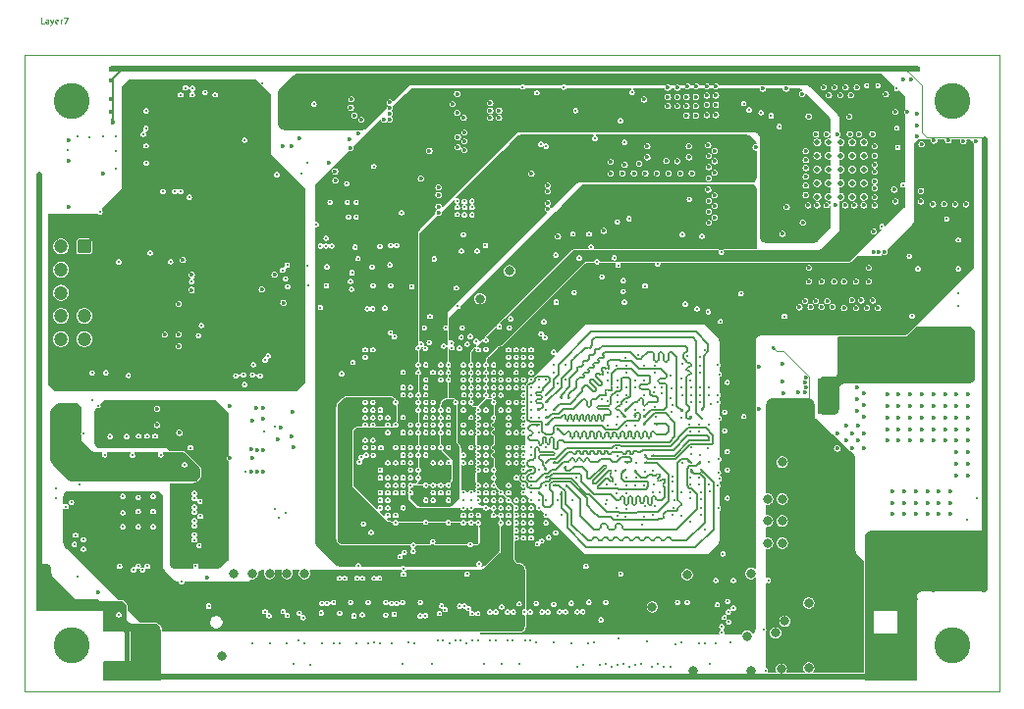
<source format=gbr>
%TF.GenerationSoftware,KiCad,Pcbnew,7.99.0-3958-g1df84f4d92*%
%TF.CreationDate,2023-12-24T01:25:56+01:00*%
%TF.ProjectId,SBC,5342432e-6b69-4636-9164-5f7063625858,rev?*%
%TF.SameCoordinates,Original*%
%TF.FileFunction,Copper,L7,Inr*%
%TF.FilePolarity,Positive*%
%FSLAX46Y46*%
G04 Gerber Fmt 4.6, Leading zero omitted, Abs format (unit mm)*
G04 Created by KiCad (PCBNEW 7.99.0-3958-g1df84f4d92) date 2023-12-24 01:25:56*
%MOMM*%
%LPD*%
G01*
G04 APERTURE LIST*
G04 Aperture macros list*
%AMRoundRect*
0 Rectangle with rounded corners*
0 $1 Rounding radius*
0 $2 $3 $4 $5 $6 $7 $8 $9 X,Y pos of 4 corners*
0 Add a 4 corners polygon primitive as box body*
4,1,4,$2,$3,$4,$5,$6,$7,$8,$9,$2,$3,0*
0 Add four circle primitives for the rounded corners*
1,1,$1+$1,$2,$3*
1,1,$1+$1,$4,$5*
1,1,$1+$1,$6,$7*
1,1,$1+$1,$8,$9*
0 Add four rect primitives between the rounded corners*
20,1,$1+$1,$2,$3,$4,$5,0*
20,1,$1+$1,$4,$5,$6,$7,0*
20,1,$1+$1,$6,$7,$8,$9,0*
20,1,$1+$1,$8,$9,$2,$3,0*%
G04 Aperture macros list end*
%ADD10C,0.100000*%
%TA.AperFunction,NonConductor*%
%ADD11C,0.100000*%
%TD*%
%TA.AperFunction,ComponentPad*%
%ADD12RoundRect,0.250000X-0.350000X0.350000X-0.350000X-0.350000X0.350000X-0.350000X0.350000X0.350000X0*%
%TD*%
%TA.AperFunction,ComponentPad*%
%ADD13C,1.200000*%
%TD*%
%TA.AperFunction,ComponentPad*%
%ADD14C,0.300000*%
%TD*%
%TA.AperFunction,ComponentPad*%
%ADD15C,3.100000*%
%TD*%
%TA.AperFunction,ComponentPad*%
%ADD16C,0.500000*%
%TD*%
%TA.AperFunction,ViaPad*%
%ADD17C,0.800000*%
%TD*%
%TA.AperFunction,ViaPad*%
%ADD18C,0.300000*%
%TD*%
%TA.AperFunction,ViaPad*%
%ADD19C,0.360000*%
%TD*%
%TA.AperFunction,Conductor*%
%ADD20C,0.110000*%
%TD*%
%TA.AperFunction,Conductor*%
%ADD21C,0.200000*%
%TD*%
%TA.AperFunction,Conductor*%
%ADD22C,0.381000*%
%TD*%
%TA.AperFunction,Conductor*%
%ADD23C,0.140000*%
%TD*%
%TA.AperFunction,Profile*%
%ADD24C,0.100000*%
%TD*%
G04 APERTURE END LIST*
D10*
D11*
X59200412Y-74851623D02*
X58962317Y-74851623D01*
X58962317Y-74851623D02*
X58962317Y-74351623D01*
X59581365Y-74851623D02*
X59581365Y-74589718D01*
X59581365Y-74589718D02*
X59557555Y-74542099D01*
X59557555Y-74542099D02*
X59509936Y-74518290D01*
X59509936Y-74518290D02*
X59414698Y-74518290D01*
X59414698Y-74518290D02*
X59367079Y-74542099D01*
X59581365Y-74827814D02*
X59533746Y-74851623D01*
X59533746Y-74851623D02*
X59414698Y-74851623D01*
X59414698Y-74851623D02*
X59367079Y-74827814D01*
X59367079Y-74827814D02*
X59343270Y-74780194D01*
X59343270Y-74780194D02*
X59343270Y-74732575D01*
X59343270Y-74732575D02*
X59367079Y-74684956D01*
X59367079Y-74684956D02*
X59414698Y-74661147D01*
X59414698Y-74661147D02*
X59533746Y-74661147D01*
X59533746Y-74661147D02*
X59581365Y-74637337D01*
X59771841Y-74518290D02*
X59890889Y-74851623D01*
X60009936Y-74518290D02*
X59890889Y-74851623D01*
X59890889Y-74851623D02*
X59843270Y-74970671D01*
X59843270Y-74970671D02*
X59819460Y-74994480D01*
X59819460Y-74994480D02*
X59771841Y-75018290D01*
X60390888Y-74827814D02*
X60343269Y-74851623D01*
X60343269Y-74851623D02*
X60248031Y-74851623D01*
X60248031Y-74851623D02*
X60200412Y-74827814D01*
X60200412Y-74827814D02*
X60176603Y-74780194D01*
X60176603Y-74780194D02*
X60176603Y-74589718D01*
X60176603Y-74589718D02*
X60200412Y-74542099D01*
X60200412Y-74542099D02*
X60248031Y-74518290D01*
X60248031Y-74518290D02*
X60343269Y-74518290D01*
X60343269Y-74518290D02*
X60390888Y-74542099D01*
X60390888Y-74542099D02*
X60414698Y-74589718D01*
X60414698Y-74589718D02*
X60414698Y-74637337D01*
X60414698Y-74637337D02*
X60176603Y-74684956D01*
X60628983Y-74851623D02*
X60628983Y-74518290D01*
X60628983Y-74613528D02*
X60652793Y-74565909D01*
X60652793Y-74565909D02*
X60676602Y-74542099D01*
X60676602Y-74542099D02*
X60724221Y-74518290D01*
X60724221Y-74518290D02*
X60771840Y-74518290D01*
X60890888Y-74351623D02*
X61224221Y-74351623D01*
X61224221Y-74351623D02*
X61009936Y-74851623D01*
D12*
%TO.N,Net-(J3-Pin_1)*%
%TO.C,J3*%
X62677481Y-94118014D03*
D13*
%TO.N,JTAG_TMS*%
X60677481Y-94118014D03*
%TO.N,GND*%
X62677481Y-96118014D03*
%TO.N,JTAG_TCK*%
X60677481Y-96118014D03*
%TO.N,GND*%
X62677481Y-98118014D03*
%TO.N,JTAG_TDO*%
X60677481Y-98118014D03*
%TO.N,Net-(J3-Pin_7)*%
X62677481Y-100118014D03*
%TO.N,JTAG_TDI*%
X60677481Y-100118014D03*
%TO.N,Net-(J3-Pin_9)*%
X62677481Y-102118014D03*
%TO.N,Net-(D9-K)*%
X60677481Y-102118014D03*
%TD*%
D14*
%TO.N,GND*%
%TO.C,U6*%
X68751281Y-105159014D03*
X69251281Y-105159014D03*
X69751281Y-105159014D03*
X68751281Y-104159014D03*
X69251281Y-104159014D03*
X69751281Y-104159014D03*
%TD*%
D15*
%TO.N,Net-(C289-Pad1)*%
%TO.C,H3*%
X61565481Y-81545014D03*
%TD*%
%TO.N,Net-(C287-Pad1)*%
%TO.C,H1*%
X137565481Y-81545014D03*
%TD*%
%TO.N,Net-(C288-Pad1)*%
%TO.C,H2*%
X61565481Y-128545014D03*
%TD*%
D16*
%TO.N,GND*%
%TO.C,U1*%
X125893462Y-85120028D03*
X125893462Y-86295028D03*
X125893462Y-87470028D03*
X125893462Y-88645028D03*
X125893462Y-89820028D03*
X126893462Y-85120028D03*
X126893462Y-86295028D03*
X126893462Y-87470028D03*
X126893462Y-88645028D03*
X126893462Y-89820028D03*
X127893462Y-85120028D03*
X127893462Y-86295028D03*
X127893462Y-87470028D03*
X127893462Y-88645028D03*
X127893462Y-89820028D03*
X128893462Y-85120028D03*
X128893462Y-86295028D03*
X128893462Y-87470028D03*
X128893462Y-88645028D03*
X128893462Y-89820028D03*
X129893462Y-85120028D03*
X129893462Y-86295028D03*
X129893462Y-87470028D03*
X129893462Y-88645028D03*
X129893462Y-89820028D03*
%TD*%
D15*
%TO.N,Net-(C290-Pad1)*%
%TO.C,H4*%
X137565481Y-128545014D03*
%TD*%
D17*
%TO.N,GND*%
X122880481Y-112736014D03*
D18*
X77977481Y-81218014D03*
X140318681Y-120409414D03*
X58693462Y-96720028D03*
X114895000Y-110101400D03*
D19*
X128885481Y-98766014D03*
X116543462Y-92057528D03*
D18*
X79125481Y-116746014D03*
D19*
X102650481Y-88857014D03*
X65120000Y-83430400D03*
D18*
X68620000Y-115692900D03*
D19*
X64970216Y-82503204D03*
D18*
X96020000Y-108880400D03*
X104693462Y-78720028D03*
D19*
X129893462Y-110220028D03*
D18*
X72685081Y-131376614D03*
D19*
X122943462Y-106770028D03*
D18*
X58683081Y-92902214D03*
X140343462Y-108370028D03*
D19*
X126443462Y-80370028D03*
D18*
X58693462Y-101720028D03*
X92770000Y-112780400D03*
D17*
X114665481Y-122457014D03*
D19*
X79090181Y-95269314D03*
D18*
X71693462Y-78720028D03*
X62120000Y-84630400D03*
X83611081Y-95876214D03*
X97165481Y-130179514D03*
X111776400Y-106730000D03*
X72300000Y-121712900D03*
X140343462Y-104370028D03*
D19*
X130193462Y-99420028D03*
D18*
X117435000Y-105148400D03*
X65377481Y-84618014D03*
D19*
X79832321Y-85458099D03*
X134818462Y-90225028D03*
D18*
X140318681Y-114409414D03*
X89520000Y-111480400D03*
X103495000Y-105955400D03*
X91470000Y-107580400D03*
X101220000Y-104980400D03*
D17*
X125165481Y-124900514D03*
D18*
X78600000Y-106225000D03*
D17*
X137365481Y-120520028D03*
D18*
X100570000Y-108880400D03*
X90043481Y-91196014D03*
X113420000Y-113980400D03*
D19*
X59515481Y-125070014D03*
X135870000Y-90470400D03*
D18*
X113420000Y-115230400D03*
X113670000Y-128430900D03*
X96020000Y-116030400D03*
D19*
X85728981Y-81410014D03*
D18*
X140318681Y-117409414D03*
X99270000Y-110180400D03*
X140318681Y-122409414D03*
X92120000Y-108230400D03*
X140343462Y-101415014D03*
X140320000Y-85230400D03*
X129693462Y-131370028D03*
X82677481Y-92212014D03*
X140320000Y-89430400D03*
X79600000Y-106225000D03*
X58693462Y-97720028D03*
X88693462Y-131370028D03*
X99270000Y-111480400D03*
X76777481Y-83218014D03*
X106165481Y-128346014D03*
X67320000Y-118292900D03*
X96020000Y-107580400D03*
D19*
X72202481Y-83873014D03*
X135890481Y-123770014D03*
X67249481Y-90392014D03*
D18*
X65227481Y-103668014D03*
D17*
X122880481Y-119721014D03*
D19*
X129243462Y-99420028D03*
D18*
X90693462Y-78720028D03*
D19*
X70932481Y-85143014D03*
X64715481Y-125720014D03*
D18*
X97320000Y-113430400D03*
X58683081Y-93902214D03*
X91693462Y-78720028D03*
X66020000Y-115692900D03*
X108923000Y-83253014D03*
X138843462Y-120720028D03*
X97320000Y-109530400D03*
X132749481Y-80475014D03*
X92871481Y-95198014D03*
X58693462Y-122720028D03*
X58693462Y-98720028D03*
X122693462Y-78720028D03*
D19*
X85565481Y-84830900D03*
D18*
X99465481Y-100345014D03*
X77977481Y-85218014D03*
X97320000Y-112130400D03*
X58693462Y-117720028D03*
X86693462Y-131370028D03*
D19*
X124855962Y-98820028D03*
X134436481Y-78782014D03*
D17*
X137365481Y-122395014D03*
D18*
X65720000Y-121730400D03*
X114133000Y-105529400D03*
X80693462Y-131370028D03*
X111920000Y-116530400D03*
X110196000Y-109593400D03*
X95365481Y-93095014D03*
X140320000Y-86230400D03*
X100165481Y-130179514D03*
D19*
X128343462Y-80370028D03*
D18*
X65444481Y-85905014D03*
X92120000Y-117930400D03*
X116693462Y-131370028D03*
D19*
X64715481Y-131245014D03*
D17*
X111665481Y-125233014D03*
D18*
X88220000Y-114080400D03*
D19*
X137160191Y-84971449D03*
D18*
X123693462Y-78720028D03*
X95693462Y-78720028D03*
D19*
X64986726Y-81372269D03*
D18*
X87693462Y-131370028D03*
X131693462Y-131370028D03*
X109149481Y-98001014D03*
X58693462Y-120720028D03*
X101220000Y-103680400D03*
D19*
X67790481Y-128545014D03*
X127593462Y-111570028D03*
D18*
X127693462Y-131370028D03*
X90820000Y-114080400D03*
X115784000Y-107561400D03*
X111044681Y-97519814D03*
X106191681Y-124832214D03*
X92770000Y-108230400D03*
D17*
X115165481Y-130745014D03*
D19*
X117043462Y-90607528D03*
X124878462Y-106733429D03*
D18*
X87643481Y-87196014D03*
D19*
X136825000Y-90470400D03*
D18*
X96020000Y-104330400D03*
X138843462Y-121720028D03*
X119693462Y-131370028D03*
X133840481Y-94970014D03*
X58683081Y-90902214D03*
X90170000Y-106930400D03*
X107665481Y-130146014D03*
D19*
X128893462Y-110220028D03*
D18*
X101930500Y-113435280D03*
D19*
X85982981Y-82807014D03*
D18*
X81985481Y-97501814D03*
X63153481Y-84666014D03*
X101870000Y-108880400D03*
X99270000Y-114730400D03*
X108545000Y-109466400D03*
D19*
X72227481Y-85168014D03*
D18*
X129621481Y-78747814D03*
D19*
X127393462Y-80370028D03*
D18*
X132693462Y-131370028D03*
X130693462Y-131370028D03*
X68620000Y-116992900D03*
X92762384Y-104976717D03*
X140343462Y-107370028D03*
X114903881Y-115866014D03*
X140343462Y-112370028D03*
X85693462Y-78720028D03*
X90163035Y-124848460D03*
D19*
X85677481Y-82118014D03*
D18*
X102520000Y-116030400D03*
X114937279Y-105665169D03*
X103143681Y-103230400D03*
D17*
X131365481Y-129395014D03*
D18*
X125621481Y-78747814D03*
X77944481Y-92635014D03*
X118693462Y-131370028D03*
D19*
X117043462Y-87757528D03*
D18*
X114693462Y-78720028D03*
X87165481Y-124846014D03*
X89122881Y-97501814D03*
X79693462Y-78720028D03*
D19*
X126255962Y-99320028D03*
D18*
X102720000Y-119230400D03*
X89520000Y-117330400D03*
X72577481Y-92618014D03*
D17*
X123093462Y-126470028D03*
D18*
X108672000Y-107561400D03*
D19*
X73472481Y-86540014D03*
D18*
X140343462Y-105370028D03*
X58693462Y-107720028D03*
X87420000Y-118780400D03*
X99920000Y-107580400D03*
X117693462Y-78720028D03*
D19*
X91697981Y-88268014D03*
D18*
X103693462Y-131370028D03*
X85846281Y-104131214D03*
X140343462Y-90370028D03*
X109693462Y-131370028D03*
X98665481Y-125230014D03*
D17*
X99358481Y-96223014D03*
D18*
X67320000Y-115792900D03*
X69412481Y-93895014D03*
X140320000Y-88630400D03*
X96670000Y-117330400D03*
D19*
X77100000Y-113525000D03*
X124878462Y-105896627D03*
D18*
X72693462Y-78720028D03*
X94070000Y-114730400D03*
X140318681Y-123409414D03*
D19*
X65690481Y-126695014D03*
X129893462Y-106820028D03*
D18*
X117165481Y-122946014D03*
D19*
X93221981Y-89030014D03*
D18*
X92120000Y-112130400D03*
X91470000Y-104330400D03*
X97320000Y-111480400D03*
X95370000Y-109530400D03*
X140343462Y-92370028D03*
X109327626Y-103711393D03*
D19*
X131818462Y-80965028D03*
D18*
X103165481Y-128290514D03*
D19*
X101253481Y-87841014D03*
X126893462Y-81070028D03*
D18*
X102076286Y-85275614D03*
X115670000Y-114080400D03*
D17*
X121610481Y-115911014D03*
D18*
X96693462Y-131370028D03*
X117611081Y-94613814D03*
X89693462Y-78720028D03*
D19*
X64715481Y-130270014D03*
D18*
X96020000Y-110180400D03*
D19*
X61313481Y-86699014D03*
X124893462Y-106320028D03*
D18*
X97320000Y-114730400D03*
X117420000Y-112480400D03*
X121665481Y-122946014D03*
D19*
X131205962Y-94570028D03*
D18*
X68693462Y-78720028D03*
X110255681Y-112792614D03*
D19*
X128655962Y-82920028D03*
D18*
X58693462Y-95720028D03*
X71177481Y-92618014D03*
X114265481Y-93065014D03*
X94865481Y-99295014D03*
X92693462Y-131370028D03*
X86770000Y-118080400D03*
X66020000Y-117092900D03*
D19*
X134847962Y-89325028D03*
D18*
X99920000Y-105630400D03*
X86693462Y-78720028D03*
X115770000Y-112130400D03*
D19*
X124243462Y-106720028D03*
D18*
X90170000Y-108880400D03*
X109470000Y-114030400D03*
X99270000Y-108880400D03*
X104915481Y-98096014D03*
D19*
X70932481Y-86413014D03*
X132622481Y-82507014D03*
X73527281Y-98187614D03*
D18*
X99270000Y-117980400D03*
X58693462Y-102720028D03*
X80277481Y-88212014D03*
D19*
X130693462Y-98770028D03*
D18*
X81883881Y-95749214D03*
D19*
X84339551Y-88405134D03*
D18*
X130138591Y-80221514D03*
D19*
X128793462Y-81070028D03*
X75251687Y-112374401D03*
X127893462Y-81070028D03*
D18*
X58693462Y-116720028D03*
X106714481Y-84784014D03*
X107783000Y-105021400D03*
X91665481Y-124846014D03*
X119315481Y-98195014D03*
D19*
X129393462Y-109620028D03*
D18*
X140343462Y-100415014D03*
X97970000Y-114080400D03*
D19*
X107476481Y-92774514D03*
X135971471Y-84971449D03*
D18*
X97970000Y-113430400D03*
X79100000Y-106225000D03*
X113371000Y-107815400D03*
X92665481Y-130141495D03*
X58693462Y-112720028D03*
D19*
X131143462Y-99420028D03*
D18*
X87570000Y-103030400D03*
D19*
X66377481Y-85418014D03*
D18*
X95370000Y-110180400D03*
X89693462Y-131370028D03*
D19*
X117043462Y-89707528D03*
D18*
X117370000Y-113630400D03*
X103320000Y-118830400D03*
X104693462Y-131370028D03*
X95693462Y-131370028D03*
D19*
X138720000Y-90470400D03*
D17*
X125165481Y-130516014D03*
D18*
X116546000Y-109466400D03*
D19*
X129693462Y-98770028D03*
X134265481Y-131245014D03*
D17*
X133365481Y-129395014D03*
D19*
X93221981Y-89665014D03*
X124355962Y-99370028D03*
D18*
X124693462Y-131370028D03*
X95265481Y-101145014D03*
D19*
X95472286Y-84285014D03*
D18*
X92025481Y-101145014D03*
X140318681Y-121409414D03*
X86165481Y-128346014D03*
X116673000Y-107688400D03*
X87665481Y-128335014D03*
X88870000Y-112780400D03*
X100570000Y-103680400D03*
X58693462Y-99720028D03*
D17*
X133365481Y-122395014D03*
D18*
X94070000Y-110180400D03*
X82477481Y-81818014D03*
X76693462Y-131370028D03*
X94165481Y-128369014D03*
D19*
X65003236Y-79779054D03*
D18*
X58683081Y-91902214D03*
D17*
X122880481Y-117816014D03*
D18*
X123693462Y-131370028D03*
X104665481Y-128346014D03*
D19*
X125755962Y-98820028D03*
D18*
X100175481Y-124965014D03*
D19*
X76402681Y-95936814D03*
X72202481Y-86413014D03*
D18*
X113693462Y-131370028D03*
X77165481Y-128346014D03*
D17*
X122783992Y-130606543D03*
D18*
X140343462Y-93370028D03*
X58835481Y-87841014D03*
D19*
X92436481Y-85855014D03*
X129893462Y-107820028D03*
D18*
X58693462Y-100720028D03*
X117693462Y-131370028D03*
X105693462Y-78720028D03*
X140343462Y-110370028D03*
D19*
X65882500Y-124890400D03*
X94903481Y-84666014D03*
D18*
X103155481Y-125016014D03*
X138843462Y-119720028D03*
X70685081Y-131376614D03*
X83693462Y-131370028D03*
X99270000Y-117330400D03*
X93693462Y-131370028D03*
X140343462Y-102370028D03*
X105376567Y-95098792D03*
D19*
X73599481Y-83873014D03*
D18*
X100570000Y-113430400D03*
X100693462Y-131370028D03*
X94693462Y-131370028D03*
X140265481Y-98545014D03*
X120693462Y-131370028D03*
X58693462Y-119720028D03*
X101220000Y-118630400D03*
D19*
X139611926Y-85053999D03*
X126755962Y-98820028D03*
D18*
X116665481Y-130146014D03*
D19*
X138505756Y-85020979D03*
D18*
X138843462Y-123720028D03*
D19*
X129893462Y-108820028D03*
D18*
X58693462Y-109720028D03*
X94070000Y-112780400D03*
D19*
X117043462Y-85857528D03*
D18*
X83693462Y-78720028D03*
X67458329Y-98660965D03*
X108672000Y-106291400D03*
D19*
X86315481Y-84331014D03*
X133615481Y-78782014D03*
D18*
X68620000Y-118292900D03*
X107665481Y-124845014D03*
D19*
X120565481Y-85577528D03*
D18*
X94693462Y-78720028D03*
X140343462Y-113370028D03*
X87693462Y-78720028D03*
X58693462Y-103720028D03*
D17*
X135365481Y-122395014D03*
D18*
X77977481Y-91618014D03*
D17*
X131365481Y-120520028D03*
D18*
X101665481Y-128290514D03*
D19*
X102650481Y-89365014D03*
X116543462Y-91107528D03*
X116493462Y-89207528D03*
D18*
X109265481Y-98918014D03*
X120693462Y-78720028D03*
D19*
X64715481Y-126695014D03*
D18*
X75693462Y-131370028D03*
D19*
X67315481Y-127345014D03*
X77546846Y-108071846D03*
D18*
X102520000Y-114730400D03*
X140318681Y-116409414D03*
D19*
X84323041Y-87629164D03*
D18*
X92490481Y-100151014D03*
X77693462Y-78720028D03*
X82693462Y-131370028D03*
X98693462Y-131370028D03*
X92120000Y-114730400D03*
X81693462Y-78720028D03*
X131621481Y-78747814D03*
D19*
X65003236Y-78887514D03*
D18*
X104047481Y-80348014D03*
D19*
X117043462Y-86757528D03*
D18*
X109645481Y-91727028D03*
X115784000Y-103624400D03*
X75693462Y-78720028D03*
X97693462Y-131370028D03*
X140318681Y-119409414D03*
X108693462Y-131370028D03*
D19*
X128185481Y-99416014D03*
D18*
X108693462Y-78720028D03*
X62640000Y-110292900D03*
D19*
X94903481Y-85555014D03*
D18*
X93420000Y-110180400D03*
X67320000Y-116992900D03*
X87573481Y-97502314D03*
X86920000Y-103680400D03*
X140343462Y-103370028D03*
D19*
X134315481Y-128495014D03*
X102650481Y-90889014D03*
D18*
X94070000Y-108230400D03*
D19*
X132505962Y-89220028D03*
D18*
X110693462Y-131370028D03*
X140343462Y-109370028D03*
X101693462Y-131370028D03*
X88250981Y-111492900D03*
D19*
X61313481Y-90699014D03*
D18*
X102693462Y-131370028D03*
D19*
X63415481Y-125070014D03*
X128893462Y-111570028D03*
D17*
X121610481Y-119721014D03*
D19*
X123255962Y-90720028D03*
X65427481Y-92768014D03*
D18*
X64320000Y-84630400D03*
X97320000Y-110180400D03*
D19*
X134265481Y-123770014D03*
X86565481Y-83188014D03*
X137780000Y-90470400D03*
X73552681Y-95936814D03*
X124893462Y-105470028D03*
X67315481Y-129945014D03*
D18*
X91470000Y-114080400D03*
X90820000Y-111480400D03*
D17*
X96808481Y-98623014D03*
D18*
X73693462Y-78720028D03*
D19*
X116543462Y-88207528D03*
D18*
X96565481Y-94495014D03*
X90170000Y-104980400D03*
X97970000Y-104330400D03*
X108626800Y-112216400D03*
D19*
X70932481Y-83873014D03*
D18*
X77977481Y-87218014D03*
X111855881Y-105020214D03*
X90170000Y-106280400D03*
X115055481Y-111486014D03*
X78693462Y-131370028D03*
D19*
X121193462Y-80497528D03*
X134465962Y-84630028D03*
X134465962Y-83680028D03*
X76402681Y-98236814D03*
D18*
X78665481Y-128346014D03*
D19*
X129893462Y-111570028D03*
D18*
X115870000Y-115917273D03*
X99693462Y-78720028D03*
X138065481Y-96045014D03*
D19*
X81252181Y-84789444D03*
D18*
X66693462Y-78720028D03*
D19*
X94456286Y-81821214D03*
D17*
X135365481Y-120520028D03*
D19*
X130755962Y-94570028D03*
D18*
X140343462Y-111370028D03*
D19*
X120868462Y-108170028D03*
D18*
X58693462Y-114720028D03*
X138083481Y-98144414D03*
D19*
X95472286Y-85809014D03*
D18*
X140265481Y-99445014D03*
X138843462Y-122720028D03*
X103693462Y-78720028D03*
X88665481Y-124846014D03*
D19*
X65427481Y-90568014D03*
D18*
X92770000Y-114730400D03*
X67693462Y-78720028D03*
D19*
X62440481Y-125070014D03*
D18*
X70693462Y-78720028D03*
X69693462Y-78720028D03*
X115693462Y-78720028D03*
X83165481Y-128346014D03*
X101220000Y-117330400D03*
X105693462Y-131370028D03*
X112693462Y-78720028D03*
D19*
X124643462Y-92050028D03*
D18*
X61970281Y-106264814D03*
X99270000Y-112130400D03*
X74693462Y-78720028D03*
X66020000Y-118292900D03*
X93420000Y-108230400D03*
D17*
X119855481Y-127755014D03*
X133365481Y-124395014D03*
X75590481Y-122345014D03*
D18*
X98693462Y-78720028D03*
D19*
X66417481Y-87018014D03*
D18*
X92770000Y-107580400D03*
D19*
X83794721Y-86869704D03*
D18*
X92120000Y-106930400D03*
X76619481Y-92635014D03*
D19*
X133290481Y-79713014D03*
D18*
X99270000Y-103030400D03*
X67685081Y-131376614D03*
X96670000Y-114730400D03*
D17*
X74523872Y-129442223D03*
D18*
X106693462Y-131370028D03*
X108620000Y-115430400D03*
X89046681Y-95698414D03*
D19*
X122865353Y-104250528D03*
D18*
X58693462Y-104720028D03*
D19*
X116543462Y-87257528D03*
D18*
X83560281Y-97501814D03*
X88870000Y-109530400D03*
X111847000Y-107942400D03*
X107620000Y-116380400D03*
X122693462Y-131370028D03*
X60420000Y-106018462D03*
D19*
X85601981Y-85601014D03*
D18*
X140343462Y-94370028D03*
X116693462Y-78720028D03*
X93420000Y-114730400D03*
X113693462Y-78720028D03*
D17*
X120165481Y-130745014D03*
D18*
X93420000Y-112780400D03*
X114693462Y-131370028D03*
X100570000Y-109530400D03*
X101220000Y-112130400D03*
X99693462Y-131370028D03*
D19*
X80567016Y-85474609D03*
D18*
X89520000Y-107580400D03*
D19*
X128393462Y-109620028D03*
X131705962Y-94570028D03*
D18*
X98665481Y-130195014D03*
D19*
X72400881Y-99000414D03*
D18*
X68685081Y-131376614D03*
D17*
X80165481Y-122345014D03*
D18*
X99270000Y-103680400D03*
D19*
X73242500Y-122730400D03*
X65690481Y-131245014D03*
D18*
X97970000Y-114730400D03*
X100693462Y-78720028D03*
X65377481Y-87418014D03*
X140343462Y-106370028D03*
X109165481Y-130146014D03*
X101693462Y-78720028D03*
X96020000Y-112780400D03*
X77977481Y-80018014D03*
X117434996Y-108958400D03*
X97970000Y-107580400D03*
X92120000Y-111480400D03*
D17*
X133365481Y-120520028D03*
D19*
X116493462Y-85357528D03*
D18*
X112165481Y-130146014D03*
X139643462Y-115870028D03*
X97970000Y-117330400D03*
D19*
X74952681Y-97174314D03*
X63920000Y-123952900D03*
X61375481Y-84920014D03*
D18*
X83539924Y-93381971D03*
X130621481Y-78747814D03*
D19*
X134493826Y-82618774D03*
D18*
X58693462Y-110720028D03*
D19*
X65427481Y-91618014D03*
D18*
X100570000Y-116680400D03*
X101220000Y-107580400D03*
X80588481Y-106214014D03*
X95370000Y-117980400D03*
D17*
X121610481Y-117816014D03*
D18*
X99920000Y-114080400D03*
X99270000Y-115380400D03*
D19*
X79620000Y-109730400D03*
D18*
X90693462Y-131370028D03*
X102693462Y-78720028D03*
D17*
X131365481Y-124395014D03*
D18*
X131138591Y-80221514D03*
X140320000Y-87830400D03*
D19*
X116543462Y-90157528D03*
D18*
X58693462Y-115720028D03*
D19*
X72831281Y-99838614D03*
D18*
X140343462Y-95370028D03*
D19*
X127593462Y-110220028D03*
D18*
X107693462Y-78720028D03*
D19*
X78100000Y-113525000D03*
D18*
X84665481Y-128346014D03*
X91693462Y-131370028D03*
D19*
X125305962Y-99320028D03*
D18*
X82693462Y-78720028D03*
X58683081Y-88902214D03*
X99920000Y-116680400D03*
D19*
X122880000Y-93030400D03*
D18*
X109693462Y-78720028D03*
X111693462Y-78720028D03*
D19*
X102650481Y-90381014D03*
D18*
X117308000Y-106926400D03*
X69685081Y-131376614D03*
D19*
X129293462Y-80370028D03*
D18*
X121693462Y-78720028D03*
X126621481Y-78747814D03*
X128621481Y-78747814D03*
D19*
X93221981Y-91189014D03*
D17*
X122295481Y-127475014D03*
D18*
X88693462Y-78720028D03*
X121693462Y-131370028D03*
X87497281Y-95901614D03*
X85665481Y-124846014D03*
X102520000Y-111480400D03*
X100570000Y-118630400D03*
X77693462Y-131370028D03*
X93693462Y-78720028D03*
X109149481Y-97051014D03*
X61248481Y-85809014D03*
X140318681Y-115409414D03*
X91470000Y-108230400D03*
D19*
X129293462Y-107320028D03*
D18*
X140320000Y-87030400D03*
X133693462Y-131370028D03*
D19*
X116543462Y-86307528D03*
D18*
X102515481Y-85445014D03*
X70245481Y-89835014D03*
X77977481Y-84418014D03*
X80693462Y-78720028D03*
X70657081Y-97374814D03*
X124621481Y-78747814D03*
X107693462Y-131370028D03*
X101665481Y-124946014D03*
D17*
X81665481Y-122345014D03*
D18*
X66450000Y-101120000D03*
X138843462Y-117720028D03*
D19*
X94837286Y-80932214D03*
D18*
X127621481Y-78747814D03*
X111693462Y-131370028D03*
D17*
X131365481Y-122395014D03*
D19*
X80700000Y-111425000D03*
D18*
X78693462Y-78720028D03*
X138065481Y-93545014D03*
X76693462Y-78720028D03*
X107275000Y-107307400D03*
X93477481Y-125143014D03*
X89520000Y-112780400D03*
D19*
X70885681Y-110201814D03*
X93221981Y-90681014D03*
D18*
X79693462Y-131370028D03*
X71685081Y-131376614D03*
X140265481Y-97545014D03*
X84693462Y-131370028D03*
D17*
X122880481Y-115911014D03*
D18*
X58693462Y-113720028D03*
X97693462Y-78720028D03*
X115693462Y-131370028D03*
X90170000Y-111480400D03*
D19*
X133638481Y-82507014D03*
D18*
X58693462Y-121720028D03*
D19*
X129293462Y-108320028D03*
D18*
X140318681Y-118409414D03*
X113303000Y-106374200D03*
X132621481Y-78747814D03*
X110204881Y-105655214D03*
X110665481Y-130146014D03*
D19*
X134365481Y-124545014D03*
D18*
X91470000Y-113430400D03*
X58683081Y-94902214D03*
X95052481Y-125168014D03*
X112693462Y-131370028D03*
X58683081Y-89902214D03*
X92120000Y-107580400D03*
D17*
X77165481Y-122345014D03*
D18*
X58693462Y-111720028D03*
X106693462Y-78720028D03*
X96693462Y-78720028D03*
X92120000Y-110180400D03*
X90165481Y-130125514D03*
D19*
X94837286Y-82583214D03*
D18*
X115657000Y-109466400D03*
D19*
X129293462Y-106320028D03*
D18*
X81665481Y-128346014D03*
X110196000Y-108196400D03*
X110693462Y-78720028D03*
X62945000Y-106308462D03*
D19*
X134019481Y-79713014D03*
D18*
X58693462Y-124720028D03*
D19*
X127205962Y-99320028D03*
D18*
X90170000Y-110180400D03*
D19*
X60490481Y-125070014D03*
D18*
X119693462Y-78720028D03*
X95665481Y-128345014D03*
X80080481Y-106214014D03*
D19*
X73599481Y-85143014D03*
D18*
X58693462Y-123720028D03*
X116420000Y-111530400D03*
D19*
X117043462Y-91607528D03*
D18*
X58693462Y-108720028D03*
X111720000Y-113480400D03*
D19*
X65690481Y-130270014D03*
D18*
X109290481Y-85120014D03*
X99270000Y-108230400D03*
X99270000Y-112780400D03*
X58693462Y-105720028D03*
D19*
X80650000Y-108375000D03*
D18*
X71062500Y-123040400D03*
X80165481Y-128346014D03*
X95370000Y-112780400D03*
D19*
X103539481Y-93241014D03*
D18*
X84693462Y-78720028D03*
X118693462Y-78720028D03*
X99270000Y-109530400D03*
X111770000Y-114680400D03*
X84165481Y-124846014D03*
D19*
X134893462Y-85277528D03*
D18*
X104665481Y-124919514D03*
D17*
X78665481Y-122345014D03*
D18*
X92693462Y-78720028D03*
X138843462Y-118720028D03*
X117534881Y-100582814D03*
X97320000Y-112780400D03*
X66685081Y-131376614D03*
X77977481Y-90418014D03*
X100570000Y-112130400D03*
X103377481Y-98918014D03*
D19*
X64262481Y-87829014D03*
X129393462Y-110870028D03*
D18*
X74685081Y-131376614D03*
X81693462Y-131370028D03*
X65470000Y-106018462D03*
D17*
X120165481Y-122345014D03*
D18*
X73685081Y-131376614D03*
D19*
X66677481Y-92768014D03*
X95472286Y-85047014D03*
D18*
X108470000Y-113480400D03*
X91470000Y-111480400D03*
X117320000Y-114780400D03*
D19*
X61465481Y-125070014D03*
D18*
X140265481Y-96445014D03*
X95370000Y-108230400D03*
D19*
X95411481Y-83015014D03*
D18*
X58693462Y-118720028D03*
X58693462Y-106720028D03*
X118665481Y-122946014D03*
X77977481Y-86218014D03*
X85693462Y-131370028D03*
D19*
X128393462Y-110870028D03*
D18*
X140343462Y-91370028D03*
%TO.N,GBE0_MDI3_N*%
X72185800Y-119455400D03*
%TO.N,GBE0_MDI3_P*%
X72186800Y-119005400D03*
%TO.N,/IO/LED0*%
X67320000Y-121730400D03*
%TO.N,/IO/LED1*%
X66920000Y-122030400D03*
%TO.N,GBE0_MDI2_N*%
X72186800Y-118255400D03*
%TO.N,GBE0_MDI2_P*%
X72186800Y-117805400D03*
%TO.N,/MPU/VDDA_0P9*%
X97970898Y-108878794D03*
%TO.N,GBE0_MDI1_N*%
X72186800Y-117055400D03*
%TO.N,GBE0_MDI1_P*%
X72186800Y-116605400D03*
%TO.N,GBE0_MDI0_N*%
X72186800Y-115855400D03*
%TO.N,GBE0_MDI0_P*%
X72186800Y-115405400D03*
%TO.N,3.3V_SW*%
X114865481Y-90045014D03*
D19*
X115420981Y-82803014D03*
X137393462Y-116245028D03*
X133918462Y-108895028D03*
X128693462Y-84407528D03*
X134918462Y-110895028D03*
X115420981Y-82003014D03*
X136918462Y-109895028D03*
X133918462Y-106895028D03*
X131918462Y-109895028D03*
X127493462Y-90557528D03*
X130843462Y-85470028D03*
X129493462Y-84407528D03*
X115420981Y-81203014D03*
X138918462Y-112895028D03*
X133393462Y-117245028D03*
X137918462Y-113895028D03*
X137918462Y-110895028D03*
X138918462Y-111895028D03*
X130843462Y-90557528D03*
X134393462Y-116245028D03*
X124893462Y-89670028D03*
X138918462Y-113895028D03*
X113820981Y-81203014D03*
X132918462Y-110895028D03*
X117156481Y-82775014D03*
X123193462Y-80497528D03*
X135918462Y-106895028D03*
X127638838Y-84403766D03*
X135918462Y-107895028D03*
X133918462Y-109895028D03*
X133393462Y-115245028D03*
X138918462Y-109895028D03*
X132393462Y-115245028D03*
X136918462Y-107895028D03*
X116356481Y-81075014D03*
X134918462Y-106895028D03*
X131918462Y-107895028D03*
X135393462Y-117245028D03*
X130843462Y-87057528D03*
X117156481Y-80275014D03*
X122893462Y-105770028D03*
X113820981Y-82003014D03*
X131918462Y-108895028D03*
X136918462Y-110895028D03*
X136393462Y-117245028D03*
X116356481Y-81875014D03*
X113020981Y-80403014D03*
X115467481Y-80275014D03*
X113020981Y-82003014D03*
X137918462Y-109895028D03*
X124893462Y-88070028D03*
D18*
X117765481Y-120645014D03*
D19*
X136918462Y-108895028D03*
X136393462Y-116245028D03*
X131918462Y-110895028D03*
X130843462Y-87670028D03*
X135393462Y-116245028D03*
X129893462Y-90557528D03*
X125793462Y-84420028D03*
X124893462Y-87357528D03*
D18*
X121915481Y-82820014D03*
D19*
X138918462Y-107895028D03*
X114620981Y-81203014D03*
X137918462Y-107895028D03*
X113020981Y-81203014D03*
X134393462Y-115245028D03*
X137918462Y-112895028D03*
X129093462Y-90557528D03*
X117156481Y-81075014D03*
X131918462Y-106895028D03*
X137393462Y-117245028D03*
X137918462Y-108895028D03*
X116356481Y-82775014D03*
D18*
X99270000Y-107580400D03*
D19*
X132393462Y-116245028D03*
X116356481Y-80275014D03*
X117156481Y-81875014D03*
X130840643Y-89870028D03*
X124893462Y-85870028D03*
X114620981Y-82803014D03*
X114705481Y-80275014D03*
D18*
X137065481Y-91745014D03*
D19*
X134918462Y-108895028D03*
X135393462Y-115245028D03*
X120833500Y-104463796D03*
X126693462Y-84407528D03*
D18*
X101703767Y-80847014D03*
D19*
X136393462Y-115245028D03*
X128293462Y-90557528D03*
X126693462Y-90553941D03*
X132918462Y-108895028D03*
X138918462Y-108895028D03*
X135918462Y-110895028D03*
X135918462Y-109895028D03*
X130840643Y-89070028D03*
X136918462Y-106895028D03*
X137393462Y-115245028D03*
X132393462Y-117245028D03*
D18*
X108715481Y-95745014D03*
D19*
X134918462Y-107895028D03*
X133918462Y-107895028D03*
X134393462Y-117245028D03*
X124893462Y-86670028D03*
X130643462Y-84407528D03*
X132918462Y-109895028D03*
D18*
X109915481Y-80795014D03*
D19*
X124893462Y-88870028D03*
X133918462Y-110895028D03*
X125893462Y-90557528D03*
X137918462Y-111895028D03*
X132918462Y-106895028D03*
X138918462Y-110895028D03*
X137918462Y-106895028D03*
X135918462Y-108895028D03*
X130843462Y-86270028D03*
X134918462Y-109895028D03*
D18*
X134070281Y-100125614D03*
D19*
X113820981Y-80403014D03*
X130840643Y-88470028D03*
X133393462Y-116245028D03*
X114620981Y-82003014D03*
X125093462Y-90557528D03*
X132918462Y-107895028D03*
X138918462Y-106895028D03*
D18*
%TO.N,VBAT*%
X132749481Y-83895014D03*
X121260000Y-127220000D03*
%TO.N,I2C1_SCL*%
X89520000Y-114730400D03*
X106665481Y-128268014D03*
%TO.N,I2C1_SDA*%
X89520000Y-114080400D03*
X107165481Y-130243014D03*
%TO.N,I2C2_SCL*%
X108665481Y-130243014D03*
X72790681Y-100918014D03*
X86027481Y-94168014D03*
X79777481Y-96168014D03*
X90820000Y-115380400D03*
%TO.N,I2C2_SDA*%
X72537481Y-101818014D03*
X80027481Y-96918014D03*
X108165481Y-130431014D03*
X73404983Y-125168014D03*
X85767481Y-96378014D03*
X90170000Y-115380400D03*
%TO.N,I2C3_SCL*%
X109665481Y-130431014D03*
X90820000Y-114730400D03*
%TO.N,I2C3_SDA*%
X110165481Y-130243014D03*
X90170000Y-114080400D03*
%TO.N,USB1_OC*%
X95450344Y-125143014D03*
X92770000Y-116030400D03*
%TO.N,USB1_PWR_EN*%
X96612550Y-125807945D03*
X93420000Y-115380400D03*
%TO.N,UART2_TXD*%
X88870000Y-115380400D03*
X87165481Y-128346014D03*
%TO.N,UART2_RXD*%
X86664800Y-125907800D03*
%TO.N,UART1_TXD*%
X83132981Y-125762514D03*
%TO.N,UART1_RXD*%
X88220000Y-115380400D03*
X84165481Y-128346014D03*
%TO.N,/IO/ENET_2.5V_A*%
X72649566Y-116134784D03*
X71320000Y-112942900D03*
X71845000Y-111492900D03*
X72670481Y-117415414D03*
X72562081Y-119930014D03*
%TO.N,USB2_RX_N*%
X81556777Y-126147177D03*
%TO.N,USB2_RX_P*%
X81203223Y-125793623D03*
%TO.N,USB2_TX_N*%
X80186777Y-125987177D03*
%TO.N,USB2_TX_P*%
X79833223Y-125633623D03*
%TO.N,USB2_DP*%
X78263223Y-125633623D03*
%TO.N,VDD_1V*%
X64002281Y-112233814D03*
X61690881Y-107865014D03*
X72070000Y-113830400D03*
X61952556Y-109139557D03*
X60344681Y-107890414D03*
%TO.N,UART3_RXD*%
X85938081Y-126009400D03*
%TO.N,UART3_TXD*%
X84718800Y-125780800D03*
%TO.N,UART4_RXD*%
X105165481Y-130431014D03*
X88220000Y-116030400D03*
%TO.N,NVCC_DRAM_1V1*%
X118120000Y-105830400D03*
X100570000Y-112780400D03*
X101220000Y-117980400D03*
X109320000Y-117430400D03*
D19*
X128193462Y-97157528D03*
D18*
X114207000Y-117353000D03*
X113445000Y-117302200D03*
X118120000Y-111830400D03*
D19*
X129243462Y-97157528D03*
D18*
X105087698Y-114076115D03*
X111974000Y-108831400D03*
X115784000Y-104386400D03*
X100570000Y-104330400D03*
X115657000Y-110101400D03*
X101870000Y-110180400D03*
X112487600Y-106831600D03*
X101220000Y-114080400D03*
X101870000Y-116030400D03*
X109434000Y-107561400D03*
X101220000Y-106280400D03*
X114133000Y-106291400D03*
X99920000Y-112130400D03*
X107745100Y-116001529D03*
X111720000Y-117330400D03*
X113370000Y-114430400D03*
X112338481Y-115383414D03*
X117920000Y-110030400D03*
X108630000Y-108791400D03*
X113548400Y-115979600D03*
X111847000Y-104386400D03*
X101220000Y-108880400D03*
X118120000Y-115830400D03*
X114260000Y-104259400D03*
X101870000Y-106280400D03*
X113323912Y-108404900D03*
X101220000Y-108230400D03*
X100570000Y-117980400D03*
X107783000Y-105656400D03*
X110789081Y-118101214D03*
X99920000Y-110180400D03*
X110303200Y-114096000D03*
X109434000Y-104386400D03*
X101220000Y-104330400D03*
X102459381Y-108190191D03*
X110477481Y-103488014D03*
X101220000Y-114730400D03*
X109434000Y-109593400D03*
X115680200Y-114660600D03*
D19*
X130343462Y-95957528D03*
X130343462Y-97157528D03*
D18*
X113244000Y-107180400D03*
X101220000Y-116030400D03*
X99920000Y-111480400D03*
X112482000Y-106291400D03*
D19*
X132648462Y-90220028D03*
D18*
X107783000Y-109593400D03*
X115870000Y-117288414D03*
X118120000Y-113430400D03*
X115784000Y-106926400D03*
X117920000Y-108430400D03*
X108566581Y-111573414D03*
%TO.N,DRAM_DQ21*%
X99920000Y-119280400D03*
X111717800Y-115371800D03*
%TO.N,DRAM_DQ19*%
X103495000Y-116030400D03*
X108525200Y-114705600D03*
%TO.N,DRAM_DQ25*%
X117356600Y-116692600D03*
X99920000Y-117330400D03*
%TO.N,DRAM_DQ24*%
X116188200Y-118572200D03*
X100570000Y-117330400D03*
%TO.N,DRAM_DQ26*%
X99920000Y-117980400D03*
X116594600Y-115270200D03*
%TO.N,DRAM_DQ28*%
X114969000Y-114660600D03*
X100570000Y-114730400D03*
%TO.N,DRAM_DQ27*%
X99920000Y-116030400D03*
X116543800Y-114660600D03*
%TO.N,DRAM_DQ30*%
X100570000Y-115380400D03*
X114912426Y-117855069D03*
%TO.N,DRAM_VREF*%
X133318800Y-88801600D03*
%TO.N,DRAM_DQ15*%
X113244000Y-105275400D03*
X100570000Y-108230400D03*
%TO.N,DRAM_DQ12*%
X100570000Y-107580400D03*
X114260000Y-106926400D03*
%TO.N,DRAM_DQ14*%
X114672000Y-103580400D03*
X100570000Y-106930400D03*
%TO.N,DRAM_DQ11*%
X116546000Y-106926400D03*
X99920000Y-106280400D03*
D19*
%TO.N,Net-(U13-VDDI)*%
X75211268Y-107875000D03*
D18*
%TO.N,DRAM_DQ9*%
X117339000Y-104342400D03*
X99920000Y-104980400D03*
%TO.N,DRAM_DQ10*%
X99920000Y-104330400D03*
X116546000Y-106291400D03*
%TO.N,DRAM_DQ4*%
X99920000Y-103680400D03*
X110958000Y-106926400D03*
%TO.N,DRAM_DQ6*%
X100570000Y-103030400D03*
X110958000Y-105656400D03*
%TO.N,DRAM_DQ22*%
X100570000Y-119280400D03*
X111032000Y-116540200D03*
%TO.N,DRAM_DQ23*%
X110963600Y-117429200D03*
X101220000Y-119280400D03*
%TO.N,DRAM_DQS3_P*%
X101220000Y-116680400D03*
X115832600Y-115371800D03*
%TO.N,DRAM_DM3*%
X100570000Y-116030400D03*
X115870000Y-116679472D03*
%TO.N,DRAMREF*%
X100570000Y-110180400D03*
%TO.N,DRAM_DQ13*%
X101220000Y-106930400D03*
X115022000Y-106926400D03*
%TO.N,DRAM_DM1*%
X100570000Y-106280400D03*
X115784000Y-105021400D03*
%TO.N,DRAM_DQS1_P*%
X101220000Y-105630400D03*
X115784000Y-106291400D03*
%TO.N,DRAM_DQ8*%
X100570000Y-105630400D03*
X116170000Y-103030400D03*
%TO.N,DRAM_DQ7*%
X110958000Y-104386400D03*
X101220000Y-103030400D03*
%TO.N,DRAM_DQS2_N*%
X101761000Y-119791400D03*
X110193800Y-114762200D03*
%TO.N,DRAM_DQS2_P*%
X102116600Y-119537400D03*
X109417100Y-115394300D03*
%TO.N,DRAM_DQS3_N*%
X114918200Y-115321000D03*
X101870000Y-116680400D03*
%TO.N,Net-(U15-VDD1.8_1)*%
X90926281Y-97578014D03*
X85746234Y-97799378D03*
%TO.N,DRAM_nCS0_B*%
X101220000Y-113430400D03*
X111065200Y-112775200D03*
%TO.N,DRAM_CKE0_A*%
X101870000Y-109530400D03*
X110958000Y-109466400D03*
%TO.N,DRAM_DQS1_N*%
X101870000Y-105630400D03*
X115022000Y-106291400D03*
%TO.N,DRAM_DQS0_P*%
X102398564Y-101979764D03*
X109434000Y-106291400D03*
%TO.N,DRAM_DQS0_N*%
X110196000Y-106291400D03*
X102087436Y-101668636D03*
%TO.N,DRAM_DQ16*%
X103820000Y-117330400D03*
X108626800Y-117347200D03*
%TO.N,DRAM_DM2*%
X102520000Y-117330400D03*
X109439600Y-116788400D03*
%TO.N,DRAM_DQ18*%
X104795000Y-116030400D03*
X109388800Y-114756400D03*
%TO.N,PMIC_SCL*%
X90170000Y-114730400D03*
X120020000Y-82330400D03*
%TO.N,DRAM_nCS1_B*%
X110220000Y-113455400D03*
X102449290Y-114080400D03*
%TO.N,DRAM_CKE0_B*%
X111014400Y-112165600D03*
X102520000Y-112780400D03*
%TO.N,DRAM_CA0_A*%
X102520000Y-108880400D03*
X109307000Y-108323400D03*
%TO.N,DRAM_CA2_A*%
X104470000Y-107255400D03*
X114260000Y-108323400D03*
%TO.N,DRAM_DQ3*%
X102520000Y-105630400D03*
X108672000Y-106926400D03*
%TO.N,DRAM_DM0*%
X109434000Y-105021400D03*
X103170000Y-104980400D03*
%TO.N,DRAM_DQ1*%
X108672000Y-105656400D03*
X103170000Y-104330400D03*
%TO.N,DRAM_DQ17*%
X108576000Y-116686800D03*
X102520000Y-117980400D03*
%TO.N,DRAM_CA1_A*%
X102520000Y-109530400D03*
X109338000Y-108863600D03*
%TO.N,DRAM_CKE1_A*%
X103495000Y-109855400D03*
X111921000Y-109428200D03*
%TO.N,DRAM_CA5_A*%
X102520000Y-107580400D03*
X115911000Y-108958400D03*
%TO.N,DRAM_DQ2*%
X109434000Y-106926400D03*
X104145000Y-105630400D03*
%TO.N,DRAM_DQ0*%
X108545000Y-104386400D03*
X104145000Y-104330400D03*
%TO.N,SPI1_MOSI*%
X91637481Y-126000614D03*
%TO.N,SPI2_SSO*%
X88671400Y-125949814D03*
%TO.N,UART4_TXD*%
X105665481Y-130243014D03*
X89520000Y-115380400D03*
%TO.N,Net-(U9A-MIPI_VDD1)*%
X89520000Y-109530400D03*
D19*
%TO.N,Net-(L6-Pad1)*%
X130090000Y-102880000D03*
X126793462Y-106470028D03*
X138430000Y-101700000D03*
X127493462Y-108420028D03*
X127493462Y-106520028D03*
X126793462Y-108370028D03*
X126093462Y-105720028D03*
X126793462Y-105720028D03*
X138310000Y-105140000D03*
X126093462Y-108370028D03*
X138350000Y-103720000D03*
X126093462Y-106470028D03*
X127493462Y-107620028D03*
X130580000Y-104870000D03*
X136010000Y-101780000D03*
X126093462Y-107570028D03*
X127493462Y-105770028D03*
X126793462Y-107570028D03*
D18*
%TO.N,SPI1_MISO*%
X92110200Y-125984000D03*
%TO.N,HDMI_TX3_P*%
X98165481Y-125685014D03*
%TO.N,PCIE2_RXN*%
X94710481Y-128108814D03*
%TO.N,SPI2_MISO*%
X89408000Y-125857000D03*
%TO.N,SPI2_SCLK*%
X88165481Y-128346014D03*
X88220000Y-116680400D03*
%TO.N,PCIE2_RXP*%
X95120481Y-128108814D03*
%TO.N,PCIE1_TXN*%
X89426658Y-101920391D03*
X99620481Y-128108814D03*
%TO.N,SPI1_SSO*%
X91165481Y-128346014D03*
X88870000Y-117330400D03*
%TO.N,Net-(U9B-ZQ_{slash}_ZQ_{slash}_ZQ)*%
X100570000Y-111480400D03*
%TO.N,PCIE1_TXP*%
X89073104Y-101566837D03*
X99210481Y-128108814D03*
%TO.N,HDMI_TX2_P*%
X99165481Y-125665014D03*
%TO.N,Net-(U9M-USB1_RESREF)*%
X86578131Y-112323939D03*
%TO.N,Net-(U9K-PCIE2_RESREF)*%
X86920000Y-103030400D03*
%TO.N,Net-(U9M-USB2_RESREF)*%
X86396521Y-112744944D03*
D19*
%TO.N,QSPIA_SCLK*%
X71952481Y-96587414D03*
D18*
X90820000Y-106930400D03*
%TO.N,Net-(U9J-HDMI_REXT)*%
X95970708Y-119859514D03*
%TO.N,NAND_DATA0*%
X90820000Y-106280400D03*
D19*
X77980181Y-97809314D03*
D18*
%TO.N,Net-(U9L-MIPI_DSI_REXT)*%
X88220000Y-108230400D03*
%TO.N,QSPIA_nSS0 *%
X91470000Y-106930400D03*
D19*
X79848162Y-98984314D03*
%TO.N,NAND_DATA2*%
X71952745Y-97865013D03*
D18*
X91470000Y-104980400D03*
%TO.N,PCIE1_RXP*%
X91720000Y-102540400D03*
X100710481Y-128108814D03*
D19*
%TO.N,NAND_DATA1*%
X79090181Y-96539314D03*
D18*
X92120000Y-106280400D03*
%TO.N,SPI1_SCLK*%
X88870000Y-116030400D03*
X90652481Y-128293014D03*
%TO.N,NAND_DATA3*%
X92120000Y-105630400D03*
D19*
X71200054Y-95283419D03*
D18*
%TO.N,SPI2_MOSI*%
X89165481Y-128359400D03*
X88870000Y-116680400D03*
%TO.N,SD2_nCD*%
X118165481Y-124775014D03*
X93420000Y-105630400D03*
%TO.N,SD2_CLK*%
X93420000Y-104980400D03*
X118435481Y-128325014D03*
D19*
%TO.N,SD1_CMD*%
X77565881Y-111675014D03*
D18*
X93420000Y-104330400D03*
%TO.N,SD1_CLK*%
X93695037Y-102708970D03*
D19*
X78100000Y-111725000D03*
D18*
%TO.N,SD2_WP*%
X118204481Y-125685014D03*
X94070000Y-105630400D03*
%TO.N,HDMI_REFCLK_N*%
X100665481Y-125685014D03*
%TO.N,HDMI_REFCLK_P*%
X101165481Y-125685014D03*
%TO.N,USB2_PWR_EN*%
X82165481Y-130212014D03*
X95817593Y-125377659D03*
X92770000Y-115380400D03*
%TO.N,SD2_CMD*%
X94070000Y-104980400D03*
X117665481Y-127435014D03*
%TO.N,SD1_D1*%
X94326250Y-102436650D03*
X77197492Y-105197161D03*
%TO.N,SD1_D0*%
X76520000Y-106030400D03*
X94395000Y-102855400D03*
%TO.N,ENET_MDIO*%
X94720000Y-107580400D03*
X61817881Y-119830400D03*
%TO.N,ENET_MDC*%
X61944881Y-119030400D03*
X95420000Y-106930400D03*
%TO.N,SD2_D1*%
X95370000Y-105630400D03*
X118265481Y-126546014D03*
%TO.N,HDMI_TX0_P*%
X102165481Y-125665014D03*
%TO.N,GPIO9*%
X94070000Y-116030400D03*
X111652481Y-130393014D03*
%TO.N,GPIO10*%
X111165481Y-128246014D03*
X94070000Y-115380400D03*
%TO.N,GPIO6*%
X95370000Y-116680400D03*
X113202481Y-130418014D03*
%TO.N,SD2_D0*%
X117665481Y-126946014D03*
X95370000Y-104980400D03*
%TO.N,SD1_D4*%
X76397481Y-105198014D03*
X95175984Y-101932397D03*
%TO.N,SD1_D2*%
X77835142Y-105285527D03*
X95045000Y-102894909D03*
%TO.N,ENET_TX_CTL*%
X95370000Y-107580400D03*
X64434081Y-112106814D03*
%TO.N,ENET_TD3*%
X95370000Y-106280400D03*
X61106681Y-116577214D03*
%TO.N,Net-(U9H-TEST_MODE)*%
X98620000Y-115380400D03*
%TO.N,GPIO8*%
X95370000Y-115380400D03*
X112677481Y-130418014D03*
%TO.N,GPIO3*%
X113865481Y-124846014D03*
X95370000Y-117330400D03*
X116165481Y-128346014D03*
%TO.N,SD2_D3*%
X96020000Y-105630400D03*
X118665481Y-125346014D03*
%TO.N,SD2_D2*%
X117865481Y-126146014D03*
X96020000Y-104980400D03*
%TO.N,SD1_D5*%
X77286481Y-104309014D03*
X95958100Y-101884987D03*
%TO.N,SD1_D3*%
X95695000Y-102525014D03*
X75762481Y-105295400D03*
%TO.N,ENET_TD2*%
X96020000Y-106930400D03*
X61563881Y-116221614D03*
%TO.N,ENET_TD0*%
X60265000Y-115030400D03*
X96020000Y-106280400D03*
%TO.N,HDMI_TX1_P*%
X104165481Y-125655014D03*
%TO.N,GPIO4*%
X114665481Y-124846014D03*
X96020000Y-116680400D03*
X117165481Y-128346014D03*
%TO.N,ENET_TD1*%
X60265000Y-115840614D03*
X96670000Y-106280400D03*
%TO.N,SD2_nRST*%
X117265481Y-125046014D03*
X96670000Y-105630400D03*
%TO.N,CLK1_P*%
X96670000Y-104980400D03*
%TO.N,SD1_nRST*%
X96670000Y-103030400D03*
X79120000Y-109630400D03*
%TO.N,SD1_D6*%
X78261481Y-103928014D03*
X96470000Y-102292900D03*
%TO.N,JTAG_TCK*%
X97320000Y-116680400D03*
X70127481Y-95418014D03*
%TO.N,ENET_TXC*%
X62282500Y-114630400D03*
X96670000Y-106930400D03*
%TO.N,ENET_RXC*%
X97320000Y-106280400D03*
X64916681Y-110506614D03*
%TO.N,GPIO5*%
X114185481Y-128266014D03*
X96020000Y-115380400D03*
%TO.N,ENET_RX_CTL*%
X66480000Y-105248814D03*
X97320000Y-105630400D03*
%TO.N,CLK2_P*%
X97320000Y-104980400D03*
%TO.N,CLK1_N*%
X96670000Y-104330400D03*
%TO.N,SD1_STROBE*%
X97320000Y-103008014D03*
X78220000Y-110130400D03*
%TO.N,SD1_D7*%
X78556481Y-103547014D03*
X97314135Y-102200971D03*
%TO.N,JTAG_TDO*%
X97970000Y-116680400D03*
%TO.N,JTAG_nTRS*%
X97320000Y-115380400D03*
X68377481Y-94668014D03*
%TO.N,ENET_RD0*%
X66339081Y-110506614D03*
X97320000Y-106930400D03*
%TO.N,ENET_RD2*%
X97970000Y-106280400D03*
X68091681Y-110481214D03*
%TO.N,ENET_RD1*%
X67380481Y-110481214D03*
X97970000Y-105630400D03*
%TO.N,CLK2_N*%
X97970000Y-104980400D03*
%TO.N,JTAG_TMS*%
X97970000Y-116030400D03*
%TO.N,BOOT_MODE1*%
X98620000Y-116030400D03*
X116493481Y-99744614D03*
%TO.N,Net-(U9H-JTAG_MOD)*%
X105937681Y-121730014D03*
X97970000Y-115380400D03*
%TO.N,ENET_RD3*%
X68802881Y-110481214D03*
X97970000Y-106930400D03*
%TO.N,PMIC_ON_REQ*%
X98466852Y-101043452D03*
X108645481Y-91996014D03*
X98620000Y-106930400D03*
%TO.N,PMIC_STBY_REQ*%
X105063481Y-82380014D03*
X106892738Y-95436014D03*
X98620000Y-105630400D03*
%TO.N,JTAG_TDI*%
X99270000Y-116680400D03*
%TO.N,BOOT_MODE0*%
X99270000Y-116030400D03*
X115528281Y-99490614D03*
%TO.N,POR_B*%
X106395481Y-94165514D03*
X64027481Y-91118014D03*
X98620000Y-106280400D03*
%TO.N,ONOFF*%
X99325981Y-101149379D03*
X123065481Y-100145014D03*
X99270000Y-105630400D03*
%TO.N,/MPU/RTC_nRST*%
X99270000Y-106280400D03*
X108376081Y-95088814D03*
%TO.N,DRAM_DQ20*%
X99920000Y-118630400D03*
X110988354Y-114729646D03*
%TO.N,DRAM_DQ5*%
X111847000Y-106291400D03*
X99920000Y-103030400D03*
%TO.N,DRAM_nRST*%
X101220000Y-111480400D03*
X116551600Y-112724400D03*
%TO.N,/POWER/PMIC_ON*%
X100491481Y-80339014D03*
X121045000Y-82555400D03*
%TO.N,Net-(U15-VDDA1.8)*%
X88167284Y-94114011D03*
X88614881Y-99411680D03*
%TO.N,Net-(U16-VDD1.8_1)*%
X80207481Y-97578014D03*
X85644381Y-97115731D03*
%TO.N,Net-(U16-VDDA1.8)*%
X83052281Y-94072814D03*
X83051646Y-99385646D03*
%TO.N,PMIC_SDA*%
X90820000Y-113430400D03*
X119552000Y-81780400D03*
%TO.N,PMIC_nINT*%
X122600000Y-83772400D03*
X119552000Y-108791400D03*
X95370000Y-116030400D03*
X107247881Y-126342948D03*
D19*
%TO.N,VIN*%
X125193462Y-107970028D03*
X128015481Y-127570028D03*
X129415481Y-130370028D03*
X129415481Y-124770028D03*
X123893462Y-111170028D03*
X125393462Y-110470028D03*
X128715481Y-125470028D03*
X127315481Y-128270028D03*
X123893462Y-110470028D03*
X128015481Y-124770028D03*
X125393462Y-111170028D03*
X123193462Y-109770028D03*
X129415481Y-126170028D03*
X128715481Y-126870028D03*
X129415481Y-127570028D03*
X127315481Y-126870028D03*
D18*
X122041445Y-102803214D03*
D19*
X128015481Y-126170028D03*
X123193462Y-111170028D03*
X124593462Y-108470028D03*
X123893462Y-109770028D03*
X124693462Y-111170028D03*
X128715481Y-128270028D03*
X124693462Y-110470028D03*
X124593462Y-107470028D03*
X123193462Y-110470028D03*
X122993462Y-107770028D03*
X128015481Y-130370028D03*
X127315481Y-125470028D03*
D18*
%TO.N,VDDA_1V8*%
X97320000Y-104330400D03*
X97320000Y-108230400D03*
X98620000Y-108230400D03*
X99270000Y-104330400D03*
X92770000Y-110180400D03*
X96670000Y-108230400D03*
X99920000Y-112780400D03*
X103365481Y-94845014D03*
X95370000Y-112130400D03*
X131479481Y-92404014D03*
%TO.N,DRAM_CA2_B*%
X114976800Y-112775200D03*
X101870000Y-115380400D03*
%TO.N,DRAM_nCS1_A*%
X110196000Y-108831400D03*
X101814500Y-108230400D03*
%TO.N,DRAM_CA5_B*%
X104268900Y-114762200D03*
X115789600Y-112724400D03*
%TO.N,DRAM_CA4_A*%
X115911000Y-108196400D03*
X102520000Y-106930400D03*
%TO.N,DRAM_CA4_B*%
X115840400Y-113435600D03*
X103820000Y-115380400D03*
%TO.N,DRAM_CA3_B*%
X114976800Y-113435600D03*
X103170000Y-114730400D03*
%TO.N,DRAM_CA0_B*%
X109305222Y-113380300D03*
X104145000Y-113105400D03*
%TO.N,DRAM_CA1_B*%
X102512548Y-113422947D03*
X109352013Y-112728400D03*
%TO.N,DRAM_CKE1_B*%
X103143681Y-112780400D03*
X111667000Y-112171400D03*
%TO.N,DRAM_nCS0_A*%
X110958000Y-108831400D03*
X103170000Y-108230400D03*
%TO.N,DRAM_CA3_A*%
X103820000Y-107255400D03*
X115022000Y-108831400D03*
%TO.N,VDD_PHY_0V9*%
X97970000Y-117980400D03*
X90820000Y-104980400D03*
X89520000Y-112130400D03*
X124613462Y-92645014D03*
X88870000Y-111480400D03*
X125563462Y-92195014D03*
X88870000Y-112130400D03*
X90820000Y-104330400D03*
X90170000Y-107580400D03*
X90170000Y-108230400D03*
X125163462Y-92645014D03*
X97320000Y-117980400D03*
X90820000Y-108230400D03*
X88220000Y-112130400D03*
%TO.N,VDD_PHY_1V8*%
X95989500Y-118660960D03*
X108793945Y-127970350D03*
X88220000Y-107580400D03*
D19*
X130755962Y-92810028D03*
D18*
X88870000Y-108230400D03*
%TO.N,VDD_PHY_3V3*%
X90820000Y-112130400D03*
X90820000Y-112780400D03*
X92120000Y-104330400D03*
X132840000Y-85580000D03*
X91470000Y-112130400D03*
X90170000Y-112130400D03*
X90170000Y-112780400D03*
%TO.N,VDD_ARM_0V9*%
X86109981Y-91570014D03*
X92770000Y-108880400D03*
X92120000Y-108880400D03*
X94070000Y-108880400D03*
X90820000Y-110180400D03*
X93420000Y-108880400D03*
X84865481Y-105095014D03*
X90820000Y-109530400D03*
X85474981Y-91570014D03*
X85347981Y-90300014D03*
X92770000Y-109530400D03*
X91470000Y-109530400D03*
X92120000Y-109530400D03*
X93420000Y-109530400D03*
X86109981Y-90300014D03*
X91470000Y-110180400D03*
X94070000Y-109530400D03*
D19*
%TO.N,VDD_GPU_0V9*%
X118693462Y-86207528D03*
X118693462Y-87307528D03*
X119893462Y-86207528D03*
D18*
X93289625Y-100939513D03*
X93420000Y-113430400D03*
X92770000Y-114080400D03*
X102515481Y-87295014D03*
X94070000Y-113430400D03*
X94070000Y-114080400D03*
X97365481Y-93095014D03*
X92120000Y-113430400D03*
D19*
X118693462Y-88357528D03*
D18*
X93420000Y-114080400D03*
X92770000Y-113430400D03*
X92120000Y-114080400D03*
%TO.N,VDD_SOC_0V9*%
X96115767Y-90745095D03*
X94765481Y-97695014D03*
X96020000Y-111480400D03*
X95193481Y-94495014D03*
X96107286Y-91380095D03*
X96670000Y-108880400D03*
X94837286Y-90203214D03*
X96670000Y-109530400D03*
X94070000Y-111480400D03*
X93867062Y-101144141D03*
X93420000Y-111480400D03*
X96670000Y-112130400D03*
X92770000Y-111480400D03*
X95472286Y-90237095D03*
X94845767Y-90745095D03*
X96670000Y-112780400D03*
X96107286Y-90203214D03*
X95472286Y-91380095D03*
X96670000Y-111480400D03*
X96670000Y-110180400D03*
X95480767Y-90745095D03*
X96670000Y-113430400D03*
X94837286Y-91346214D03*
%TO.N,NVCC_SD1_1V8*%
X94070000Y-104330400D03*
%TO.N,VDD_VPU_0V9*%
X110615481Y-92295014D03*
D19*
X118693462Y-90157528D03*
D18*
X96020000Y-114080400D03*
X95370000Y-113430400D03*
X96020000Y-113430400D03*
D19*
X118693462Y-91257528D03*
X118693462Y-89107528D03*
D18*
X95370000Y-114080400D03*
D19*
X119893462Y-91257528D03*
D18*
%TO.N,NVCC_SD2*%
X95370000Y-104330400D03*
%TO.N,VDD_SNVS_0V9*%
X81227481Y-83068014D03*
X82327481Y-82568014D03*
X131318462Y-82205028D03*
X96670000Y-107580400D03*
X80077481Y-82668014D03*
%TO.N,NVCC_ENET_2V5*%
X97652481Y-122393014D03*
X62307249Y-115455149D03*
X62620000Y-117430400D03*
D19*
X68951281Y-108121514D03*
D18*
X69281905Y-112092444D03*
D19*
X68946481Y-109535814D03*
D18*
X66520000Y-121730400D03*
X66821681Y-112157614D03*
X97320000Y-107580400D03*
%TO.N,VDD_DRAM_0V9*%
X99920000Y-106930400D03*
X99920000Y-108230400D03*
X98620000Y-112130400D03*
X97970000Y-110180400D03*
X98620000Y-111480400D03*
D19*
X137843462Y-86857528D03*
D18*
X98620000Y-109530400D03*
X99920000Y-114730400D03*
X97970000Y-109530400D03*
X98620000Y-114080400D03*
X99920000Y-109530400D03*
X97970000Y-111480400D03*
D19*
X136643462Y-85757528D03*
X137843462Y-85757528D03*
D18*
X99920000Y-115380400D03*
X99270000Y-113430400D03*
X99920000Y-108880400D03*
D19*
X137843462Y-87907528D03*
D18*
X98620000Y-112780400D03*
X97970000Y-112130400D03*
X98620000Y-110180400D03*
X98620000Y-113430400D03*
%TO.N,USB1_DP*%
X86920000Y-110830400D03*
X90215081Y-122415214D03*
%TO.N,USB1_DN*%
X90215081Y-121915214D03*
X87570000Y-110830400D03*
%TO.N,USB1_ID1*%
X86302481Y-121668014D03*
X79452481Y-117568014D03*
X96102481Y-125818014D03*
%TO.N,USB1_VBUS*%
X88870000Y-110180400D03*
X95681593Y-122409400D03*
%TO.N,HDMI_SDA*%
X96020000Y-117980400D03*
%TO.N,HDMI_SCL*%
X96670000Y-117980400D03*
D19*
%TO.N,VDD_1V8*%
X77083281Y-111649614D03*
D18*
X110958000Y-108196400D03*
D19*
X78100000Y-108025000D03*
D18*
X107783000Y-107434400D03*
X115022000Y-107561400D03*
D19*
X110943000Y-81428000D03*
D18*
X80180000Y-95740000D03*
X86277481Y-95168014D03*
D19*
X77200000Y-112375000D03*
X127343462Y-97157528D03*
X126293462Y-97157528D03*
D18*
X111050980Y-113556192D03*
X107763200Y-114705600D03*
X117435000Y-114165400D03*
D19*
X77600000Y-113525000D03*
D18*
X117308000Y-107561400D03*
X97276281Y-94022014D03*
X76600000Y-113525000D03*
X83890481Y-90313614D03*
D19*
X125193462Y-95957528D03*
X125193462Y-97157528D03*
D18*
X114960757Y-114095014D03*
%TO.N,DRAM_DQ29*%
X101220000Y-115380400D03*
X114156200Y-115371800D03*
%TO.N,/IO/VDD1A*%
X64053081Y-109846214D03*
X64535681Y-109287414D03*
X70520000Y-121730400D03*
X72670481Y-114951614D03*
X72670481Y-118634614D03*
X64561081Y-109820814D03*
%TO.N,GPIO0*%
X115665481Y-128346014D03*
D19*
%TO.N,3.3V_SW_DELAYED*%
X113070981Y-87803014D03*
X97697481Y-82380014D03*
D18*
X80035400Y-117144800D03*
X70477481Y-89368014D03*
X90170000Y-116680400D03*
D19*
X111070981Y-87803014D03*
X125143462Y-82882528D03*
D18*
X62122681Y-122597014D03*
X68011481Y-85418014D03*
D19*
X69620000Y-101730400D03*
X77200000Y-109125000D03*
D18*
X63349556Y-107361557D03*
X71952481Y-97146214D03*
D19*
X97697481Y-83015014D03*
D18*
X63857556Y-107869557D03*
X94070000Y-107580400D03*
D19*
X115070981Y-87803014D03*
D18*
X63341881Y-105045614D03*
D19*
X110070981Y-87803014D03*
X124603462Y-80935028D03*
D18*
X91470000Y-115380400D03*
X65650000Y-95450000D03*
D19*
X70820000Y-102730400D03*
X98459481Y-83015014D03*
D18*
X70977481Y-89368014D03*
X81877481Y-86918014D03*
X76527481Y-84918014D03*
D19*
X97697481Y-81745014D03*
D18*
X81433791Y-87802519D03*
X112106681Y-95629814D03*
X69477481Y-89368014D03*
D19*
X88522981Y-83188014D03*
X108073661Y-87810622D03*
X89030981Y-82680014D03*
X79414310Y-110810690D03*
X98459481Y-82380014D03*
X111240481Y-86420014D03*
X114815481Y-86420014D03*
X70815181Y-99079314D03*
X111240481Y-85445014D03*
X89030981Y-81664014D03*
X113840481Y-86745014D03*
D18*
X64535681Y-105020214D03*
X96670000Y-116030400D03*
D19*
X80537681Y-110557414D03*
X114815481Y-85445014D03*
X109070981Y-87803014D03*
X109290481Y-87070014D03*
D18*
X92120000Y-115380400D03*
X89520000Y-117980400D03*
X115945481Y-93216014D03*
X71725481Y-89845014D03*
D19*
X110524481Y-86952014D03*
X78100000Y-109025000D03*
X108073661Y-86810622D03*
X112070981Y-87803014D03*
X112865481Y-86745014D03*
X89030981Y-83188014D03*
D18*
X88870000Y-114730400D03*
D19*
X89030981Y-82172014D03*
D18*
X68014481Y-86918014D03*
D19*
X70820000Y-101730400D03*
D18*
X98620000Y-116680400D03*
D19*
X114070981Y-87803014D03*
D18*
X68011481Y-82418014D03*
X94070000Y-117974214D03*
%TO.N,ENET_INT*%
X62620000Y-120230400D03*
X92718250Y-119602245D03*
X65670000Y-125892900D03*
%TO.N,DSI_D3_N*%
X87690481Y-122756214D03*
X86920000Y-109530400D03*
%TO.N,DSI_D1_N*%
X86190481Y-122756214D03*
X86920000Y-108880400D03*
%TO.N,DSI_D0_N*%
X84690481Y-122756214D03*
X86920000Y-108230400D03*
%TO.N,DSI_D2_N*%
X83190481Y-124933814D03*
X86920000Y-107580400D03*
%TO.N,DSI_D3_P*%
X87570000Y-109530400D03*
X88140481Y-122756214D03*
%TO.N,DSI_D1_P*%
X86640481Y-122756214D03*
X87570000Y-108880400D03*
%TO.N,DSI_D0_P*%
X87570000Y-108230400D03*
X85140481Y-122756214D03*
%TO.N,DSI_D2_P*%
X87570000Y-107580400D03*
X83640481Y-124933814D03*
%TO.N,DSI_CLK_N*%
X89190481Y-124933814D03*
X88220000Y-108880400D03*
%TO.N,DSI_CLK_P*%
X88870000Y-108880400D03*
X89640481Y-124933814D03*
%TO.N,USB2_DN*%
X78616777Y-125987177D03*
%TO.N,USB2_ID1*%
X80705481Y-130196014D03*
X93302481Y-125818014D03*
X88220000Y-113430400D03*
%TO.N,/IO/VDDMDIO*%
X62620000Y-119430400D03*
%TO.N,DRAM_DQ31*%
X100570000Y-114080400D03*
X113511843Y-116680679D03*
%TO.N,/MPU/RTC_CLK*%
X107334681Y-96739814D03*
X98620000Y-104980400D03*
%TO.N,DRAM_CKB_P*%
X114239258Y-112810868D03*
%TO.N,DRAM_CKA_P*%
X114167281Y-108881014D03*
%TO.N,DRAM_CKB_N*%
X114992124Y-112012614D03*
%TO.N,DRAM_CKA_N*%
X114878481Y-109481400D03*
%TO.N,HDMI_AUX_P*%
X105165481Y-125655014D03*
%TO.N,HDMI_HDP*%
X98620000Y-117980400D03*
%TO.N,HDMI_CEC*%
X98620000Y-117330400D03*
%TO.N,HDMI_TX3_N*%
X97665481Y-125685014D03*
%TO.N,HDMI_TX2_N*%
X99665481Y-125665014D03*
%TO.N,HDMI_TX0_N*%
X102665481Y-125665014D03*
%TO.N,HDMI_TX1_N*%
X103665481Y-125655014D03*
%TO.N,HDMI_AUX_N*%
X105665481Y-125655014D03*
%TO.N,USB2_OC*%
X92120000Y-116030400D03*
X96727481Y-121518014D03*
X93802481Y-125468014D03*
%TO.N,USB2_VBUS*%
X88870000Y-114080400D03*
X81165481Y-128146014D03*
%TO.N,PCIE2_TXN*%
X93210481Y-128108814D03*
%TO.N,PCIE2_TXP*%
X93620481Y-128108814D03*
%TO.N,PCIE1_RXN*%
X91460000Y-102870900D03*
X101120481Y-128108814D03*
%TO.N,Net-(U17-REFCLK_SEL_0)*%
X68120000Y-121730400D03*
%TO.N,SYS_NRST*%
X134565481Y-96045014D03*
X106206481Y-93039014D03*
X121421081Y-130732614D03*
%TO.N,NWDOG*%
X104815481Y-93045014D03*
X96020000Y-117330400D03*
%TO.N,Net-(U17-REFCLK_SEL_1)*%
X67720000Y-122067900D03*
%TO.N,BOOT_SEL*%
X108956392Y-122397703D03*
%TO.N,PG_VIN*%
X138083481Y-99262014D03*
X85327481Y-88705014D03*
%TO.N,/IO/SIO1*%
X73977481Y-81018014D03*
%TO.N,/IO/SIO3*%
X71427481Y-80418014D03*
%TO.N,/IO/SCLK*%
X71977481Y-81018014D03*
%TO.N,/IO/SIO2*%
X72027481Y-80468014D03*
%TO.N,/IO/SIO0*%
X70977481Y-81018014D03*
%TO.N,ESP32_RX*%
X67990081Y-83912814D03*
%TO.N,ESP32_TX*%
X67761481Y-84420814D03*
%TO.N,/IO/RAM_CS*%
X73077481Y-80818014D03*
%TO.N,/MPU/U1_TX_P*%
X89911304Y-120894191D03*
X86920000Y-111479900D03*
%TO.N,/MPU/U1_TX_N*%
X90264858Y-120540637D03*
X87620000Y-111479900D03*
%TO.N,/MPU/U1_RX_P*%
X91027881Y-120408614D03*
X87008589Y-112127052D03*
%TO.N,/MPU/U1_RX_N*%
X91027881Y-119908614D03*
X87616097Y-112142900D03*
%TO.N,HOST_PCIE1_CLK_P*%
X98165481Y-128091014D03*
X87100481Y-99493762D03*
%TO.N,HOST_PCIE2_CLK_P*%
X96665481Y-128115144D03*
%TO.N,/IO/25MHZ_P1I*%
X89605481Y-94022014D03*
%TO.N,/IO/25MHZ_P1O*%
X89097481Y-94022014D03*
%TO.N,/IO/25MHZ_P2I*%
X84017481Y-94062514D03*
%TO.N,/IO/25MHZ_P2O*%
X83509481Y-94062514D03*
%TO.N,HOST_PCIE2_CLK_N*%
X96165481Y-128115144D03*
%TO.N,HOST_PCIE1_CLK_N*%
X97665481Y-128091014D03*
X87550481Y-99493762D03*
%TO.N,/MPU/pi_P*%
X92098711Y-102918403D03*
%TO.N,/MPU/pi_N*%
X92438969Y-102424724D03*
%TO.N,PCIE2_nCLKREQ*%
X97320000Y-116030400D03*
X79277481Y-87918014D03*
X114522881Y-99076614D03*
%TO.N,PCIE1_nCLKREQ*%
X96670000Y-115380400D03*
X102317178Y-100619308D03*
%TD*%
D20*
%TO.N,GND*%
X140008067Y-123720028D02*
X140318681Y-123409414D01*
X133365481Y-129395014D02*
X133365481Y-124395014D01*
X133365481Y-124395014D02*
X133365481Y-124347419D01*
X140320000Y-84792900D02*
X140320000Y-85230400D01*
X133365481Y-124347419D02*
X133970000Y-123742900D01*
D21*
X65120000Y-79642900D02*
X65120000Y-83430400D01*
D20*
X140220000Y-84692900D02*
X140320000Y-84792900D01*
X138820590Y-123742900D02*
X138843462Y-123720028D01*
X134893462Y-84277528D02*
X135308834Y-84692900D01*
X135308834Y-84692900D02*
X140220000Y-84692900D01*
X134893462Y-83377528D02*
X134893462Y-84277528D01*
X133970000Y-123742900D02*
X138820590Y-123742900D01*
X132621481Y-78747814D02*
X133474914Y-78747814D01*
D22*
X58693462Y-124720028D02*
X63747128Y-124720028D01*
D20*
X133693462Y-129722995D02*
X133365481Y-129395014D01*
D22*
X66370000Y-127342900D02*
X66370000Y-131342900D01*
D20*
X138843462Y-123720028D02*
X140008067Y-123720028D01*
D22*
X63747128Y-124720028D02*
X66370000Y-127342900D01*
D20*
X133693462Y-131370028D02*
X133693462Y-129722995D01*
X133474914Y-78747814D02*
X134893462Y-80166362D01*
X132693462Y-131370028D02*
X133693462Y-131370028D01*
X134893462Y-80166362D02*
X134893462Y-83377528D01*
D21*
X66693462Y-78720028D02*
X66042872Y-78720028D01*
X66042872Y-78720028D02*
X65120000Y-79642900D01*
D23*
%TO.N,DRAM_nCS0_B*%
X100441593Y-114390400D02*
X100668407Y-114390400D01*
X101091593Y-115040400D02*
X101505495Y-115040400D01*
X102076881Y-114875414D02*
X102076881Y-114633563D01*
X101518081Y-115027814D02*
X101924481Y-115027814D01*
X102305430Y-114506563D02*
X102393779Y-114418214D01*
X105988481Y-115485014D02*
X106217081Y-115485014D01*
X113060000Y-113818933D02*
X112016267Y-112775200D01*
X101220000Y-113430400D02*
X101008407Y-113430400D01*
X107728867Y-116996800D02*
X108744867Y-116996800D01*
X100454179Y-113757814D02*
X100260000Y-113951993D01*
X112016267Y-112775200D02*
X111065200Y-112775200D01*
X100883081Y-114605074D02*
X100883081Y-114831888D01*
X102076881Y-114633563D02*
X102203881Y-114506563D01*
X110394067Y-117020400D02*
X112123895Y-117020400D01*
X101924481Y-115027814D02*
X102076881Y-114875414D01*
X112123895Y-117020400D02*
X113060000Y-116084295D01*
X101008407Y-113430400D02*
X100680993Y-113757814D01*
X108744867Y-116996800D02*
X108846467Y-117098400D01*
X110316067Y-117098400D02*
X110394067Y-117020400D01*
X100668407Y-114390400D02*
X100883081Y-114605074D01*
X100680993Y-113757814D02*
X100454179Y-113757814D01*
X102711881Y-114418214D02*
X102941881Y-114188214D01*
X100260000Y-114208807D02*
X100441593Y-114390400D01*
X106217081Y-115485014D02*
X107728867Y-116996800D01*
X113060000Y-116084295D02*
X113060000Y-113818933D01*
X102203881Y-114506563D02*
X102305430Y-114506563D01*
X102393779Y-114418214D02*
X102711881Y-114418214D01*
X102941881Y-114188214D02*
X104691681Y-114188214D01*
X100260000Y-113951993D02*
X100260000Y-114208807D01*
X100883081Y-114831888D02*
X101091593Y-115040400D01*
X101505495Y-115040400D02*
X101518081Y-115027814D01*
X108846467Y-117098400D02*
X110316067Y-117098400D01*
X104691681Y-114188214D02*
X105988481Y-115485014D01*
%TO.N,DRAM_CKE0_A*%
X102194403Y-110836814D02*
X102194403Y-111104814D01*
X101198895Y-109530400D02*
X100959281Y-109770014D01*
X101864403Y-111104814D02*
X101864403Y-110968814D01*
X111317550Y-110989214D02*
X113125881Y-110989214D01*
X102194403Y-110711814D02*
X102194403Y-110836814D01*
X102854403Y-110711814D02*
X102854403Y-110836814D01*
X102062403Y-111236814D02*
X101996403Y-111236814D01*
X101111681Y-110836814D02*
X100989384Y-110714517D01*
X102524403Y-111054814D02*
X102524403Y-110836814D01*
X100959281Y-110684414D02*
X100989384Y-110714517D01*
X103059403Y-110586814D02*
X102979403Y-110586814D01*
X102399403Y-110586814D02*
X102319403Y-110586814D01*
X101189281Y-110388925D02*
X101129281Y-110388925D01*
X103184403Y-110968814D02*
X103184403Y-110711814D01*
X113125881Y-110989214D02*
X113583081Y-110532014D01*
X103184403Y-111504814D02*
X103184403Y-110968814D01*
X101732403Y-110836814D02*
X101666403Y-110836814D01*
X100959281Y-109770014D02*
X100959281Y-109878925D01*
X111317550Y-110989214D02*
X104058081Y-110989214D01*
X100959281Y-110558925D02*
X100959281Y-110684414D01*
X113583081Y-109312814D02*
X112791667Y-108521400D01*
X103382403Y-111636814D02*
X103316403Y-111636814D01*
X113583081Y-110532014D02*
X113583081Y-109312814D01*
X102854403Y-110836814D02*
X102854403Y-111054814D01*
X102722403Y-111186814D02*
X102656403Y-111186814D01*
X103514403Y-110968814D02*
X103514403Y-111504814D01*
X102524403Y-110836814D02*
X102524403Y-110711814D01*
X103905681Y-110836814D02*
X103646403Y-110836814D01*
X101129281Y-110048925D02*
X101189281Y-110048925D01*
X104058081Y-110989214D02*
X103905681Y-110836814D01*
X101666403Y-110836814D02*
X101441881Y-110836814D01*
X112791667Y-108521400D02*
X111845593Y-108521400D01*
X110958000Y-109408993D02*
X110958000Y-109466400D01*
X101870000Y-109530400D02*
X101198895Y-109530400D01*
X111845593Y-108521400D02*
X110958000Y-109408993D01*
X101441881Y-110836814D02*
X101111681Y-110836814D01*
X103646403Y-110836814D02*
G75*
G03*
X103514414Y-110968814I-3J-131986D01*
G01*
X100959281Y-109878925D02*
G75*
G03*
X101129281Y-110048919I170019J25D01*
G01*
X101359281Y-110218925D02*
G75*
G02*
X101189281Y-110388881I-169981J25D01*
G01*
X102656403Y-111186814D02*
G75*
G02*
X102524386Y-111054814I-3J132014D01*
G01*
X101129281Y-110388925D02*
G75*
G03*
X100959325Y-110558925I19J-169975D01*
G01*
X102854403Y-111054814D02*
G75*
G02*
X102722403Y-111186803I-132003J14D01*
G01*
X102524403Y-110711814D02*
G75*
G03*
X102399403Y-110586797I-125003J14D01*
G01*
X103316403Y-111636814D02*
G75*
G02*
X103184386Y-111504814I-3J132014D01*
G01*
X102194403Y-111104814D02*
G75*
G02*
X102062403Y-111236803I-132003J14D01*
G01*
X102979403Y-110586814D02*
G75*
G03*
X102854414Y-110711814I-3J-124986D01*
G01*
X103184403Y-110711814D02*
G75*
G03*
X103059403Y-110586797I-125003J14D01*
G01*
X101864403Y-110968814D02*
G75*
G03*
X101732403Y-110836797I-132003J14D01*
G01*
X103514403Y-111504814D02*
G75*
G02*
X103382403Y-111636803I-132003J14D01*
G01*
X101189281Y-110048925D02*
G75*
G02*
X101359275Y-110218925I19J-169975D01*
G01*
X101996403Y-111236814D02*
G75*
G02*
X101864386Y-111104814I-3J132014D01*
G01*
X102319403Y-110586814D02*
G75*
G03*
X102194414Y-110711814I-3J-124986D01*
G01*
%TO.N,DRAM_nCS1_B*%
X110963835Y-116143814D02*
X110963835Y-116043814D01*
X109603835Y-116043814D02*
X109603835Y-115779814D01*
X109739835Y-115643814D02*
X109807835Y-115643814D01*
X109943835Y-115779814D02*
X109943835Y-116043814D01*
X111939961Y-113912492D02*
X111939960Y-113912493D01*
X109059835Y-115643814D02*
X109127835Y-115643814D01*
X109263835Y-115907814D02*
X109263835Y-116307814D01*
X112719481Y-115789814D02*
X112719481Y-114918288D01*
X111303835Y-116043814D02*
X111303835Y-116307814D01*
X105556681Y-114443614D02*
X106648881Y-115535814D01*
X110220000Y-113574393D02*
X110708221Y-114062614D01*
X111099835Y-115643814D02*
X111167835Y-115643814D01*
X111983835Y-115829814D02*
X111983835Y-115907814D01*
X110283835Y-116043814D02*
X110283835Y-115779814D01*
X112412535Y-116043814D02*
X112465481Y-116043814D01*
X111643835Y-116043814D02*
X111643835Y-115829814D01*
X112187835Y-116043814D02*
X112412535Y-116043814D01*
X112293513Y-114011489D02*
X112293514Y-114011488D01*
X110419835Y-115643814D02*
X110487835Y-115643814D01*
X112392509Y-114365040D02*
X112392508Y-114365041D01*
X102862150Y-113958214D02*
X103054250Y-113766115D01*
X111402644Y-113804651D02*
X111605844Y-113804651D01*
X108096681Y-115535814D02*
X108604681Y-116043814D01*
X110963835Y-116043814D02*
X110963835Y-115779814D01*
X112618782Y-114817589D02*
X112630597Y-114829404D01*
X109943835Y-116043814D02*
X109943835Y-116307814D01*
X104786380Y-113766115D02*
X105412582Y-113766115D01*
X112465481Y-116043814D02*
X112719481Y-115789814D01*
X106648881Y-115535814D02*
X108096681Y-115535814D01*
X111643835Y-116307814D02*
X111643835Y-116043814D01*
X111779835Y-115693814D02*
X111847835Y-115693814D01*
X110708221Y-114062614D02*
X111144681Y-114062614D01*
X110623835Y-115779814D02*
X110623835Y-116043814D01*
X108604681Y-116043814D02*
X108787835Y-116043814D01*
X112746062Y-114464036D02*
X112618781Y-114591314D01*
X109263835Y-115779814D02*
X109263835Y-115907814D01*
X110220000Y-113455400D02*
X110220000Y-113574393D01*
X111939960Y-113912493D02*
X112067240Y-113785214D01*
X110079835Y-116443814D02*
X110147835Y-116443814D01*
X105556681Y-113910214D02*
X105556681Y-114443614D01*
X112392508Y-114365041D02*
X112519788Y-114237762D01*
X105412582Y-113766115D02*
X105556681Y-113910214D01*
X111144681Y-114062614D02*
X111402644Y-113804651D01*
X112119835Y-116043814D02*
X112187835Y-116043814D01*
X103054250Y-113766115D02*
X104786380Y-113766115D01*
X109603835Y-116307814D02*
X109603835Y-116043814D01*
X112293514Y-114011488D02*
X112166233Y-114138766D01*
X112618781Y-114817588D02*
X112618782Y-114817589D01*
X110283835Y-116307814D02*
X110283835Y-116043814D01*
X111303835Y-115779814D02*
X111303835Y-116043814D01*
X110623835Y-116043814D02*
X110623835Y-116143814D01*
X111605844Y-113804651D02*
X111713686Y-113912493D01*
X112719481Y-114918288D02*
X112630597Y-114829404D01*
X112166233Y-114365040D02*
X112166234Y-114365041D01*
X110723835Y-116243814D02*
X110863835Y-116243814D01*
X111439835Y-116443814D02*
X111507835Y-116443814D01*
X102571476Y-113958214D02*
X102862150Y-113958214D01*
X109399835Y-116443814D02*
X109467835Y-116443814D01*
X112746061Y-114464037D02*
X112746062Y-114464036D01*
X102449290Y-114080400D02*
X102571476Y-113958214D01*
X108923835Y-115907814D02*
X108923835Y-115779814D01*
X111303835Y-116307814D02*
G75*
G03*
X111439835Y-116443765I135965J14D01*
G01*
X112166234Y-114365041D02*
G75*
G03*
X112392538Y-114365069I113166J113141D01*
G01*
X109603835Y-115779814D02*
G75*
G02*
X109739835Y-115643835I135965J14D01*
G01*
X112293514Y-113785214D02*
G75*
G02*
X112293562Y-114011538I-113114J-113186D01*
G01*
X110487835Y-115643814D02*
G75*
G02*
X110623786Y-115779814I-35J-135986D01*
G01*
X109127835Y-115643814D02*
G75*
G02*
X109263786Y-115779814I-35J-135986D01*
G01*
X112618782Y-114591315D02*
G75*
G03*
X112618733Y-114817636I113118J-113185D01*
G01*
X112166234Y-114138767D02*
G75*
G03*
X112166237Y-114365036I113166J-113133D01*
G01*
X109807835Y-115643814D02*
G75*
G02*
X109943786Y-115779814I-35J-135986D01*
G01*
X111983835Y-115907814D02*
G75*
G03*
X112119835Y-116043765I135965J14D01*
G01*
X111847835Y-115693814D02*
G75*
G02*
X111983786Y-115829814I-35J-135986D01*
G01*
X109943835Y-116307814D02*
G75*
G03*
X110079835Y-116443765I135965J14D01*
G01*
X109263835Y-116307814D02*
G75*
G03*
X109399835Y-116443765I135965J14D01*
G01*
X110623835Y-116143814D02*
G75*
G03*
X110723835Y-116243765I99965J14D01*
G01*
X111713686Y-113912493D02*
G75*
G03*
X111939938Y-113912469I113114J113093D01*
G01*
X108787835Y-116043814D02*
G75*
G03*
X108923814Y-115907814I-35J136014D01*
G01*
X112746062Y-114237762D02*
G75*
G02*
X112746062Y-114464038I-113162J-113138D01*
G01*
X112067241Y-113785215D02*
G75*
G02*
X112293513Y-113785215I113136J-113136D01*
G01*
X111507835Y-116443814D02*
G75*
G03*
X111643814Y-116307814I-35J136014D01*
G01*
X111167835Y-115643814D02*
G75*
G02*
X111303786Y-115779814I-35J-135986D01*
G01*
X112519789Y-114237763D02*
G75*
G02*
X112746061Y-114237763I113136J-113136D01*
G01*
X111643835Y-115829814D02*
G75*
G02*
X111779835Y-115693835I135965J14D01*
G01*
X110147835Y-116443814D02*
G75*
G03*
X110283814Y-116307814I-35J136014D01*
G01*
X109467835Y-116443814D02*
G75*
G03*
X109603814Y-116307814I-35J136014D01*
G01*
X108923835Y-115779814D02*
G75*
G02*
X109059835Y-115643835I135965J14D01*
G01*
X110283835Y-115779814D02*
G75*
G02*
X110419835Y-115643835I135965J14D01*
G01*
X110963835Y-115779814D02*
G75*
G02*
X111099835Y-115643835I135965J14D01*
G01*
X110863835Y-116243814D02*
G75*
G03*
X110963814Y-116143814I-35J100014D01*
G01*
%TO.N,DRAM_CKE0_B*%
X111330200Y-112481400D02*
X111014400Y-112165600D01*
X115183888Y-111176014D02*
X114927074Y-111176014D01*
X113938681Y-110709814D02*
X113938681Y-110608214D01*
X108985681Y-111395614D02*
X113252881Y-111395614D01*
X116885081Y-110405014D02*
X116885081Y-111116214D01*
X116271467Y-109791400D02*
X116885081Y-110405014D01*
X104286681Y-111497214D02*
X108147481Y-111497214D01*
X114755495Y-109791400D02*
X116271467Y-109791400D01*
X113938681Y-110608214D02*
X114755495Y-109791400D01*
X113252881Y-111395614D02*
X113938681Y-110709814D01*
X102863386Y-112437014D02*
X103346881Y-112437014D01*
X113621688Y-112481400D02*
X111330200Y-112481400D01*
X108147481Y-111497214D02*
X108401481Y-111243214D01*
X108833281Y-111243214D02*
X108985681Y-111395614D01*
X114927074Y-111176014D02*
X113621688Y-112481400D01*
X102520000Y-112780400D02*
X102863386Y-112437014D01*
X116885081Y-111116214D02*
X116808881Y-111192414D01*
X115200288Y-111192414D02*
X115183888Y-111176014D01*
X103346881Y-112437014D02*
X104286681Y-111497214D01*
X108401481Y-111243214D02*
X108833281Y-111243214D01*
X116808881Y-111192414D02*
X115200288Y-111192414D01*
%TO.N,DRAM_CA0_A*%
X107911995Y-106532029D02*
X107883711Y-106503745D01*
X108598295Y-104696400D02*
X108198281Y-105096414D01*
X107077840Y-107055055D02*
X106833648Y-107299247D01*
X107629151Y-106928011D02*
X107629151Y-106928010D01*
X107629151Y-106715878D02*
X107629150Y-106715878D01*
X106750481Y-107306214D02*
X106757448Y-107299247D01*
X107629151Y-106928010D02*
X107586724Y-106970438D01*
X106532894Y-107306214D02*
X106750481Y-107306214D01*
X106007894Y-107481214D02*
X106007894Y-107831214D01*
X106833648Y-107299247D02*
X106757448Y-107299247D01*
X111466400Y-105793533D02*
X111466400Y-105668283D01*
X110514132Y-107354814D02*
X110514132Y-107364814D01*
X102965881Y-108550814D02*
X103575481Y-108550814D01*
X112084481Y-107534814D02*
X111364132Y-107534814D01*
X107629152Y-106503744D02*
X107629151Y-106503744D01*
X104820081Y-108169814D02*
X105683681Y-107306214D01*
X110262223Y-107534814D02*
X110095586Y-107534814D01*
X109830267Y-104696400D02*
X108598295Y-104696400D01*
X108138269Y-106249186D02*
X108138268Y-106249186D01*
X111466400Y-105668283D02*
X111466400Y-105392733D01*
X107629153Y-106503745D02*
X107629152Y-106503744D01*
X111246400Y-106453533D02*
X110786400Y-106453533D01*
X102520000Y-108880400D02*
X102636295Y-108880400D01*
X103931081Y-108169814D02*
X104820081Y-108169814D01*
X111685607Y-107077614D02*
X112008281Y-107077614D01*
X111466400Y-106673533D02*
X111466400Y-106858407D01*
X110095586Y-107534814D02*
X109307000Y-108323400D01*
X103931081Y-108195214D02*
X103931081Y-108169814D01*
X107162459Y-106970439D02*
X107162460Y-106970438D01*
X112135281Y-107204614D02*
X112135281Y-107484014D01*
X103575481Y-108550814D02*
X103931081Y-108195214D01*
X105683681Y-107306214D02*
X105832894Y-107306214D01*
X110854132Y-107714814D02*
X110854132Y-107704814D01*
X111466400Y-105392733D02*
X111373281Y-105299614D01*
X106357894Y-107831214D02*
X106357894Y-107481214D01*
X110786400Y-106013533D02*
X111246400Y-106013533D01*
X110433481Y-105299614D02*
X109830267Y-104696400D01*
X112008281Y-107077614D02*
X112135281Y-107204614D01*
X107162460Y-106970438D02*
X107077840Y-107055055D01*
X102636295Y-108880400D02*
X102965881Y-108550814D01*
X108198281Y-105096414D02*
X108198281Y-105934614D01*
X108198281Y-105934614D02*
X108138269Y-105994626D01*
X111466400Y-106858407D02*
X111685607Y-107077614D01*
X111373281Y-105299614D02*
X110433481Y-105299614D01*
X110854132Y-107704814D02*
X110854132Y-107354814D01*
X110344132Y-107534814D02*
X110262223Y-107534814D01*
X111194132Y-107704814D02*
X111194132Y-107714814D01*
X108138268Y-106249186D02*
X108166553Y-106277471D01*
X112135281Y-107484014D02*
X112084481Y-107534814D01*
X108166553Y-106277471D02*
G75*
G02*
X108166603Y-106532079I-127253J-127329D01*
G01*
X110684132Y-107184814D02*
G75*
G03*
X110514114Y-107354814I-32J-169986D01*
G01*
X111194132Y-107714814D02*
G75*
G02*
X111024132Y-107884832I-170032J14D01*
G01*
X106357894Y-107481214D02*
G75*
G02*
X106532894Y-107306194I175006J14D01*
G01*
X107629150Y-106715878D02*
G75*
G02*
X107629106Y-106927966I-106050J-106022D01*
G01*
X111024132Y-107884814D02*
G75*
G02*
X110854086Y-107714814I-32J170014D01*
G01*
X110786400Y-106453533D02*
G75*
G02*
X110566367Y-106233533I0J220033D01*
G01*
X107629152Y-106503745D02*
G75*
G03*
X107629163Y-106715866I106048J-106055D01*
G01*
X108138269Y-105994626D02*
G75*
G03*
X108138275Y-106249180I127231J-127274D01*
G01*
X111364132Y-107534814D02*
G75*
G03*
X111194114Y-107704814I-32J-169986D01*
G01*
X108166552Y-106532028D02*
G75*
G02*
X107911996Y-106532028I-127278J127277D01*
G01*
X110566400Y-106233533D02*
G75*
G02*
X110786400Y-106013500I220000J33D01*
G01*
X110854132Y-107354814D02*
G75*
G03*
X110684132Y-107184768I-170032J14D01*
G01*
X107883710Y-106503746D02*
G75*
G03*
X107629154Y-106503746I-127278J-127277D01*
G01*
X105832894Y-107306214D02*
G75*
G02*
X106007886Y-107481214I6J-174986D01*
G01*
X106007894Y-107831214D02*
G75*
G03*
X106182894Y-108006206I175006J14D01*
G01*
X111466400Y-106673533D02*
G75*
G03*
X111246400Y-106453500I-220000J33D01*
G01*
X110514132Y-107364814D02*
G75*
G02*
X110344132Y-107534832I-170032J14D01*
G01*
X107586723Y-106970437D02*
G75*
G02*
X107374593Y-106970437I-106065J106065D01*
G01*
X111246400Y-106013533D02*
G75*
G03*
X111466433Y-105793533I0J220033D01*
G01*
X106182894Y-108006214D02*
G75*
G03*
X106357914Y-107831214I6J175014D01*
G01*
X107374592Y-106970438D02*
G75*
G03*
X107162433Y-106970413I-106092J-106062D01*
G01*
%TO.N,DRAM_CA2_A*%
X105986241Y-105021434D02*
X105950886Y-104986079D01*
X112481188Y-103242214D02*
X112355188Y-103242214D01*
X106622638Y-104491102D02*
X106516573Y-104597168D01*
X111788188Y-103895214D02*
X111788188Y-103389214D01*
X106587284Y-104243612D02*
X106587283Y-104243612D01*
X112208188Y-103389214D02*
X112208188Y-103895214D01*
X114260000Y-108323400D02*
X113786281Y-107849681D01*
X112901188Y-104042214D02*
X112775188Y-104042214D01*
X107435814Y-103501148D02*
X107471170Y-103536504D01*
X106587283Y-104349680D02*
X106587282Y-104349680D01*
X107011549Y-103925414D02*
X107011548Y-103925414D01*
X111515188Y-103242214D02*
X111387671Y-103242214D01*
X113354481Y-103242214D02*
X113195188Y-103242214D01*
X113786281Y-107849681D02*
X113786281Y-103674014D01*
X107011548Y-103925414D02*
X107046904Y-103960770D01*
X111387671Y-103242214D02*
X111271681Y-103242214D01*
X106198372Y-104915368D02*
X106092307Y-105021434D01*
X110357481Y-103828014D02*
X109771681Y-103242214D01*
X105738751Y-105198212D02*
X105738750Y-105198212D01*
X113048188Y-103389214D02*
X113048188Y-103895214D01*
X107117618Y-103713281D02*
X107011550Y-103819346D01*
X107011550Y-103819346D02*
X107011549Y-103819346D01*
X105074081Y-106264814D02*
X104470000Y-106868895D01*
X105314486Y-105516410D02*
X105219916Y-105610979D01*
X105774106Y-105339634D02*
X105668041Y-105445700D01*
X113786281Y-103674014D02*
X113354481Y-103242214D01*
X106163017Y-104773946D02*
X106163016Y-104773946D01*
X105219916Y-105610979D02*
X105074081Y-105756814D01*
X107588681Y-103242214D02*
X107435815Y-103395080D01*
X106834773Y-104172902D02*
X106799418Y-104137547D01*
X111271681Y-103242214D02*
X110736491Y-103777404D01*
X107046904Y-104066836D02*
X106940839Y-104172902D01*
X106693352Y-104137547D02*
X106587284Y-104243612D01*
X105561975Y-105445700D02*
X105526620Y-105410345D01*
X107259039Y-103748636D02*
X107223684Y-103713281D01*
X106587282Y-104349680D02*
X106622638Y-104385036D01*
X105420554Y-105410345D02*
X105314486Y-105516410D01*
X110685881Y-103828014D02*
X110357481Y-103828014D01*
X105844820Y-104986079D02*
X105738752Y-105092144D01*
X112628188Y-103895214D02*
X112628188Y-103389214D01*
X105738750Y-105198212D02*
X105774106Y-105233568D01*
X106163018Y-104667878D02*
X106163017Y-104667878D01*
X109771681Y-103242214D02*
X107588681Y-103242214D01*
X105738752Y-105092144D02*
X105738751Y-105092144D01*
X110736491Y-103777404D02*
X110685881Y-103828014D01*
X107471170Y-103642570D02*
X107365105Y-103748636D01*
X107435815Y-103501148D02*
X107435814Y-103501148D01*
X112061188Y-104042214D02*
X111935188Y-104042214D01*
X106269086Y-104561813D02*
X106163018Y-104667878D01*
X105074081Y-105756814D02*
X105074081Y-106264814D01*
X106163016Y-104773946D02*
X106198372Y-104809302D01*
X106410507Y-104597168D02*
X106375152Y-104561813D01*
X111641188Y-103242214D02*
X111515188Y-103242214D01*
X104470000Y-106868895D02*
X104470000Y-107255400D01*
X105526619Y-105410346D02*
G75*
G03*
X105420555Y-105410346I-53032J-53032D01*
G01*
X106092306Y-105021433D02*
G75*
G02*
X105986242Y-105021433I-53032J53032D01*
G01*
X105950885Y-104986080D02*
G75*
G03*
X105844821Y-104986080I-53032J-53032D01*
G01*
X106163018Y-104667879D02*
G75*
G03*
X106163030Y-104773933I52982J-53021D01*
G01*
X112775188Y-104042214D02*
G75*
G02*
X112628186Y-103895214I12J147014D01*
G01*
X113048188Y-103895214D02*
G75*
G02*
X112901188Y-104042188I-146988J14D01*
G01*
X106622638Y-104385036D02*
G75*
G02*
X106622669Y-104491133I-53038J-53064D01*
G01*
X106375151Y-104561814D02*
G75*
G03*
X106269087Y-104561814I-53032J-53032D01*
G01*
X113195188Y-103242214D02*
G75*
G03*
X113048214Y-103389214I12J-146986D01*
G01*
X111788188Y-103389214D02*
G75*
G03*
X111641188Y-103242212I-146988J14D01*
G01*
X106516572Y-104597167D02*
G75*
G02*
X106410508Y-104597167I-53032J53032D01*
G01*
X106587284Y-104243613D02*
G75*
G03*
X106587330Y-104349633I53016J-52987D01*
G01*
X111935188Y-104042214D02*
G75*
G02*
X111788186Y-103895214I12J147014D01*
G01*
X112628188Y-103389214D02*
G75*
G03*
X112481188Y-103242212I-146988J14D01*
G01*
X107046904Y-103960770D02*
G75*
G02*
X107046901Y-104066833I-53004J-53030D01*
G01*
X106198371Y-104809303D02*
G75*
G02*
X106198336Y-104915332I-53071J-52997D01*
G01*
X105668040Y-105445699D02*
G75*
G02*
X105561976Y-105445699I-53032J53032D01*
G01*
X105774106Y-105233568D02*
G75*
G02*
X105774105Y-105339633I-53006J-53032D01*
G01*
X107471170Y-103536504D02*
G75*
G02*
X107471133Y-103642533I-53070J-52996D01*
G01*
X107435816Y-103395081D02*
G75*
G03*
X107435830Y-103501133I52984J-53019D01*
G01*
X112208188Y-103895214D02*
G75*
G02*
X112061188Y-104042188I-146988J14D01*
G01*
X106799417Y-104137548D02*
G75*
G03*
X106693353Y-104137548I-53032J-53032D01*
G01*
X107011549Y-103819346D02*
G75*
G03*
X107011529Y-103925434I53051J-53054D01*
G01*
X106940838Y-104172901D02*
G75*
G02*
X106834774Y-104172901I-53032J53032D01*
G01*
X107223683Y-103713282D02*
G75*
G03*
X107117619Y-103713282I-53032J-53032D01*
G01*
X112355188Y-103242214D02*
G75*
G03*
X112208214Y-103389214I12J-146986D01*
G01*
X105738751Y-105092144D02*
G75*
G03*
X105738729Y-105198234I53049J-53056D01*
G01*
X107365104Y-103748635D02*
G75*
G02*
X107259040Y-103748635I-53032J53032D01*
G01*
%TO.N,DRAM_CA1_A*%
X104971381Y-109014514D02*
X104971381Y-108739514D01*
X108558593Y-106601400D02*
X108093000Y-107066993D01*
X105833881Y-109127014D02*
X105858881Y-109127014D01*
X104471381Y-109014514D02*
X104471381Y-108739514D01*
X107053000Y-108177930D02*
X107933000Y-108177930D01*
X105583881Y-108627014D02*
X105608881Y-108627014D01*
X109112681Y-105477414D02*
X109036481Y-105553614D01*
X108877695Y-106601400D02*
X108558593Y-106601400D01*
X106333881Y-109127014D02*
X106358881Y-109127014D01*
X106583881Y-108627014D02*
X106608881Y-108627014D01*
X108817000Y-108243004D02*
X108677000Y-108243004D01*
X104333881Y-109127014D02*
X104358881Y-109127014D01*
X105333881Y-109127014D02*
X105358881Y-109127014D01*
X107471381Y-109014514D02*
X107471381Y-108739514D01*
X105471381Y-109014514D02*
X105471381Y-108739514D01*
X109744000Y-105600733D02*
X109620681Y-105477414D01*
X108020481Y-108627014D02*
X108093000Y-108554495D01*
X109744000Y-107054807D02*
X109744000Y-105600733D01*
X108997000Y-108522600D02*
X108997000Y-108423004D01*
X106083881Y-108627014D02*
X106108881Y-108627014D01*
X108093000Y-107327930D02*
X108093000Y-107697930D01*
X103143681Y-108931814D02*
X103727881Y-108931814D01*
X108997000Y-107649735D02*
X108997000Y-107559993D01*
X107083881Y-108627014D02*
X107108881Y-108627014D01*
X108093000Y-108337930D02*
X108093000Y-108474614D01*
X108093000Y-107066993D02*
X108093000Y-107327930D01*
X107583881Y-108627014D02*
X107608881Y-108627014D01*
X105221381Y-108739514D02*
X105221381Y-109014514D01*
X103727881Y-108931814D02*
X104032681Y-108627014D01*
X109338000Y-108863600D02*
X108997000Y-108522600D01*
X104032681Y-108627014D02*
X104108881Y-108627014D01*
X104583881Y-108627014D02*
X104608881Y-108627014D01*
X106971381Y-109014514D02*
X106971381Y-108739514D01*
X109620681Y-105477414D02*
X109112681Y-105477414D01*
X106721381Y-108739514D02*
X106721381Y-109014514D01*
X102545095Y-109530400D02*
X103143681Y-108931814D01*
X107608881Y-108627014D02*
X107741081Y-108627014D01*
X108093000Y-108554495D02*
X108093000Y-108474614D01*
X108997000Y-107559993D02*
X109305593Y-107251400D01*
X107221381Y-108739514D02*
X107221381Y-109014514D01*
X105721381Y-108739514D02*
X105721381Y-109014514D01*
X102520000Y-109530400D02*
X102545095Y-109530400D01*
X109305593Y-107251400D02*
X109547407Y-107251400D01*
X108677000Y-107883004D02*
X108817000Y-107883004D01*
X107933000Y-107857930D02*
X107053000Y-107857930D01*
X107333881Y-109127014D02*
X107358881Y-109127014D01*
X104833881Y-109127014D02*
X104858881Y-109127014D01*
X105971381Y-109014514D02*
X105971381Y-108739514D01*
X109036481Y-105553614D02*
X109036481Y-106442614D01*
X104221381Y-108739514D02*
X104221381Y-109014514D01*
X105083881Y-108627014D02*
X105108881Y-108627014D01*
X107741081Y-108627014D02*
X108020481Y-108627014D01*
X104721381Y-108739514D02*
X104721381Y-109014514D01*
X106833881Y-109127014D02*
X106858881Y-109127014D01*
X109547407Y-107251400D02*
X109744000Y-107054807D01*
X106221381Y-108739514D02*
X106221381Y-109014514D01*
X108997000Y-107703004D02*
X108997000Y-107649735D01*
X106471381Y-109014514D02*
X106471381Y-108739514D01*
X109036481Y-106442614D02*
X108877695Y-106601400D01*
X104721381Y-109014514D02*
G75*
G03*
X104833881Y-109127019I112519J14D01*
G01*
X106971381Y-108739514D02*
G75*
G02*
X107083881Y-108626981I112519J14D01*
G01*
X105721381Y-109014514D02*
G75*
G03*
X105833881Y-109127019I112519J14D01*
G01*
X108677000Y-108243004D02*
G75*
G02*
X108496996Y-108063004I0J180004D01*
G01*
X108093000Y-107697930D02*
G75*
G02*
X107933000Y-107857900I-160000J30D01*
G01*
X105858881Y-109127014D02*
G75*
G03*
X105971414Y-109014514I19J112514D01*
G01*
X105358881Y-109127014D02*
G75*
G03*
X105471414Y-109014514I19J112514D01*
G01*
X105971381Y-108739514D02*
G75*
G02*
X106083881Y-108626981I112519J14D01*
G01*
X106221381Y-109014514D02*
G75*
G03*
X106333881Y-109127019I112519J14D01*
G01*
X106358881Y-109127014D02*
G75*
G03*
X106471414Y-109014514I19J112514D01*
G01*
X106893000Y-108017930D02*
G75*
G03*
X107053000Y-108177900I160000J30D01*
G01*
X105108881Y-108627014D02*
G75*
G02*
X105221386Y-108739514I19J-112486D01*
G01*
X104858881Y-109127014D02*
G75*
G03*
X104971414Y-109014514I19J112514D01*
G01*
X104221381Y-109014514D02*
G75*
G03*
X104333881Y-109127019I112519J14D01*
G01*
X104608881Y-108627014D02*
G75*
G02*
X104721386Y-108739514I19J-112486D01*
G01*
X106858881Y-109127014D02*
G75*
G03*
X106971414Y-109014514I19J112514D01*
G01*
X106471381Y-108739514D02*
G75*
G02*
X106583881Y-108626981I112519J14D01*
G01*
X106721381Y-109014514D02*
G75*
G03*
X106833881Y-109127019I112519J14D01*
G01*
X107933000Y-108177930D02*
G75*
G02*
X108092970Y-108337930I0J-159970D01*
G01*
X105471381Y-108739514D02*
G75*
G02*
X105583881Y-108626981I112519J14D01*
G01*
X104358881Y-109127014D02*
G75*
G03*
X104471414Y-109014514I19J112514D01*
G01*
X107053000Y-107857930D02*
G75*
G03*
X106893030Y-108017930I0J-159970D01*
G01*
X107108881Y-108627014D02*
G75*
G02*
X107221386Y-108739514I19J-112486D01*
G01*
X104108881Y-108627014D02*
G75*
G02*
X104221386Y-108739514I19J-112486D01*
G01*
X104471381Y-108739514D02*
G75*
G02*
X104583881Y-108626981I112519J14D01*
G01*
X104971381Y-108739514D02*
G75*
G02*
X105083881Y-108626981I112519J14D01*
G01*
X106108881Y-108627014D02*
G75*
G02*
X106221386Y-108739514I19J-112486D01*
G01*
X108817000Y-107883004D02*
G75*
G03*
X108997004Y-107703004I0J180004D01*
G01*
X107471381Y-108739514D02*
G75*
G02*
X107583881Y-108626981I112519J14D01*
G01*
X108497000Y-108063004D02*
G75*
G02*
X108677000Y-107883000I180000J4D01*
G01*
X105608881Y-108627014D02*
G75*
G02*
X105721386Y-108739514I19J-112486D01*
G01*
X107221381Y-109014514D02*
G75*
G03*
X107333881Y-109127019I112519J14D01*
G01*
X106608881Y-108627014D02*
G75*
G02*
X106721386Y-108739514I19J-112486D01*
G01*
X108997000Y-108423004D02*
G75*
G03*
X108817000Y-108243000I-180000J4D01*
G01*
X107358881Y-109127014D02*
G75*
G03*
X107471414Y-109014514I19J112514D01*
G01*
X105221381Y-109014514D02*
G75*
G03*
X105333881Y-109127019I112519J14D01*
G01*
%TO.N,DRAM_CKE1_A*%
X107684281Y-110154214D02*
X107814281Y-110154214D01*
X109564281Y-110504214D02*
X109564281Y-110354214D01*
X104944281Y-110354214D02*
X104944281Y-110204214D01*
X107254281Y-110354214D02*
X107254281Y-110504214D01*
X109234281Y-110204214D02*
X109234281Y-110354214D01*
X108064281Y-110654214D02*
X108094281Y-110654214D01*
X104434281Y-110054214D02*
X104464281Y-110054214D01*
X111544281Y-110354214D02*
X111544281Y-110204214D01*
X104614281Y-110354214D02*
X104614281Y-110504214D01*
X111694281Y-110054214D02*
X111724281Y-110054214D01*
X107914281Y-110354214D02*
X107914281Y-110504214D01*
X107584281Y-110354214D02*
X107584281Y-110254214D01*
X110884281Y-110504214D02*
X110884281Y-110354214D01*
X105604281Y-110504214D02*
X105604281Y-110354214D01*
X105754281Y-110054214D02*
X105784281Y-110054214D01*
X112796767Y-109428200D02*
X111921000Y-109428200D01*
X108344281Y-110154214D02*
X108474281Y-110154214D01*
X105274281Y-110354214D02*
X105274281Y-110504214D01*
X107914281Y-110254214D02*
X107914281Y-110354214D01*
X110044281Y-110654214D02*
X110074281Y-110654214D01*
X110224281Y-110504214D02*
X110224281Y-110354214D01*
X111214281Y-110354214D02*
X111214281Y-110504214D01*
X108724281Y-110654214D02*
X108754281Y-110654214D01*
X108244281Y-110354214D02*
X108244281Y-110254214D01*
X109054281Y-110054214D02*
X109084281Y-110054214D01*
X107404281Y-110654214D02*
X107434281Y-110654214D01*
X107584281Y-110504214D02*
X107584281Y-110354214D01*
X109714281Y-110054214D02*
X109744281Y-110054214D01*
X105094281Y-110054214D02*
X105124281Y-110054214D01*
X105934281Y-110354214D02*
X105934281Y-110504214D01*
X109234281Y-110354214D02*
X109234281Y-110504214D01*
X109384281Y-110654214D02*
X109414281Y-110654214D01*
X112414681Y-110354214D02*
X112795681Y-110354214D01*
X113075081Y-110074814D02*
X113075081Y-109706514D01*
X111364281Y-110654214D02*
X111394281Y-110654214D01*
X106594281Y-110354214D02*
X106594281Y-110504214D01*
X107074281Y-110054214D02*
X107104281Y-110054214D01*
X108904281Y-110354214D02*
X108904281Y-110204214D01*
X112795681Y-110354214D02*
X113075081Y-110074814D01*
X108574281Y-110254214D02*
X108574281Y-110354214D01*
X106084281Y-110654214D02*
X106114281Y-110654214D01*
X104764281Y-110654214D02*
X104794281Y-110654214D01*
X103495000Y-109855400D02*
X103993814Y-110354214D01*
X108244281Y-110504214D02*
X108244281Y-110354214D01*
X105604281Y-110354214D02*
X105604281Y-110204214D01*
X111544281Y-110504214D02*
X111544281Y-110354214D01*
X112024281Y-110354214D02*
X112054281Y-110354214D01*
X109564281Y-110354214D02*
X109564281Y-110204214D01*
X110554281Y-110204214D02*
X110554281Y-110354214D01*
X107254281Y-110204214D02*
X107254281Y-110354214D01*
X111214281Y-110204214D02*
X111214281Y-110354214D01*
X112054281Y-110354214D02*
X112414681Y-110354214D01*
X105424281Y-110654214D02*
X105454281Y-110654214D01*
X103993814Y-110354214D02*
X104134281Y-110354214D01*
X104614281Y-110204214D02*
X104614281Y-110354214D01*
X109894281Y-110354214D02*
X109894281Y-110504214D01*
X106414281Y-110054214D02*
X106444281Y-110054214D01*
X104944281Y-110504214D02*
X104944281Y-110354214D01*
X106264281Y-110504214D02*
X106264281Y-110354214D01*
X110374281Y-110054214D02*
X110404281Y-110054214D01*
X113075081Y-109706514D02*
X112796767Y-109428200D01*
X110224281Y-110354214D02*
X110224281Y-110204214D01*
X108574281Y-110354214D02*
X108574281Y-110504214D01*
X110704281Y-110654214D02*
X110734281Y-110654214D01*
X105934281Y-110204214D02*
X105934281Y-110354214D01*
X106264281Y-110354214D02*
X106264281Y-110204214D01*
X106744281Y-110654214D02*
X106774281Y-110654214D01*
X106924281Y-110504214D02*
X106924281Y-110354214D01*
X111034281Y-110054214D02*
X111064281Y-110054214D01*
X106594281Y-110204214D02*
X106594281Y-110354214D01*
X110884281Y-110354214D02*
X110884281Y-110204214D01*
X105274281Y-110204214D02*
X105274281Y-110354214D01*
X108904281Y-110504214D02*
X108904281Y-110354214D01*
X109894281Y-110204214D02*
X109894281Y-110354214D01*
X106924281Y-110354214D02*
X106924281Y-110204214D01*
X110554281Y-110354214D02*
X110554281Y-110504214D01*
X111064281Y-110054214D02*
G75*
G02*
X111214286Y-110204214I19J-149986D01*
G01*
X111394281Y-110654214D02*
G75*
G03*
X111544314Y-110504214I19J150014D01*
G01*
X109894281Y-110504214D02*
G75*
G03*
X110044281Y-110654219I150019J14D01*
G01*
X104464281Y-110054214D02*
G75*
G02*
X104614286Y-110204214I19J-149986D01*
G01*
X109414281Y-110654214D02*
G75*
G03*
X109564314Y-110504214I19J150014D01*
G01*
X108904281Y-110204214D02*
G75*
G02*
X109054281Y-110054181I150019J14D01*
G01*
X110074281Y-110654214D02*
G75*
G03*
X110224314Y-110504214I19J150014D01*
G01*
X105784281Y-110054214D02*
G75*
G02*
X105934286Y-110204214I19J-149986D01*
G01*
X106924281Y-110204214D02*
G75*
G02*
X107074281Y-110054181I150019J14D01*
G01*
X104284281Y-110204214D02*
G75*
G02*
X104434281Y-110054181I150019J14D01*
G01*
X105124281Y-110054214D02*
G75*
G02*
X105274286Y-110204214I19J-149986D01*
G01*
X104794281Y-110654214D02*
G75*
G03*
X104944314Y-110504214I19J150014D01*
G01*
X109564281Y-110204214D02*
G75*
G02*
X109714281Y-110054181I150019J14D01*
G01*
X105454281Y-110654214D02*
G75*
G03*
X105604314Y-110504214I19J150014D01*
G01*
X105934281Y-110504214D02*
G75*
G03*
X106084281Y-110654219I150019J14D01*
G01*
X111544281Y-110204214D02*
G75*
G02*
X111694281Y-110054181I150019J14D01*
G01*
X108094281Y-110654214D02*
G75*
G03*
X108244314Y-110504214I19J150014D01*
G01*
X105274281Y-110504214D02*
G75*
G03*
X105424281Y-110654219I150019J14D01*
G01*
X109084281Y-110054214D02*
G75*
G02*
X109234286Y-110204214I19J-149986D01*
G01*
X111214281Y-110504214D02*
G75*
G03*
X111364281Y-110654219I150019J14D01*
G01*
X108754281Y-110654214D02*
G75*
G03*
X108904314Y-110504214I19J150014D01*
G01*
X108244281Y-110254214D02*
G75*
G02*
X108344281Y-110154181I100019J14D01*
G01*
X109744281Y-110054214D02*
G75*
G02*
X109894286Y-110204214I19J-149986D01*
G01*
X110404281Y-110054214D02*
G75*
G02*
X110554286Y-110204214I19J-149986D01*
G01*
X106444281Y-110054214D02*
G75*
G02*
X106594286Y-110204214I19J-149986D01*
G01*
X110734281Y-110654214D02*
G75*
G03*
X110884314Y-110504214I19J150014D01*
G01*
X107814281Y-110154214D02*
G75*
G02*
X107914286Y-110254214I19J-99986D01*
G01*
X104134281Y-110354214D02*
G75*
G03*
X104284314Y-110204214I19J150014D01*
G01*
X107104281Y-110054214D02*
G75*
G02*
X107254286Y-110204214I19J-149986D01*
G01*
X106114281Y-110654214D02*
G75*
G03*
X106264314Y-110504214I19J150014D01*
G01*
X111874281Y-110204214D02*
G75*
G03*
X112024281Y-110354219I150019J14D01*
G01*
X107584281Y-110254214D02*
G75*
G02*
X107684281Y-110154181I100019J14D01*
G01*
X107914281Y-110504214D02*
G75*
G03*
X108064281Y-110654219I150019J14D01*
G01*
X110884281Y-110204214D02*
G75*
G02*
X111034281Y-110054181I150019J14D01*
G01*
X104614281Y-110504214D02*
G75*
G03*
X104764281Y-110654219I150019J14D01*
G01*
X108574281Y-110504214D02*
G75*
G03*
X108724281Y-110654219I150019J14D01*
G01*
X109234281Y-110504214D02*
G75*
G03*
X109384281Y-110654219I150019J14D01*
G01*
X107254281Y-110504214D02*
G75*
G03*
X107404281Y-110654219I150019J14D01*
G01*
X108474281Y-110154214D02*
G75*
G02*
X108574286Y-110254214I19J-99986D01*
G01*
X110224281Y-110204214D02*
G75*
G02*
X110374281Y-110054181I150019J14D01*
G01*
X110554281Y-110504214D02*
G75*
G03*
X110704281Y-110654219I150019J14D01*
G01*
X104944281Y-110204214D02*
G75*
G02*
X105094281Y-110054181I150019J14D01*
G01*
X106264281Y-110204214D02*
G75*
G02*
X106414281Y-110054181I150019J14D01*
G01*
X106594281Y-110504214D02*
G75*
G03*
X106744281Y-110654219I150019J14D01*
G01*
X105604281Y-110204214D02*
G75*
G02*
X105754281Y-110054181I150019J14D01*
G01*
X107434281Y-110654214D02*
G75*
G03*
X107584314Y-110504214I19J150014D01*
G01*
X106774281Y-110654214D02*
G75*
G03*
X106924314Y-110504214I19J150014D01*
G01*
X111724281Y-110054214D02*
G75*
G02*
X111874286Y-110204214I19J-149986D01*
G01*
%TO.N,DRAM_CA5_A*%
X106725081Y-101997614D02*
X106481490Y-102241205D01*
X106481490Y-102665471D02*
X106269357Y-102877605D01*
X104693081Y-104029614D02*
X104693081Y-104643912D01*
X106481490Y-102453339D02*
X106481489Y-102453339D01*
X115157881Y-101997614D02*
X106725081Y-101997614D01*
X104893066Y-103829629D02*
X104693081Y-104029614D01*
X105845092Y-102877606D02*
X105845093Y-102877605D01*
X115474000Y-102313733D02*
X115157881Y-101997614D01*
X115474000Y-108521400D02*
X115474000Y-102313733D01*
X105845093Y-102877605D02*
X104893066Y-103829629D01*
X104693081Y-104643912D02*
X103805000Y-105531993D01*
X103805000Y-105531993D02*
X103805000Y-106295400D01*
X103805000Y-106295400D02*
X102520000Y-107580400D01*
X115911000Y-108958400D02*
X115474000Y-108521400D01*
X106481490Y-102665472D02*
X106481490Y-102665471D01*
X106057225Y-102877605D02*
G75*
G03*
X105845133Y-102877647I-106025J-106095D01*
G01*
X106269356Y-102877604D02*
G75*
G02*
X106057226Y-102877604I-106065J106065D01*
G01*
X106481489Y-102453339D02*
G75*
G02*
X106481484Y-102665466I-106089J-106061D01*
G01*
X106481490Y-102241205D02*
G75*
G03*
X106481462Y-102453367I106110J-106095D01*
G01*
D20*
%TO.N,VIN*%
X122370045Y-103131814D02*
X123014868Y-103131814D01*
X122041445Y-102803214D02*
X122370045Y-103131814D01*
X125218462Y-105335408D02*
X125218462Y-107945028D01*
X123014868Y-103131814D02*
X125218462Y-105335408D01*
X125218462Y-107945028D02*
X125193462Y-107970028D01*
D23*
%TO.N,DRAM_CA2_B*%
X102860000Y-115082895D02*
X102860000Y-114601993D01*
X104591481Y-114418214D02*
X106013881Y-115840614D01*
X110584681Y-117740400D02*
X110585881Y-117739200D01*
X102210000Y-115668933D02*
X102210000Y-116430933D01*
X102407081Y-116628014D02*
X102788081Y-116628014D01*
X112996062Y-116990679D02*
X113779216Y-116990679D01*
X112369004Y-117627911D02*
X112369005Y-117627911D01*
X113837081Y-112774638D02*
X114149305Y-112462414D01*
X108370867Y-117740400D02*
X110584681Y-117740400D01*
X103004830Y-114457163D02*
X103043779Y-114418214D01*
X103043779Y-114418214D02*
X104591481Y-114418214D01*
X113837081Y-115169957D02*
X113837081Y-112774638D01*
X112623562Y-117373352D02*
X112623563Y-117373352D01*
X106013881Y-116424814D02*
X106585867Y-116996800D01*
X114162481Y-116435827D02*
X114162481Y-116295827D01*
X102210000Y-116430933D02*
X102407081Y-116628014D01*
X106013881Y-115840614D02*
X106013881Y-116424814D01*
X113862481Y-115995827D02*
X113862481Y-115855827D01*
X108083981Y-117453514D02*
X108370867Y-117740400D01*
X103092881Y-115315776D02*
X102860000Y-115082895D01*
X103092881Y-116323214D02*
X103092881Y-115315776D01*
X106585867Y-116996800D02*
X107042581Y-117453514D01*
X113862481Y-116907414D02*
X113862481Y-116735827D01*
X113779216Y-116990679D02*
X113862481Y-116907414D01*
X102860000Y-114601993D02*
X103004830Y-114457163D01*
X112116295Y-117739200D02*
X112227584Y-117627911D01*
X112623563Y-117231930D02*
X112864816Y-116990679D01*
X101870000Y-115380400D02*
X101921467Y-115380400D01*
X110585881Y-117739200D02*
X112116295Y-117739200D01*
X114664014Y-112462414D02*
X114976800Y-112775200D01*
X101921467Y-115380400D02*
X102210000Y-115668933D01*
X112864816Y-116990679D02*
X112996062Y-116990679D01*
X102788081Y-116628014D02*
X103092881Y-116323214D01*
X113837081Y-115829874D02*
X113837081Y-115169957D01*
X112510426Y-117627911D02*
X112623563Y-117514773D01*
X113862481Y-115855274D02*
X113837081Y-115829874D01*
X112510426Y-117627910D02*
X112510426Y-117627911D01*
X107042581Y-117453514D02*
X108083981Y-117453514D01*
X113862481Y-115855827D02*
X113862481Y-115855274D01*
X112623562Y-117231931D02*
X112623563Y-117231930D01*
X114149305Y-112462414D02*
X114664014Y-112462414D01*
X112623563Y-117514773D02*
G75*
G03*
X112623525Y-117373389I-70663J70673D01*
G01*
X112369005Y-117627911D02*
G75*
G03*
X112510411Y-117627895I70695J70711D01*
G01*
X114012481Y-116585827D02*
G75*
G03*
X114162527Y-116435827I19J150027D01*
G01*
X112227584Y-117627911D02*
G75*
G02*
X112369004Y-117627911I70710J-70710D01*
G01*
X114162481Y-116295827D02*
G75*
G03*
X114012481Y-116145819I-149981J27D01*
G01*
X112623564Y-117373351D02*
G75*
G02*
X112623522Y-117231891I70736J70751D01*
G01*
X114012481Y-116145827D02*
G75*
G02*
X113862473Y-115995827I19J150027D01*
G01*
X113862481Y-116735827D02*
G75*
G02*
X114012481Y-116585781I150019J27D01*
G01*
%TO.N,DRAM_nCS1_A*%
X100910000Y-106151993D02*
X100910000Y-109034933D01*
X101560000Y-105728807D02*
X101318407Y-105970400D01*
X103156381Y-110163714D02*
X103156381Y-109681114D01*
X102180000Y-110076333D02*
X102457881Y-110354214D01*
X110648000Y-108945895D02*
X110648000Y-108638333D01*
X103292095Y-109545400D02*
X107296593Y-109545400D01*
X107296593Y-109545400D02*
X107654593Y-109903400D01*
X100910000Y-109034933D02*
X101095467Y-109220400D01*
X102210000Y-107935095D02*
X101914695Y-108230400D01*
X109415393Y-109173600D02*
X110420295Y-109173600D01*
X101765000Y-107595116D02*
X102055000Y-107595116D01*
X102036786Y-109220400D02*
X102180000Y-109363614D01*
X101091593Y-105970400D02*
X100910000Y-106151993D01*
X102055000Y-106665116D02*
X101765000Y-106665116D01*
X102210000Y-107853671D02*
X102210000Y-107935095D01*
X110281081Y-108506400D02*
X110196000Y-108591481D01*
X102180000Y-109363614D02*
X102180000Y-110076333D01*
X102210000Y-106510116D02*
X102210000Y-106378807D01*
X102830000Y-105758807D02*
X102830000Y-105501993D01*
X102457881Y-110354214D02*
X102965881Y-110354214D01*
X101741593Y-105320400D02*
X101560000Y-105501993D01*
X102648407Y-105320400D02*
X101741593Y-105320400D01*
X110196000Y-108591481D02*
X110196000Y-108831400D01*
X107654593Y-109903400D02*
X108685593Y-109903400D01*
X101914695Y-108230400D02*
X101814500Y-108230400D01*
X101765000Y-106975116D02*
X102055000Y-106975116D01*
X110420295Y-109173600D02*
X110648000Y-108945895D01*
X110509681Y-108500014D02*
X110503295Y-108506400D01*
X110503295Y-108506400D02*
X110281081Y-108506400D01*
X101095467Y-109220400D02*
X102036786Y-109220400D01*
X102830000Y-105501993D02*
X102648407Y-105320400D01*
X102210000Y-106378807D02*
X102830000Y-105758807D01*
X102210000Y-107750116D02*
X102210000Y-107853671D01*
X108685593Y-109903400D02*
X109415393Y-109173600D01*
X102055000Y-107285116D02*
X101765000Y-107285116D01*
X103156381Y-109681114D02*
X103292095Y-109545400D01*
X101318407Y-105970400D02*
X101091593Y-105970400D01*
X102965881Y-110354214D02*
X103156381Y-110163714D01*
X101560000Y-105501993D02*
X101560000Y-105728807D01*
X110648000Y-108638333D02*
X110509681Y-108500014D01*
X101765000Y-107285116D02*
G75*
G03*
X101610016Y-107440116I0J-154984D01*
G01*
X101610000Y-106820116D02*
G75*
G03*
X101765000Y-106975100I155000J16D01*
G01*
X102210000Y-107130116D02*
G75*
G02*
X102055000Y-107285100I-155000J16D01*
G01*
X102055000Y-106975116D02*
G75*
G02*
X102209984Y-107130116I0J-154984D01*
G01*
X102210000Y-106510116D02*
G75*
G02*
X102055000Y-106665100I-155000J16D01*
G01*
X101610000Y-107440116D02*
G75*
G03*
X101765000Y-107595100I155000J16D01*
G01*
X101765000Y-106665116D02*
G75*
G03*
X101610016Y-106820116I0J-154984D01*
G01*
X102055000Y-107595116D02*
G75*
G02*
X102209984Y-107750116I0J-154984D01*
G01*
%TO.N,DRAM_CA5_B*%
X110382681Y-118583814D02*
X113742245Y-118583814D01*
X105455081Y-117390014D02*
X106648881Y-118583814D01*
X113742245Y-118583814D02*
X115513481Y-116812578D01*
X107827434Y-118243814D02*
X107827434Y-118423814D01*
X115428800Y-113085200D02*
X115789600Y-112724400D01*
X107187434Y-118423814D02*
X107187434Y-118243814D01*
X109587434Y-118583814D02*
X110382681Y-118583814D01*
X105455081Y-115948381D02*
X105455081Y-117390014D01*
X114872407Y-115002414D02*
X114649881Y-114779888D01*
X114865295Y-113085200D02*
X115428800Y-113085200D01*
X115038021Y-115002414D02*
X114872407Y-115002414D01*
X107347434Y-118083814D02*
X107667434Y-118083814D01*
X107987434Y-118583814D02*
X108307434Y-118583814D01*
X109267434Y-118583814D02*
X109587434Y-118583814D01*
X115513481Y-115477874D02*
X115038021Y-115002414D01*
X108467434Y-118423814D02*
X108467434Y-118243814D01*
X114649881Y-113300614D02*
X114865295Y-113085200D01*
X115513481Y-116812578D02*
X115513481Y-115477874D01*
X104268900Y-114762200D02*
X105455081Y-115948381D01*
X109107434Y-118243814D02*
X109107434Y-118423814D01*
X114649881Y-114779888D02*
X114649881Y-113300614D01*
X106648881Y-118583814D02*
X107027434Y-118583814D01*
X108627434Y-118083814D02*
X108947434Y-118083814D01*
X107667434Y-118083814D02*
G75*
G02*
X107827386Y-118243814I-34J-159986D01*
G01*
X107187434Y-118243814D02*
G75*
G02*
X107347434Y-118083834I159966J14D01*
G01*
X109107434Y-118423814D02*
G75*
G03*
X109267434Y-118583766I159966J14D01*
G01*
X108467434Y-118243814D02*
G75*
G02*
X108627434Y-118083834I159966J14D01*
G01*
X108307434Y-118583814D02*
G75*
G03*
X108467414Y-118423814I-34J160014D01*
G01*
X108947434Y-118083814D02*
G75*
G02*
X109107386Y-118243814I-34J-159986D01*
G01*
X107827434Y-118423814D02*
G75*
G03*
X107987434Y-118583766I159966J14D01*
G01*
X107027434Y-118583814D02*
G75*
G03*
X107187414Y-118423814I-34J160014D01*
G01*
%TO.N,DRAM_CA4_A*%
X116480000Y-102557733D02*
X115411881Y-101489614D01*
X115911000Y-108196400D02*
X116094000Y-108013400D01*
X103550081Y-105223414D02*
X103169081Y-105604414D01*
X116094000Y-108013400D02*
X116094000Y-103544807D01*
X116480000Y-103158807D02*
X116480000Y-102557733D01*
X103550081Y-104334414D02*
X103550081Y-105223414D01*
X106394881Y-101489614D02*
X103550081Y-104334414D01*
X103169081Y-106281319D02*
X102520000Y-106930400D01*
X103169081Y-105604414D02*
X103169081Y-106281319D01*
X116094000Y-103544807D02*
X116480000Y-103158807D01*
X115411881Y-101489614D02*
X106394881Y-101489614D01*
%TO.N,DRAM_CA4_B*%
X115361081Y-120107814D02*
X116935881Y-118533014D01*
X104312081Y-117186814D02*
X104312081Y-118431414D01*
X103820000Y-116694733D02*
X104312081Y-117186814D01*
X116935881Y-118533014D02*
X116935881Y-114531081D01*
X104312081Y-118431414D02*
X105988481Y-120107814D01*
X116935881Y-114531081D02*
X115840400Y-113435600D01*
X103820000Y-115380400D02*
X103820000Y-116694733D01*
X105988481Y-120107814D02*
X115361081Y-120107814D01*
%TO.N,DRAM_CA3_B*%
X104693081Y-118101214D02*
X106090081Y-119498214D01*
X111460224Y-119333214D02*
X111460224Y-119363214D01*
X106510224Y-119363214D02*
X106510224Y-119333214D01*
X104159681Y-115281674D02*
X104159681Y-116374014D01*
X103170000Y-114730400D02*
X103608407Y-114730400D01*
X110695224Y-119498214D02*
X110875224Y-119498214D01*
X111145224Y-119198214D02*
X111325224Y-119198214D01*
X114624481Y-119498214D02*
X116180000Y-117942695D01*
X112945224Y-119198214D02*
X113125224Y-119198214D01*
X116180000Y-114151993D02*
X115785821Y-113757814D01*
X112495224Y-119498214D02*
X112675224Y-119498214D01*
X110110224Y-119363214D02*
X110110224Y-119333214D01*
X109660224Y-119333214D02*
X109660224Y-119363214D01*
X103608407Y-114730400D02*
X104159681Y-115281674D01*
X113395224Y-119498214D02*
X113575224Y-119498214D01*
X106960224Y-119333214D02*
X106960224Y-119363214D01*
X111910224Y-119363214D02*
X111910224Y-119333214D01*
X112360224Y-119333214D02*
X112360224Y-119363214D01*
X107095224Y-119498214D02*
X107275224Y-119498214D01*
X116180000Y-117942695D02*
X116180000Y-114151993D01*
X106090081Y-119498214D02*
X106375224Y-119498214D01*
X113575224Y-119498214D02*
X114194910Y-119498214D01*
X110245224Y-119198214D02*
X110425224Y-119198214D01*
X111010224Y-119363214D02*
X111010224Y-119333214D01*
X109210224Y-119363214D02*
X109210224Y-119333214D01*
X107545224Y-119198214D02*
X107725224Y-119198214D01*
X112045224Y-119198214D02*
X112225224Y-119198214D01*
X104159681Y-116374014D02*
X104693081Y-116907414D01*
X104693081Y-116907414D02*
X104693081Y-118101214D01*
X109795224Y-119498214D02*
X109975224Y-119498214D01*
X107995224Y-119498214D02*
X108175224Y-119498214D01*
X115785821Y-113757814D02*
X115299014Y-113757814D01*
X110560224Y-119333214D02*
X110560224Y-119363214D01*
X115299014Y-113757814D02*
X114976800Y-113435600D01*
X108310224Y-119363214D02*
X108310224Y-119333214D01*
X108760224Y-119333214D02*
X108760224Y-119363214D01*
X112810224Y-119363214D02*
X112810224Y-119333214D01*
X109345224Y-119198214D02*
X109525224Y-119198214D01*
X106645224Y-119198214D02*
X106825224Y-119198214D01*
X111595224Y-119498214D02*
X111775224Y-119498214D01*
X107860224Y-119333214D02*
X107860224Y-119363214D01*
X107410224Y-119363214D02*
X107410224Y-119333214D01*
X114194910Y-119498214D02*
X114624481Y-119498214D01*
X113260224Y-119333214D02*
X113260224Y-119363214D01*
X108445224Y-119198214D02*
X108625224Y-119198214D01*
X108895224Y-119498214D02*
X109075224Y-119498214D01*
X110875224Y-119498214D02*
G75*
G03*
X111010214Y-119363214I-24J135014D01*
G01*
X106960224Y-119363214D02*
G75*
G03*
X107095224Y-119498176I134976J14D01*
G01*
X109075224Y-119498214D02*
G75*
G03*
X109210214Y-119363214I-24J135014D01*
G01*
X107275224Y-119498214D02*
G75*
G03*
X107410214Y-119363214I-24J135014D01*
G01*
X111010224Y-119333214D02*
G75*
G02*
X111145224Y-119198224I134976J14D01*
G01*
X112810224Y-119333214D02*
G75*
G02*
X112945224Y-119198224I134976J14D01*
G01*
X112675224Y-119498214D02*
G75*
G03*
X112810214Y-119363214I-24J135014D01*
G01*
X110560224Y-119363214D02*
G75*
G03*
X110695224Y-119498176I134976J14D01*
G01*
X113125224Y-119198214D02*
G75*
G02*
X113260186Y-119333214I-24J-134986D01*
G01*
X111910224Y-119333214D02*
G75*
G02*
X112045224Y-119198224I134976J14D01*
G01*
X106510224Y-119333214D02*
G75*
G02*
X106645224Y-119198224I134976J14D01*
G01*
X111460224Y-119363214D02*
G75*
G03*
X111595224Y-119498176I134976J14D01*
G01*
X112360224Y-119363214D02*
G75*
G03*
X112495224Y-119498176I134976J14D01*
G01*
X108760224Y-119363214D02*
G75*
G03*
X108895224Y-119498176I134976J14D01*
G01*
X112225224Y-119198214D02*
G75*
G02*
X112360186Y-119333214I-24J-134986D01*
G01*
X106825224Y-119198214D02*
G75*
G02*
X106960186Y-119333214I-24J-134986D01*
G01*
X109660224Y-119363214D02*
G75*
G03*
X109795224Y-119498176I134976J14D01*
G01*
X108175224Y-119498214D02*
G75*
G03*
X108310214Y-119363214I-24J135014D01*
G01*
X111325224Y-119198214D02*
G75*
G02*
X111460186Y-119333214I-24J-134986D01*
G01*
X106375224Y-119498214D02*
G75*
G03*
X106510214Y-119363214I-24J135014D01*
G01*
X109525224Y-119198214D02*
G75*
G02*
X109660186Y-119333214I-24J-134986D01*
G01*
X107410224Y-119333214D02*
G75*
G02*
X107545224Y-119198224I134976J14D01*
G01*
X111775224Y-119498214D02*
G75*
G03*
X111910214Y-119363214I-24J135014D01*
G01*
X113260224Y-119363214D02*
G75*
G03*
X113395224Y-119498176I134976J14D01*
G01*
X110425224Y-119198214D02*
G75*
G02*
X110560186Y-119333214I-24J-134986D01*
G01*
X108625224Y-119198214D02*
G75*
G02*
X108760186Y-119333214I-24J-134986D01*
G01*
X107725224Y-119198214D02*
G75*
G02*
X107860186Y-119333214I-24J-134986D01*
G01*
X109210224Y-119333214D02*
G75*
G02*
X109345224Y-119198224I134976J14D01*
G01*
X110110224Y-119333214D02*
G75*
G02*
X110245224Y-119198224I134976J14D01*
G01*
X108310224Y-119333214D02*
G75*
G02*
X108445224Y-119198224I134976J14D01*
G01*
X109975224Y-119498214D02*
G75*
G03*
X110110214Y-119363214I-24J135014D01*
G01*
X107860224Y-119363214D02*
G75*
G03*
X107995224Y-119498176I134976J14D01*
G01*
%TO.N,DRAM_CA0_B*%
X108260336Y-114171790D02*
X108260335Y-114171791D01*
X111100295Y-115072200D02*
X111322481Y-114850014D01*
X106553859Y-114577192D02*
X106553860Y-114577193D01*
X107836072Y-114157650D02*
X108055275Y-114376852D01*
X108260335Y-114171791D02*
X108041131Y-113952588D01*
X106115452Y-114138786D02*
X106115452Y-114138785D01*
X106992266Y-114796397D02*
X106992267Y-114796396D01*
X109241113Y-114419646D02*
X108985681Y-114164214D01*
X108691193Y-115015600D02*
X108747793Y-115072200D01*
X107123965Y-114664698D02*
X107631012Y-114157651D01*
X108116567Y-113452893D02*
X108116566Y-113452893D01*
X106553859Y-114577193D02*
X106553859Y-114577192D01*
X104286681Y-113503814D02*
X104523267Y-113503814D01*
X106992267Y-114796396D02*
X107123965Y-114664698D01*
X106115452Y-114138785D02*
X106039281Y-114062614D01*
X106039281Y-114062614D02*
X106039281Y-113580014D01*
X104145000Y-113105400D02*
X104145000Y-113362133D01*
X108985681Y-114164214D02*
X108985681Y-113699841D01*
X107897363Y-113452892D02*
X107897362Y-113452893D01*
X108091166Y-113697496D02*
X108116566Y-113672096D01*
X104921681Y-113105400D02*
X105564667Y-113105400D01*
X111222313Y-114419646D02*
X109241113Y-114419646D01*
X104523267Y-113503814D02*
X104921681Y-113105400D01*
X107458955Y-113014486D02*
X106334655Y-114138785D01*
X111322481Y-114850014D02*
X111322481Y-114519814D01*
X106553860Y-114357989D02*
X107678159Y-113233689D01*
X107897362Y-113452893D02*
X106773062Y-114577192D01*
X108041133Y-113747528D02*
X108091166Y-113697496D01*
X108260335Y-114376852D02*
X108260336Y-114376852D01*
X108985681Y-113699841D02*
X109305222Y-113380300D01*
X108691193Y-115015600D02*
X107404943Y-115015600D01*
X107836072Y-114157651D02*
X107836072Y-114157650D01*
X107458956Y-113014485D02*
X107458955Y-113014486D01*
X108041131Y-113747527D02*
X108041133Y-113747528D01*
X107044943Y-115015600D02*
X106992267Y-115015600D01*
X104145000Y-113362133D02*
X104286681Y-113503814D01*
X107678160Y-113014486D02*
X107678159Y-113014486D01*
X108041131Y-113747526D02*
X108041131Y-113747527D01*
X105608659Y-113149392D02*
X105564667Y-113105400D01*
X111322481Y-114519814D02*
X111222313Y-114419646D01*
X106553859Y-114357990D02*
X106553860Y-114357989D01*
X107404943Y-115015600D02*
X107044943Y-115015600D01*
X108747793Y-115072200D02*
X111100295Y-115072200D01*
X106039281Y-113580014D02*
X105608659Y-113149392D01*
X106553860Y-114577193D02*
G75*
G02*
X106553868Y-114357999I109640J109593D01*
G01*
X107678158Y-113014487D02*
G75*
G03*
X107459000Y-113014529I-109558J-109613D01*
G01*
X108116565Y-113452894D02*
G75*
G03*
X107897400Y-113452929I-109565J-109606D01*
G01*
X106992267Y-115015600D02*
G75*
G02*
X106992268Y-114796399I109633J109600D01*
G01*
X107631012Y-114157651D02*
G75*
G02*
X107836072Y-114157651I102530J-102531D01*
G01*
X106334655Y-114138785D02*
G75*
G02*
X106115499Y-114138739I-109555J109585D01*
G01*
X108260336Y-114376852D02*
G75*
G03*
X108260357Y-114171769I-102536J102552D01*
G01*
X107678159Y-113233689D02*
G75*
G03*
X107678147Y-113014499I-109559J109589D01*
G01*
X108041131Y-113952588D02*
G75*
G02*
X108041174Y-113747569I102569J102488D01*
G01*
X106773062Y-114577192D02*
G75*
G02*
X106553899Y-114577153I-109562J109592D01*
G01*
X108055275Y-114376852D02*
G75*
G03*
X108260335Y-114376852I102530J102531D01*
G01*
X108116565Y-113672095D02*
G75*
G03*
X108116560Y-113452900I-109565J109595D01*
G01*
%TO.N,DRAM_CA1_B*%
X109011081Y-112310014D02*
X109722281Y-112310014D01*
X101529987Y-112348214D02*
X101529987Y-111578214D01*
X105563500Y-112493400D02*
X105563500Y-112563400D01*
X101859987Y-112252073D02*
X101859987Y-112282360D01*
X105893500Y-112563400D02*
X105893500Y-112493400D01*
X106388500Y-112728400D02*
X106768500Y-112728400D01*
X103095026Y-113430400D02*
X103318695Y-113430400D01*
X106223500Y-112493400D02*
X106223500Y-112563400D01*
X102955095Y-113430400D02*
X102678481Y-113707014D01*
X107995081Y-112462414D02*
X108249081Y-112716414D01*
X101543481Y-113300614D02*
X101528621Y-113300614D01*
X102056151Y-112543284D02*
X102203881Y-112691014D01*
X109874681Y-112462414D02*
X109874681Y-112640214D01*
X106941695Y-112728400D02*
X107207681Y-112462414D01*
X108249081Y-112716414D02*
X108604681Y-112716414D01*
X104020695Y-112728400D02*
X104408500Y-112728400D01*
X107207681Y-112462414D02*
X107995081Y-112462414D01*
X101364987Y-112513214D02*
X101137081Y-112513214D01*
X100910000Y-112970414D02*
X100910000Y-112740295D01*
X102203881Y-112691014D02*
X102203881Y-112970414D01*
X101087800Y-114418214D02*
X100910000Y-114240414D01*
X101859987Y-112282360D02*
X101859987Y-112348214D01*
X103124987Y-112117073D02*
X101994987Y-112117073D01*
X105233500Y-112563400D02*
X105233500Y-112493400D01*
X104903500Y-112493400D02*
X104903500Y-112563400D01*
X101528621Y-113300614D02*
X101348407Y-113120400D01*
X101994987Y-111847073D02*
X103124987Y-111847073D01*
X103095026Y-113430400D02*
X102955095Y-113430400D01*
X101059986Y-113120400D02*
X100910000Y-112970414D01*
X103318695Y-113430400D02*
X104020695Y-112728400D01*
X101137081Y-112513214D02*
X100910000Y-112740295D01*
X101348407Y-113120400D02*
X101059986Y-113120400D01*
X100910000Y-113951993D02*
X101121593Y-113740400D01*
X101619681Y-114418214D02*
X101087800Y-114418214D01*
X101859987Y-111578214D02*
X101859987Y-111712073D01*
X102678481Y-113707014D02*
X102330881Y-113707014D01*
X102330881Y-113707014D02*
X101619681Y-114418214D01*
X108604681Y-112716414D02*
X109011081Y-112310014D01*
X109786495Y-112728400D02*
X109352013Y-112728400D01*
X106768500Y-112728400D02*
X106820134Y-112728400D01*
X106820134Y-112728400D02*
X106941695Y-112728400D01*
X102203881Y-112970414D02*
X102520000Y-113286533D01*
X101357695Y-113740400D02*
X101543481Y-113554614D01*
X102024987Y-112513214D02*
X102026081Y-112513214D01*
X104573500Y-112563400D02*
X104573500Y-112493400D01*
X109874681Y-112640214D02*
X109786495Y-112728400D01*
X101121593Y-113740400D02*
X101357695Y-113740400D01*
X101543481Y-113554614D02*
X101543481Y-113300614D01*
X102026081Y-112513214D02*
X102056151Y-112543284D01*
X109722281Y-112310014D02*
X109874681Y-112462414D01*
X100910000Y-114240414D02*
X100910000Y-113951993D01*
X101694987Y-111413214D02*
G75*
G02*
X101859986Y-111578214I13J-164986D01*
G01*
X104573500Y-112493400D02*
G75*
G02*
X104738500Y-112328400I165000J0D01*
G01*
X103259987Y-111982073D02*
G75*
G02*
X103124987Y-112117087I-134987J-27D01*
G01*
X101859987Y-111712073D02*
G75*
G03*
X101994987Y-111847113I135013J-27D01*
G01*
X101529987Y-111578214D02*
G75*
G02*
X101694987Y-111413187I165013J14D01*
G01*
X105563500Y-112563400D02*
G75*
G03*
X105728500Y-112728400I165000J0D01*
G01*
X101994987Y-112117073D02*
G75*
G03*
X101859973Y-112252073I13J-135027D01*
G01*
X105068500Y-112728400D02*
G75*
G03*
X105233500Y-112563400I0J165000D01*
G01*
X103124987Y-111847073D02*
G75*
G02*
X103260027Y-111982073I13J-135027D01*
G01*
X106223500Y-112563400D02*
G75*
G03*
X106388500Y-112728400I165000J0D01*
G01*
X105398500Y-112328400D02*
G75*
G02*
X105563500Y-112493400I0J-165000D01*
G01*
X105728500Y-112728400D02*
G75*
G03*
X105893500Y-112563400I0J165000D01*
G01*
X104738500Y-112328400D02*
G75*
G02*
X104903500Y-112493400I0J-165000D01*
G01*
X105893500Y-112493400D02*
G75*
G02*
X106058500Y-112328400I165000J0D01*
G01*
X101859987Y-112348214D02*
G75*
G03*
X102024987Y-112513213I165013J14D01*
G01*
X104903500Y-112563400D02*
G75*
G03*
X105068500Y-112728400I165000J0D01*
G01*
X101364987Y-112513214D02*
G75*
G03*
X101530014Y-112348214I13J165014D01*
G01*
X105233500Y-112493400D02*
G75*
G02*
X105398500Y-112328400I165000J0D01*
G01*
X104408500Y-112728400D02*
G75*
G03*
X104573500Y-112563400I0J165000D01*
G01*
X106058500Y-112328400D02*
G75*
G02*
X106223500Y-112493400I0J-165000D01*
G01*
%TO.N,DRAM_CKE1_B*%
X105737475Y-111883414D02*
X105737475Y-111953414D01*
X109367475Y-112023414D02*
X109207475Y-112023414D01*
X105367475Y-111743414D02*
X105207475Y-111743414D01*
X108067475Y-112023414D02*
X107907475Y-112023414D01*
X116580281Y-110608214D02*
X116402481Y-110430414D01*
X110037475Y-111883414D02*
X110037475Y-111953414D01*
X107767475Y-111743414D02*
X107607475Y-111743414D01*
X107537475Y-111883414D02*
X107537475Y-111953414D01*
X113594695Y-112171400D02*
X114878481Y-110887614D01*
X116504081Y-110887614D02*
X116580281Y-110811414D01*
X106037475Y-111883414D02*
X106037475Y-111813414D01*
X113456081Y-111675014D02*
X110839881Y-111675014D01*
X109967475Y-112023414D02*
X109807475Y-112023414D01*
X107467475Y-112023414D02*
X107307475Y-112023414D01*
X109667475Y-111743414D02*
X109507475Y-111743414D01*
X104537072Y-111883414D02*
X104408481Y-111883414D01*
X106337475Y-111883414D02*
X106337475Y-111953414D01*
X107837475Y-111953414D02*
X107837475Y-111883414D01*
X105667475Y-112023414D02*
X105507475Y-112023414D01*
X106037475Y-111953414D02*
X106037475Y-111883414D01*
X109437475Y-111813414D02*
X109437475Y-111883414D01*
X106337475Y-111813414D02*
X106337475Y-111883414D01*
X109737475Y-111883414D02*
X109737475Y-111813414D01*
X105137475Y-111883414D02*
X105137475Y-111953414D01*
X107237475Y-111953414D02*
X107237475Y-111883414D01*
X106937475Y-111883414D02*
X106937475Y-111953414D01*
X105437475Y-111953414D02*
X105437475Y-111883414D01*
X108907475Y-111883414D02*
X108207475Y-111883414D01*
X106937475Y-111813414D02*
X106937475Y-111883414D01*
X111667000Y-112171400D02*
X113594695Y-112171400D01*
X106867475Y-112023414D02*
X106707475Y-112023414D01*
X107837475Y-111883414D02*
X107837475Y-111813414D01*
X110839881Y-111675014D02*
X110631481Y-111883414D01*
X104607475Y-111883414D02*
X104537072Y-111883414D01*
X110037475Y-111813414D02*
X110037475Y-111883414D01*
X114700681Y-110430414D02*
X113456081Y-111675014D01*
X106567475Y-111743414D02*
X106407475Y-111743414D01*
X104408481Y-111883414D02*
X103511495Y-112780400D01*
X116580281Y-110811414D02*
X116580281Y-110608214D01*
X107167475Y-111743414D02*
X107007475Y-111743414D01*
X106267475Y-112023414D02*
X106107475Y-112023414D01*
X109737475Y-111953414D02*
X109737475Y-111883414D01*
X116402481Y-110430414D02*
X114700681Y-110430414D01*
X105437475Y-111883414D02*
X105437475Y-111813414D01*
X109437475Y-111883414D02*
X109437475Y-111953414D01*
X105137475Y-111813414D02*
X105137475Y-111883414D01*
X106637475Y-111953414D02*
X106637475Y-111883414D01*
X106637475Y-111883414D02*
X106637475Y-111813414D01*
X107237475Y-111883414D02*
X107237475Y-111813414D01*
X105967475Y-111743414D02*
X105807475Y-111743414D01*
X105737475Y-111813414D02*
X105737475Y-111883414D01*
X103511495Y-112780400D02*
X103143681Y-112780400D01*
X110631481Y-111883414D02*
X110407475Y-111883414D01*
X107537475Y-111813414D02*
X107537475Y-111883414D01*
X114878481Y-110887614D02*
X116504081Y-110887614D01*
X110267475Y-111743414D02*
X110107475Y-111743414D01*
X109067475Y-111883414D02*
X108907475Y-111883414D01*
X104767475Y-111883414D02*
X104607475Y-111883414D01*
X105067475Y-112023414D02*
X104907475Y-112023414D01*
X108137475Y-111953414D02*
G75*
G02*
X108067475Y-112023375I-69975J14D01*
G01*
X105737475Y-111953414D02*
G75*
G02*
X105667475Y-112023375I-69975J14D01*
G01*
X106937475Y-111953414D02*
G75*
G02*
X106867475Y-112023375I-69975J14D01*
G01*
X110337475Y-111813414D02*
G75*
G03*
X110267475Y-111743425I-69975J14D01*
G01*
X107837475Y-111813414D02*
G75*
G03*
X107767475Y-111743425I-69975J14D01*
G01*
X109507475Y-111743414D02*
G75*
G03*
X109437514Y-111813414I25J-69986D01*
G01*
X105507475Y-112023414D02*
G75*
G02*
X105437486Y-111953414I25J70014D01*
G01*
X106407475Y-111743414D02*
G75*
G03*
X106337514Y-111813414I25J-69986D01*
G01*
X108207475Y-111883414D02*
G75*
G03*
X108137514Y-111953414I25J-69986D01*
G01*
X110107475Y-111743414D02*
G75*
G03*
X110037514Y-111813414I25J-69986D01*
G01*
X107307475Y-112023414D02*
G75*
G02*
X107237486Y-111953414I25J70014D01*
G01*
X104907475Y-112023414D02*
G75*
G02*
X104837486Y-111953414I25J70014D01*
G01*
X106107475Y-112023414D02*
G75*
G02*
X106037486Y-111953414I25J70014D01*
G01*
X105807475Y-111743414D02*
G75*
G03*
X105737514Y-111813414I25J-69986D01*
G01*
X107537475Y-111953414D02*
G75*
G02*
X107467475Y-112023375I-69975J14D01*
G01*
X106037475Y-111813414D02*
G75*
G03*
X105967475Y-111743425I-69975J14D01*
G01*
X105437475Y-111813414D02*
G75*
G03*
X105367475Y-111743425I-69975J14D01*
G01*
X105207475Y-111743414D02*
G75*
G03*
X105137514Y-111813414I25J-69986D01*
G01*
X109807475Y-112023414D02*
G75*
G02*
X109737486Y-111953414I25J70014D01*
G01*
X105137475Y-111953414D02*
G75*
G02*
X105067475Y-112023375I-69975J14D01*
G01*
X110037475Y-111953414D02*
G75*
G02*
X109967475Y-112023375I-69975J14D01*
G01*
X107237475Y-111813414D02*
G75*
G03*
X107167475Y-111743425I-69975J14D01*
G01*
X110407475Y-111883414D02*
G75*
G02*
X110337486Y-111813414I25J70014D01*
G01*
X106707475Y-112023414D02*
G75*
G02*
X106637486Y-111953414I25J70014D01*
G01*
X109437475Y-111953414D02*
G75*
G02*
X109367475Y-112023375I-69975J14D01*
G01*
X109137475Y-111953414D02*
G75*
G03*
X109067475Y-111883425I-69975J14D01*
G01*
X106637475Y-111813414D02*
G75*
G03*
X106567475Y-111743425I-69975J14D01*
G01*
X106337475Y-111953414D02*
G75*
G02*
X106267475Y-112023375I-69975J14D01*
G01*
X107007475Y-111743414D02*
G75*
G03*
X106937514Y-111813414I25J-69986D01*
G01*
X104837475Y-111953414D02*
G75*
G03*
X104767475Y-111883425I-69975J14D01*
G01*
X109737475Y-111813414D02*
G75*
G03*
X109667475Y-111743425I-69975J14D01*
G01*
X107907475Y-112023414D02*
G75*
G02*
X107837486Y-111953414I25J70014D01*
G01*
X107607475Y-111743414D02*
G75*
G03*
X107537514Y-111813414I25J-69986D01*
G01*
X109207475Y-112023414D02*
G75*
G02*
X109137486Y-111953414I25J70014D01*
G01*
%TO.N,DRAM_nCS0_A*%
X112934000Y-107980695D02*
X112934000Y-106112913D01*
X106868931Y-105079567D02*
X106818018Y-105130477D01*
X107151774Y-105158761D02*
X107072579Y-105079566D01*
X105850696Y-106097802D02*
X105707346Y-106241149D01*
X107151773Y-105158763D02*
X107151774Y-105158761D01*
X112434881Y-104710214D02*
X110529881Y-104710214D01*
X106868932Y-105079565D02*
X106868931Y-105079567D01*
X103677081Y-107687214D02*
X103170000Y-108194295D01*
X106359814Y-105588684D02*
X106308900Y-105639595D01*
X106308900Y-105843243D02*
X106308899Y-105843243D01*
X106818018Y-105334125D02*
X106818017Y-105334125D01*
X112934000Y-105209333D02*
X112434881Y-104710214D01*
X105620181Y-106658514D02*
X104591481Y-107687214D01*
X106308899Y-105843243D02*
X106812360Y-106346704D01*
X105620181Y-106328314D02*
X105620181Y-106658514D01*
X107660892Y-104649643D02*
X107581697Y-104570448D01*
X110529881Y-104710214D02*
X110077881Y-104258214D01*
X107066921Y-106092144D02*
X107066920Y-106092144D01*
X106818017Y-105334125D02*
X107321478Y-105837586D01*
X106557803Y-106601262D02*
X106557802Y-106601262D01*
X107321477Y-106041233D02*
X107321478Y-106041232D01*
X107378050Y-104570447D02*
X107378049Y-104570449D01*
X107378049Y-104570449D02*
X107327136Y-104621359D01*
X112934000Y-105315479D02*
X112934000Y-105209333D01*
X106557802Y-106601262D02*
X106054342Y-106097802D01*
X108952060Y-104021393D02*
X108858681Y-103928014D01*
X107836254Y-104315889D02*
X107836253Y-104315889D01*
X108858681Y-103928014D02*
X108020481Y-103928014D01*
X105850695Y-106097803D02*
X105850696Y-106097802D01*
X108020481Y-103928014D02*
X107836254Y-104112241D01*
X106359813Y-105588685D02*
X106359814Y-105588684D01*
X104591481Y-107687214D02*
X103677081Y-107687214D01*
X107066920Y-106092144D02*
X106563460Y-105588684D01*
X107836253Y-104315889D02*
X107915449Y-104395085D01*
X111517986Y-108271414D02*
X112643281Y-108271414D01*
X107327136Y-104825007D02*
X107327135Y-104825007D01*
X107915450Y-104598732D02*
X107915450Y-104598731D01*
X107660891Y-104649645D02*
X107660892Y-104649643D01*
X112643281Y-108271414D02*
X112934000Y-107980695D01*
X110077881Y-104232814D02*
X109866460Y-104021393D01*
X106812359Y-106550351D02*
X106812360Y-106550350D01*
X112934000Y-105352913D02*
X112934000Y-105315479D01*
X112324000Y-105542913D02*
X112744000Y-105542913D01*
X110077881Y-104258214D02*
X110077881Y-104232814D01*
X107915450Y-104598731D02*
X107864538Y-104649644D01*
X103170000Y-108194295D02*
X103170000Y-108230400D01*
X107406332Y-105107850D02*
X107406332Y-105107849D01*
X107327135Y-104825007D02*
X107406331Y-104904203D01*
X105707346Y-106241149D02*
X105620181Y-106328314D01*
X106812360Y-106550350D02*
X106761450Y-106601261D01*
X107321478Y-106041232D02*
X107270568Y-106092143D01*
X110958000Y-108831400D02*
X111517986Y-108271414D01*
X109866460Y-104021393D02*
X108952060Y-104021393D01*
X112744000Y-105922913D02*
X112324000Y-105922913D01*
X107406332Y-105107849D02*
X107355420Y-105158762D01*
X107270568Y-106092143D02*
G75*
G02*
X107066877Y-106092188I-101868J101843D01*
G01*
X107355419Y-105158761D02*
G75*
G02*
X107151778Y-105158758I-101819J101861D01*
G01*
X107321478Y-105837586D02*
G75*
G02*
X107321468Y-106041224I-101778J-101814D01*
G01*
X112324000Y-105922913D02*
G75*
G02*
X112133987Y-105732913I0J190013D01*
G01*
X107406330Y-104904204D02*
G75*
G02*
X107406304Y-105107822I-101830J-101796D01*
G01*
X106308900Y-105639595D02*
G75*
G03*
X106308919Y-105843224I101800J-101805D01*
G01*
X107581697Y-104570448D02*
G75*
G03*
X107378077Y-104570474I-101797J-101852D01*
G01*
X106812360Y-106346704D02*
G75*
G02*
X106812332Y-106550324I-101860J-101796D01*
G01*
X107327136Y-104621359D02*
G75*
G03*
X107327119Y-104825024I101864J-101841D01*
G01*
X107072579Y-105079566D02*
G75*
G03*
X106868977Y-105079610I-101779J-101834D01*
G01*
X107915449Y-104395085D02*
G75*
G02*
X107915441Y-104598723I-101849J-101815D01*
G01*
X107836254Y-104112241D02*
G75*
G03*
X107836219Y-104315924I101846J-101859D01*
G01*
X106761450Y-106601261D02*
G75*
G02*
X106557777Y-106601288I-101850J101861D01*
G01*
X106818018Y-105130477D02*
G75*
G03*
X106818019Y-105334124I101782J-101823D01*
G01*
X112934000Y-106112913D02*
G75*
G03*
X112744000Y-105922900I-190000J13D01*
G01*
X112134000Y-105732913D02*
G75*
G02*
X112324000Y-105542900I190000J13D01*
G01*
X112744000Y-105542913D02*
G75*
G03*
X112934013Y-105352913I0J190013D01*
G01*
X106563460Y-105588684D02*
G75*
G03*
X106359776Y-105588648I-101860J-101816D01*
G01*
X106054342Y-106097802D02*
G75*
G03*
X105850676Y-106097784I-101842J-101798D01*
G01*
X107864537Y-104649643D02*
G75*
G02*
X107660878Y-104649658I-101837J101843D01*
G01*
%TO.N,DRAM_CA3_A*%
X106714188Y-103227429D02*
X106714189Y-103227427D01*
X106190928Y-103595125D02*
X106318209Y-103467845D01*
X115027279Y-104344014D02*
X115027279Y-104395014D01*
X106586910Y-103481988D02*
X106714188Y-103354707D01*
X114675281Y-102861214D02*
X114675281Y-103115214D01*
X105186835Y-104754781D02*
X105172693Y-104740639D01*
X106954606Y-102958728D02*
X106954605Y-102958728D01*
X114840381Y-108258714D02*
X114599081Y-108500014D01*
X106445487Y-103467846D02*
X106459630Y-103481989D01*
X107096027Y-102972870D02*
X107096028Y-102972870D01*
X106586909Y-103481988D02*
X106586910Y-103481988D01*
X114627279Y-105364014D02*
X114627279Y-105415014D01*
X114362000Y-103428495D02*
X114362000Y-103708807D01*
X104515281Y-105553614D02*
X105186834Y-104882061D01*
X114599081Y-108500014D02*
X114599081Y-108881014D01*
X103820000Y-106934695D02*
X104515281Y-106239414D01*
X115022000Y-108864495D02*
X115022000Y-108831400D01*
X114882779Y-104539514D02*
X114771779Y-104539514D01*
X106205070Y-103736547D02*
X106205071Y-103736545D01*
X114627279Y-104684014D02*
X114627279Y-104735014D01*
X105681810Y-104104243D02*
X105809091Y-103976963D01*
X105172692Y-104613361D02*
X105299973Y-104486081D01*
X114522881Y-102708814D02*
X114675281Y-102861214D01*
X106700046Y-103086007D02*
X106827327Y-102958727D01*
X114362000Y-103708807D02*
X114627279Y-103974086D01*
X105427251Y-104486082D02*
X105441394Y-104500225D01*
X114627279Y-105415014D02*
X114627279Y-105417212D01*
X106714189Y-103227427D02*
X106700047Y-103213285D01*
X105427252Y-104486082D02*
X105427251Y-104486082D01*
X106700048Y-103086006D02*
X106700046Y-103086007D01*
X114882779Y-105219514D02*
X114771779Y-105219514D01*
X106954605Y-102958728D02*
X106968748Y-102972871D01*
X114675281Y-103115214D02*
X114362000Y-103428495D01*
X105568674Y-104500224D02*
X105695952Y-104372943D01*
X114751481Y-109033414D02*
X114853081Y-109033414D01*
X107231679Y-102837216D02*
X107360081Y-102708814D01*
X114627279Y-103974086D02*
X114627279Y-104055014D01*
X114599081Y-108881014D02*
X114751481Y-109033414D01*
X105186834Y-104754783D02*
X105186835Y-104754781D01*
X114771779Y-104199514D02*
X114882779Y-104199514D01*
X107096028Y-102972870D02*
X107231679Y-102837216D01*
X115027279Y-105024014D02*
X115027279Y-105075014D01*
X105681812Y-104104242D02*
X105681810Y-104104243D01*
X107360081Y-102708814D02*
X114522881Y-102708814D01*
X114627279Y-107740812D02*
X114840381Y-107953914D01*
X106205071Y-103736545D02*
X106190929Y-103722403D01*
X106077792Y-103991106D02*
X106205070Y-103863825D01*
X106077791Y-103991106D02*
X106077792Y-103991106D01*
X114771779Y-104879514D02*
X114882779Y-104879514D01*
X105172694Y-104613360D02*
X105172692Y-104613361D01*
X105936369Y-103976964D02*
X105950512Y-103991107D01*
X106445488Y-103467846D02*
X106445487Y-103467846D01*
X105568673Y-104500224D02*
X105568674Y-104500224D01*
X104515281Y-106239414D02*
X104515281Y-105553614D01*
X105695952Y-104245665D02*
X105695953Y-104245663D01*
X114853081Y-109033414D02*
X115022000Y-108864495D01*
X114840381Y-107953914D02*
X114840381Y-108258714D01*
X103820000Y-107255400D02*
X103820000Y-106934695D01*
X114627279Y-105417212D02*
X114627279Y-107740812D01*
X105936370Y-103976964D02*
X105936369Y-103976964D01*
X105695953Y-104245663D02*
X105681811Y-104231521D01*
X106190930Y-103595124D02*
X106190928Y-103595125D01*
X105681812Y-104231520D02*
G75*
G02*
X105681831Y-104104261I63688J63620D01*
G01*
X114627279Y-104055014D02*
G75*
G03*
X114771779Y-104199521I144521J14D01*
G01*
X105809091Y-103976963D02*
G75*
G02*
X105936340Y-103976994I63609J-63637D01*
G01*
X106318209Y-103467845D02*
G75*
G02*
X106445440Y-103467894I63591J-63655D01*
G01*
X114771779Y-104539514D02*
G75*
G03*
X114627314Y-104684014I21J-144486D01*
G01*
X105299973Y-104486081D02*
G75*
G02*
X105427240Y-104486094I63627J-63619D01*
G01*
X114882779Y-104879514D02*
G75*
G02*
X115027286Y-105024014I21J-144486D01*
G01*
X105186834Y-104882061D02*
G75*
G03*
X105186856Y-104754761I-63634J63661D01*
G01*
X114627279Y-104735014D02*
G75*
G03*
X114771779Y-104879521I144521J14D01*
G01*
X114882779Y-104199514D02*
G75*
G02*
X115027286Y-104344014I21J-144486D01*
G01*
X106190929Y-103722403D02*
G75*
G02*
X106190966Y-103595160I63671J63603D01*
G01*
X115027279Y-104395014D02*
G75*
G02*
X114882779Y-104539479I-144479J14D01*
G01*
X106700047Y-103213285D02*
G75*
G02*
X106700002Y-103085960I63653J63685D01*
G01*
X105441395Y-104500224D02*
G75*
G03*
X105568639Y-104500190I63605J63624D01*
G01*
X115027279Y-105075014D02*
G75*
G02*
X114882779Y-105219479I-144479J14D01*
G01*
X105172693Y-104740639D02*
G75*
G02*
X105172694Y-104613360I63607J63639D01*
G01*
X106714188Y-103354707D02*
G75*
G03*
X106714156Y-103227461I-63588J63607D01*
G01*
X106205070Y-103863825D02*
G75*
G03*
X106205056Y-103736561I-63670J63625D01*
G01*
X105695952Y-104372943D02*
G75*
G03*
X105695956Y-104245661I-63652J63643D01*
G01*
X106459630Y-103481989D02*
G75*
G03*
X106586940Y-103482019I63670J63689D01*
G01*
X106968749Y-102972870D02*
G75*
G03*
X107096039Y-102972882I63651J63670D01*
G01*
X106827327Y-102958727D02*
G75*
G02*
X106954640Y-102958694I63673J-63673D01*
G01*
X105950512Y-103991107D02*
G75*
G03*
X106077840Y-103991155I63688J63607D01*
G01*
X114771779Y-105219514D02*
G75*
G03*
X114627314Y-105364014I21J-144486D01*
G01*
%TD*%
%TA.AperFunction,Conductor*%
%TO.N,GND*%
G36*
X59564280Y-121512642D02*
G01*
X59580340Y-121517860D01*
X59673130Y-121565138D01*
X59686793Y-121575065D01*
X59760429Y-121648701D01*
X59770356Y-121662365D01*
X59817633Y-121755151D01*
X59822852Y-121771215D01*
X59839816Y-121878315D01*
X59840481Y-121886763D01*
X59840481Y-122259600D01*
X59857790Y-122391072D01*
X59908541Y-122513596D01*
X59989268Y-122618801D01*
X61966693Y-124596226D01*
X62071898Y-124676953D01*
X62071901Y-124676955D01*
X62194421Y-124727704D01*
X62325901Y-124745014D01*
X65828941Y-124745014D01*
X65835989Y-124745476D01*
X65857808Y-124748348D01*
X65956915Y-124761396D01*
X65970527Y-124765044D01*
X66079915Y-124810354D01*
X66092123Y-124817402D01*
X66186050Y-124889476D01*
X66196018Y-124899444D01*
X66268092Y-124993371D01*
X66275140Y-125005579D01*
X66320450Y-125114967D01*
X66324099Y-125128583D01*
X66340019Y-125249504D01*
X66340481Y-125256553D01*
X66340481Y-126187020D01*
X66357790Y-126318492D01*
X66408541Y-126441016D01*
X66460129Y-126508246D01*
X66489271Y-126546224D01*
X66594481Y-126626955D01*
X66717001Y-126677704D01*
X66848481Y-126695014D01*
X68753941Y-126695014D01*
X68760989Y-126695476D01*
X68782808Y-126698348D01*
X68881915Y-126711396D01*
X68895527Y-126715044D01*
X69004915Y-126760354D01*
X69017123Y-126767402D01*
X69111050Y-126839476D01*
X69121018Y-126849444D01*
X69193092Y-126943371D01*
X69200140Y-126955579D01*
X69245450Y-127064967D01*
X69249099Y-127078583D01*
X69265019Y-127199504D01*
X69265481Y-127206553D01*
X69265481Y-131045014D01*
X66165481Y-131045014D01*
X66165481Y-131545014D01*
X69265481Y-131545014D01*
X69265481Y-131552336D01*
X69263620Y-131554198D01*
X69225436Y-131570014D01*
X68757481Y-131570014D01*
X64369481Y-131570014D01*
X64331297Y-131554198D01*
X64315481Y-131516014D01*
X64315481Y-129999014D01*
X64331297Y-129960830D01*
X64369481Y-129945014D01*
X66665481Y-129945014D01*
X66665481Y-127345014D01*
X64369481Y-127345014D01*
X64331297Y-127329198D01*
X64315481Y-127291014D01*
X64315481Y-125892902D01*
X65424788Y-125892902D01*
X65443453Y-125986738D01*
X65496606Y-126066288D01*
X65496611Y-126066293D01*
X65576161Y-126119446D01*
X65669998Y-126138112D01*
X65670000Y-126138112D01*
X65670002Y-126138112D01*
X65732559Y-126125668D01*
X65763839Y-126119446D01*
X65843391Y-126066291D01*
X65896546Y-125986739D01*
X65915212Y-125892900D01*
X65915212Y-125892897D01*
X65896546Y-125799061D01*
X65843393Y-125719511D01*
X65843388Y-125719506D01*
X65763838Y-125666353D01*
X65670002Y-125647688D01*
X65669998Y-125647688D01*
X65576161Y-125666353D01*
X65496611Y-125719506D01*
X65496606Y-125719511D01*
X65443453Y-125799061D01*
X65424788Y-125892897D01*
X65424788Y-125892902D01*
X64315481Y-125892902D01*
X64315481Y-125545014D01*
X58594481Y-125545014D01*
X58556297Y-125529198D01*
X58540481Y-125491014D01*
X58540481Y-121535059D01*
X58556297Y-121496875D01*
X58558158Y-121495014D01*
X59452981Y-121495014D01*
X59564280Y-121512642D01*
G37*
%TD.AperFunction*%
%TD*%
%TA.AperFunction,Conductor*%
%TO.N,GND*%
G36*
X134458000Y-131550608D02*
G01*
X134420773Y-131566028D01*
X133950000Y-131566028D01*
X130501462Y-131566028D01*
X130030689Y-131566028D01*
X129993462Y-131550608D01*
X129993462Y-131545014D01*
X134458000Y-131545014D01*
X134458000Y-131550608D01*
G37*
%TD.AperFunction*%
%TA.AperFunction,Conductor*%
G36*
X140065481Y-123913000D02*
G01*
X139977462Y-123913000D01*
X134966000Y-123913000D01*
X134965993Y-123913000D01*
X134834521Y-123930309D01*
X134711997Y-123981060D01*
X134606792Y-124061788D01*
X134606788Y-124061792D01*
X134526060Y-124166997D01*
X134475309Y-124289521D01*
X134458000Y-124420993D01*
X134458000Y-124421000D01*
X134458000Y-131045014D01*
X129993462Y-131045014D01*
X129993462Y-125545014D01*
X130765481Y-125545014D01*
X130765481Y-127545014D01*
X132765481Y-127545014D01*
X132765481Y-125545014D01*
X130765481Y-125545014D01*
X129993462Y-125545014D01*
X129993462Y-119181567D01*
X129993924Y-119174519D01*
X129994344Y-119171323D01*
X130009844Y-119053591D01*
X130013492Y-119039981D01*
X130058802Y-118930593D01*
X130065846Y-118918390D01*
X130137925Y-118824456D01*
X130147892Y-118814490D01*
X130241824Y-118742412D01*
X130254027Y-118735368D01*
X130363415Y-118690058D01*
X130377025Y-118686410D01*
X130479046Y-118672979D01*
X130497954Y-118670490D01*
X130505002Y-118670028D01*
X139557477Y-118670028D01*
X139557481Y-118670028D01*
X140065481Y-118670028D01*
X140065481Y-123913000D01*
G37*
%TD.AperFunction*%
%TD*%
%TA.AperFunction,Conductor*%
%TO.N,GND*%
G36*
X58900619Y-87658948D02*
G01*
X58920081Y-87667010D01*
X58983328Y-87709270D01*
X58998225Y-87724167D01*
X59040483Y-87787411D01*
X59048546Y-87806877D01*
X59064443Y-87886795D01*
X59065481Y-87897330D01*
X59065481Y-121495014D01*
X58565481Y-121495014D01*
X58565481Y-87897330D01*
X58566519Y-87886796D01*
X58582415Y-87806878D01*
X58582416Y-87806877D01*
X58582415Y-87806875D01*
X58590476Y-87787415D01*
X58632739Y-87724163D01*
X58647630Y-87709272D01*
X58710882Y-87667009D01*
X58730340Y-87658949D01*
X58804949Y-87644109D01*
X58826013Y-87644109D01*
X58900619Y-87658948D01*
G37*
%TD.AperFunction*%
%TD*%
%TA.AperFunction,Conductor*%
%TO.N,GND*%
G36*
X134536698Y-78546052D02*
G01*
X134577145Y-78554097D01*
X134616617Y-78561948D01*
X134636081Y-78570010D01*
X134699328Y-78612270D01*
X134714225Y-78627167D01*
X134756483Y-78690411D01*
X134764546Y-78709877D01*
X134779385Y-78784479D01*
X134779385Y-78805549D01*
X134764546Y-78880150D01*
X134756483Y-78899616D01*
X134714225Y-78962860D01*
X134699327Y-78977758D01*
X134636083Y-79020016D01*
X134616617Y-79028079D01*
X134536699Y-79043976D01*
X134526164Y-79045014D01*
X65021398Y-79045014D01*
X65010863Y-79043976D01*
X64930944Y-79028079D01*
X64911478Y-79020016D01*
X64848234Y-78977758D01*
X64833337Y-78962861D01*
X64791077Y-78899614D01*
X64783015Y-78880150D01*
X64768176Y-78805546D01*
X64768176Y-78784481D01*
X64783016Y-78709873D01*
X64791076Y-78690415D01*
X64833339Y-78627163D01*
X64848230Y-78612272D01*
X64911482Y-78570009D01*
X64930938Y-78561949D01*
X65010871Y-78546050D01*
X65021398Y-78545014D01*
X134526164Y-78545014D01*
X134536698Y-78546052D01*
G37*
%TD.AperFunction*%
%TD*%
%TA.AperFunction,Conductor*%
%TO.N,GND*%
G36*
X140400619Y-84607148D02*
G01*
X140420081Y-84615210D01*
X140483328Y-84657470D01*
X140498225Y-84672367D01*
X140540483Y-84735611D01*
X140548546Y-84755077D01*
X140564443Y-84834995D01*
X140565481Y-84845530D01*
X140565481Y-123685697D01*
X140564443Y-123696232D01*
X140548546Y-123776150D01*
X140540483Y-123795616D01*
X140498225Y-123858860D01*
X140483327Y-123873758D01*
X140420083Y-123916016D01*
X140400617Y-123924079D01*
X140320699Y-123939976D01*
X140310164Y-123941014D01*
X140107364Y-123941014D01*
X140069180Y-123925198D01*
X140068588Y-123924313D01*
X140065481Y-123921206D01*
X140065481Y-84845530D01*
X140066519Y-84834996D01*
X140082415Y-84755078D01*
X140082416Y-84755077D01*
X140082415Y-84755075D01*
X140090476Y-84735615D01*
X140132739Y-84672363D01*
X140147630Y-84657472D01*
X140210882Y-84615209D01*
X140230340Y-84607149D01*
X140304949Y-84592309D01*
X140326013Y-84592309D01*
X140400619Y-84607148D01*
G37*
%TD.AperFunction*%
%TD*%
%TA.AperFunction,Conductor*%
%TO.N,GND*%
G36*
X134469621Y-131048586D02*
G01*
X134466731Y-131051475D01*
X134481029Y-131065317D01*
X134485481Y-131086788D01*
X134485481Y-131501900D01*
X134469665Y-131540084D01*
X134467915Y-131541253D01*
X134464154Y-131545014D01*
X134235481Y-131545014D01*
X66415481Y-131545014D01*
X66165481Y-131545014D01*
X66165481Y-131045014D01*
X134466049Y-131045014D01*
X134469621Y-131048586D01*
G37*
%TD.AperFunction*%
%TD*%
%TA.AperFunction,Conductor*%
%TO.N,Net-(L6-Pad1)*%
G36*
X138963970Y-101050490D02*
G01*
X138985789Y-101053362D01*
X139084896Y-101066410D01*
X139098508Y-101070058D01*
X139207896Y-101115368D01*
X139220104Y-101122416D01*
X139314031Y-101194490D01*
X139323999Y-101204458D01*
X139396073Y-101298385D01*
X139403121Y-101310593D01*
X139448431Y-101419981D01*
X139452080Y-101433597D01*
X139468000Y-101554518D01*
X139468462Y-101561567D01*
X139468462Y-105438488D01*
X139468000Y-105445537D01*
X139452080Y-105566458D01*
X139448431Y-105580074D01*
X139403121Y-105689462D01*
X139396073Y-105701670D01*
X139323999Y-105795597D01*
X139314031Y-105805565D01*
X139220104Y-105877639D01*
X139207896Y-105884687D01*
X139098508Y-105929997D01*
X139084892Y-105933646D01*
X138963971Y-105949566D01*
X138956922Y-105950028D01*
X128276455Y-105950028D01*
X128144983Y-105967337D01*
X128022459Y-106018088D01*
X127917254Y-106098816D01*
X127917250Y-106098820D01*
X127836522Y-106204025D01*
X127785771Y-106326549D01*
X127768462Y-106458021D01*
X127768462Y-108138488D01*
X127768000Y-108145537D01*
X127752080Y-108266458D01*
X127748431Y-108280074D01*
X127703121Y-108389462D01*
X127696073Y-108401670D01*
X127623999Y-108495597D01*
X127614031Y-108505565D01*
X127520104Y-108577639D01*
X127507896Y-108584687D01*
X127398508Y-108629997D01*
X127384892Y-108633646D01*
X127263971Y-108649566D01*
X127256922Y-108650028D01*
X126480002Y-108650028D01*
X126472953Y-108649566D01*
X126352031Y-108633646D01*
X126338415Y-108629997D01*
X126229027Y-108584687D01*
X126216819Y-108577639D01*
X126122892Y-108505565D01*
X126112924Y-108495597D01*
X126040850Y-108401670D01*
X126033802Y-108389462D01*
X125988492Y-108280074D01*
X125984844Y-108266462D01*
X125968924Y-108145536D01*
X125968462Y-108138488D01*
X125968462Y-105861567D01*
X125968924Y-105854519D01*
X125975369Y-105805565D01*
X125984844Y-105733591D01*
X125988492Y-105719981D01*
X126033802Y-105610593D01*
X126040846Y-105598390D01*
X126112925Y-105504456D01*
X126122892Y-105494490D01*
X126216824Y-105422412D01*
X126229027Y-105415368D01*
X126338415Y-105370058D01*
X126352025Y-105366410D01*
X126454046Y-105352979D01*
X126472954Y-105350490D01*
X126480002Y-105350028D01*
X127327041Y-105350028D01*
X127457697Y-105324039D01*
X127568462Y-105250028D01*
X127642473Y-105139263D01*
X127668462Y-105008607D01*
X127668462Y-101949500D01*
X127684278Y-101911316D01*
X127722462Y-101895500D01*
X133361044Y-101895500D01*
X133361834Y-101895474D01*
X133367286Y-101895296D01*
X133374335Y-101894834D01*
X133380555Y-101894221D01*
X133501476Y-101878301D01*
X133513731Y-101875863D01*
X133527347Y-101872214D01*
X133539172Y-101868199D01*
X133648560Y-101822889D01*
X133659763Y-101817365D01*
X133671971Y-101810317D01*
X133682359Y-101803376D01*
X133779116Y-101729131D01*
X133783942Y-101725171D01*
X133789253Y-101720514D01*
X133793819Y-101716238D01*
X134444213Y-101065844D01*
X134482397Y-101050028D01*
X138956922Y-101050028D01*
X138963970Y-101050490D01*
G37*
%TD.AperFunction*%
%TD*%
%TA.AperFunction,Conductor*%
%TO.N,VIN*%
G36*
X125138970Y-107220490D02*
G01*
X125160789Y-107223362D01*
X125259896Y-107236410D01*
X125273508Y-107240058D01*
X125382896Y-107285368D01*
X125395104Y-107292416D01*
X125489031Y-107364490D01*
X125498999Y-107374458D01*
X125571073Y-107468385D01*
X125578121Y-107480593D01*
X125623431Y-107589981D01*
X125627080Y-107603597D01*
X125643000Y-107724518D01*
X125643462Y-107731567D01*
X125643462Y-108650931D01*
X125662063Y-108787137D01*
X125662064Y-108787143D01*
X125662065Y-108787145D01*
X125716510Y-108913383D01*
X125802810Y-109020399D01*
X128616500Y-111675571D01*
X128672025Y-111727967D01*
X128679861Y-111737238D01*
X128698443Y-111765047D01*
X128738789Y-111792006D01*
X128745842Y-111797626D01*
X129031441Y-112067135D01*
X129036415Y-112072511D01*
X129071481Y-112115994D01*
X129115786Y-112170935D01*
X129123333Y-112183443D01*
X129167242Y-112285250D01*
X129171939Y-112296140D01*
X129175856Y-112310217D01*
X129182861Y-112361506D01*
X129192965Y-112435484D01*
X129193462Y-112442791D01*
X129193462Y-120359614D01*
X129210771Y-120491086D01*
X129261522Y-120613610D01*
X129342249Y-120718815D01*
X129882146Y-121258712D01*
X129897962Y-121296896D01*
X129897962Y-130895514D01*
X129882146Y-130933698D01*
X129843962Y-130949514D01*
X125557119Y-130949514D01*
X125518935Y-130933698D01*
X125503119Y-130895514D01*
X125516309Y-130860151D01*
X125582357Y-130783927D01*
X125582356Y-130783927D01*
X125582359Y-130783925D01*
X125640952Y-130655625D01*
X125654812Y-130559225D01*
X125661025Y-130516016D01*
X125661025Y-130516011D01*
X125640953Y-130376410D01*
X125640952Y-130376403D01*
X125582359Y-130248103D01*
X125582358Y-130248102D01*
X125582357Y-130248100D01*
X125550404Y-130211224D01*
X125489993Y-130141507D01*
X125437310Y-130107650D01*
X125371336Y-130065250D01*
X125236006Y-130025514D01*
X125236004Y-130025514D01*
X125094958Y-130025514D01*
X125094955Y-130025514D01*
X124959625Y-130065250D01*
X124840970Y-130141506D01*
X124748604Y-130248100D01*
X124748600Y-130248107D01*
X124690010Y-130376402D01*
X124690008Y-130376410D01*
X124669937Y-130516011D01*
X124669937Y-130516016D01*
X124690008Y-130655617D01*
X124690010Y-130655625D01*
X124748600Y-130783920D01*
X124748604Y-130783927D01*
X124814653Y-130860151D01*
X124827705Y-130899366D01*
X124809206Y-130936324D01*
X124773843Y-130949514D01*
X123250617Y-130949514D01*
X123212433Y-130933698D01*
X123196617Y-130895514D01*
X123201497Y-130873082D01*
X123222792Y-130826452D01*
X123259463Y-130746154D01*
X123279536Y-130606543D01*
X123272732Y-130559223D01*
X123259464Y-130466939D01*
X123259463Y-130466932D01*
X123200870Y-130338632D01*
X123200869Y-130338631D01*
X123200868Y-130338629D01*
X123168915Y-130301753D01*
X123108504Y-130232036D01*
X123055821Y-130198179D01*
X122989847Y-130155779D01*
X122854517Y-130116043D01*
X122854515Y-130116043D01*
X122713469Y-130116043D01*
X122713466Y-130116043D01*
X122578136Y-130155779D01*
X122459481Y-130232035D01*
X122367115Y-130338629D01*
X122367111Y-130338636D01*
X122308521Y-130466931D01*
X122308519Y-130466939D01*
X122288448Y-130606540D01*
X122288448Y-130606545D01*
X122308519Y-130746146D01*
X122308521Y-130746154D01*
X122366487Y-130873082D01*
X122367962Y-130914385D01*
X122339799Y-130944634D01*
X122317367Y-130949514D01*
X121666427Y-130949514D01*
X121628243Y-130933698D01*
X121612427Y-130895514D01*
X121621528Y-130865513D01*
X121625111Y-130860151D01*
X121647627Y-130826453D01*
X121656086Y-130783927D01*
X121666293Y-130732616D01*
X121666293Y-130732611D01*
X121647627Y-130638775D01*
X121594474Y-130559225D01*
X121594469Y-130559220D01*
X121517461Y-130507765D01*
X121494500Y-130473401D01*
X121493462Y-130462866D01*
X121493462Y-127475016D01*
X121799937Y-127475016D01*
X121820008Y-127614617D01*
X121820010Y-127614625D01*
X121878600Y-127742920D01*
X121878604Y-127742927D01*
X121917672Y-127788013D01*
X121970969Y-127849521D01*
X122089625Y-127925777D01*
X122224958Y-127965514D01*
X122224959Y-127965514D01*
X122366003Y-127965514D01*
X122366004Y-127965514D01*
X122501337Y-127925777D01*
X122619993Y-127849521D01*
X122712359Y-127742925D01*
X122770952Y-127614625D01*
X122791025Y-127475014D01*
X122779289Y-127393391D01*
X122770953Y-127335410D01*
X122770952Y-127335403D01*
X122712359Y-127207103D01*
X122712358Y-127207102D01*
X122712357Y-127207100D01*
X122642222Y-127126161D01*
X122619993Y-127100507D01*
X122536127Y-127046609D01*
X122501336Y-127024250D01*
X122366006Y-126984514D01*
X122366004Y-126984514D01*
X122224958Y-126984514D01*
X122224955Y-126984514D01*
X122089625Y-127024250D01*
X121970970Y-127100506D01*
X121878604Y-127207100D01*
X121878600Y-127207107D01*
X121820010Y-127335402D01*
X121820008Y-127335410D01*
X121799937Y-127475011D01*
X121799937Y-127475016D01*
X121493462Y-127475016D01*
X121493462Y-127284386D01*
X121494500Y-127273850D01*
X121505212Y-127220001D01*
X121505212Y-127219997D01*
X121494500Y-127166147D01*
X121493462Y-127155612D01*
X121493462Y-126470030D01*
X122597918Y-126470030D01*
X122617989Y-126609631D01*
X122617991Y-126609639D01*
X122676581Y-126737934D01*
X122676585Y-126737941D01*
X122715653Y-126783027D01*
X122768950Y-126844535D01*
X122887606Y-126920791D01*
X123022939Y-126960528D01*
X123022940Y-126960528D01*
X123163984Y-126960528D01*
X123163985Y-126960528D01*
X123299318Y-126920791D01*
X123417974Y-126844535D01*
X123510340Y-126737939D01*
X123568933Y-126609639D01*
X123589006Y-126470028D01*
X123568933Y-126330417D01*
X123510340Y-126202117D01*
X123510339Y-126202116D01*
X123510338Y-126202114D01*
X123478385Y-126165238D01*
X123417974Y-126095521D01*
X123365291Y-126061664D01*
X123299317Y-126019264D01*
X123163987Y-125979528D01*
X123163985Y-125979528D01*
X123022939Y-125979528D01*
X123022936Y-125979528D01*
X122887606Y-126019264D01*
X122768951Y-126095520D01*
X122676585Y-126202114D01*
X122676581Y-126202121D01*
X122617991Y-126330416D01*
X122617989Y-126330424D01*
X122597918Y-126470025D01*
X122597918Y-126470030D01*
X121493462Y-126470030D01*
X121493462Y-124900516D01*
X124669937Y-124900516D01*
X124690008Y-125040117D01*
X124690010Y-125040125D01*
X124748600Y-125168420D01*
X124748604Y-125168427D01*
X124787672Y-125213513D01*
X124840969Y-125275021D01*
X124959625Y-125351277D01*
X125094958Y-125391014D01*
X125094959Y-125391014D01*
X125236003Y-125391014D01*
X125236004Y-125391014D01*
X125371337Y-125351277D01*
X125489993Y-125275021D01*
X125582359Y-125168425D01*
X125640952Y-125040125D01*
X125661025Y-124900514D01*
X125640952Y-124760903D01*
X125582359Y-124632603D01*
X125582358Y-124632602D01*
X125582357Y-124632600D01*
X125550404Y-124595724D01*
X125489993Y-124526007D01*
X125437310Y-124492150D01*
X125371336Y-124449750D01*
X125236006Y-124410014D01*
X125236004Y-124410014D01*
X125094958Y-124410014D01*
X125094955Y-124410014D01*
X124959625Y-124449750D01*
X124840970Y-124526006D01*
X124748604Y-124632600D01*
X124748600Y-124632607D01*
X124690010Y-124760902D01*
X124690008Y-124760910D01*
X124669937Y-124900511D01*
X124669937Y-124900516D01*
X121493462Y-124900516D01*
X121493462Y-123220993D01*
X121509278Y-123182809D01*
X121547462Y-123166993D01*
X121568130Y-123171105D01*
X121571644Y-123172561D01*
X121665479Y-123191226D01*
X121665481Y-123191226D01*
X121665483Y-123191226D01*
X121728040Y-123178782D01*
X121759320Y-123172560D01*
X121838872Y-123119405D01*
X121892027Y-123039853D01*
X121910693Y-122946014D01*
X121910693Y-122946011D01*
X121892027Y-122852175D01*
X121838874Y-122772625D01*
X121838869Y-122772620D01*
X121759319Y-122719467D01*
X121665483Y-122700802D01*
X121665479Y-122700802D01*
X121571641Y-122719467D01*
X121568125Y-122720924D01*
X121526795Y-122720923D01*
X121497572Y-122691697D01*
X121493462Y-122671034D01*
X121493462Y-120265514D01*
X121509278Y-120227330D01*
X121547462Y-120211514D01*
X121681003Y-120211514D01*
X121681004Y-120211514D01*
X121816337Y-120171777D01*
X121934993Y-120095521D01*
X122027359Y-119988925D01*
X122085952Y-119860625D01*
X122106025Y-119721016D01*
X122384937Y-119721016D01*
X122405008Y-119860617D01*
X122405010Y-119860625D01*
X122463600Y-119988920D01*
X122463604Y-119988927D01*
X122502672Y-120034013D01*
X122555969Y-120095521D01*
X122674625Y-120171777D01*
X122809958Y-120211514D01*
X122809959Y-120211514D01*
X122951003Y-120211514D01*
X122951004Y-120211514D01*
X123086337Y-120171777D01*
X123204993Y-120095521D01*
X123297359Y-119988925D01*
X123355952Y-119860625D01*
X123376025Y-119721014D01*
X123355952Y-119581403D01*
X123297359Y-119453103D01*
X123297358Y-119453102D01*
X123297357Y-119453100D01*
X123265404Y-119416224D01*
X123204993Y-119346507D01*
X123152310Y-119312650D01*
X123086336Y-119270250D01*
X122951006Y-119230514D01*
X122951004Y-119230514D01*
X122809958Y-119230514D01*
X122809955Y-119230514D01*
X122674625Y-119270250D01*
X122555970Y-119346506D01*
X122463604Y-119453100D01*
X122463600Y-119453107D01*
X122405010Y-119581402D01*
X122405008Y-119581410D01*
X122384937Y-119721011D01*
X122384937Y-119721016D01*
X122106025Y-119721016D01*
X122106025Y-119721014D01*
X122085952Y-119581403D01*
X122027359Y-119453103D01*
X122027358Y-119453102D01*
X122027357Y-119453100D01*
X121995404Y-119416224D01*
X121934993Y-119346507D01*
X121882310Y-119312650D01*
X121816336Y-119270250D01*
X121681006Y-119230514D01*
X121681004Y-119230514D01*
X121547462Y-119230514D01*
X121509278Y-119214698D01*
X121493462Y-119176514D01*
X121493462Y-118360514D01*
X121509278Y-118322330D01*
X121547462Y-118306514D01*
X121681003Y-118306514D01*
X121681004Y-118306514D01*
X121816337Y-118266777D01*
X121934993Y-118190521D01*
X122027359Y-118083925D01*
X122085952Y-117955625D01*
X122106025Y-117816016D01*
X122384937Y-117816016D01*
X122405008Y-117955617D01*
X122405010Y-117955625D01*
X122463600Y-118083920D01*
X122463604Y-118083927D01*
X122502672Y-118129013D01*
X122555969Y-118190521D01*
X122674625Y-118266777D01*
X122809958Y-118306514D01*
X122809959Y-118306514D01*
X122951003Y-118306514D01*
X122951004Y-118306514D01*
X123086337Y-118266777D01*
X123204993Y-118190521D01*
X123297359Y-118083925D01*
X123355952Y-117955625D01*
X123376025Y-117816014D01*
X123355952Y-117676403D01*
X123297359Y-117548103D01*
X123297358Y-117548102D01*
X123297357Y-117548100D01*
X123265404Y-117511224D01*
X123204993Y-117441507D01*
X123152310Y-117407650D01*
X123086336Y-117365250D01*
X122951006Y-117325514D01*
X122951004Y-117325514D01*
X122809958Y-117325514D01*
X122809955Y-117325514D01*
X122674625Y-117365250D01*
X122555970Y-117441506D01*
X122463604Y-117548100D01*
X122463600Y-117548107D01*
X122405010Y-117676402D01*
X122405008Y-117676410D01*
X122384937Y-117816011D01*
X122384937Y-117816016D01*
X122106025Y-117816016D01*
X122106025Y-117816014D01*
X122085952Y-117676403D01*
X122027359Y-117548103D01*
X122027358Y-117548102D01*
X122027357Y-117548100D01*
X121995404Y-117511224D01*
X121934993Y-117441507D01*
X121882310Y-117407650D01*
X121816336Y-117365250D01*
X121681006Y-117325514D01*
X121681004Y-117325514D01*
X121547462Y-117325514D01*
X121509278Y-117309698D01*
X121493462Y-117271514D01*
X121493462Y-116455514D01*
X121509278Y-116417330D01*
X121547462Y-116401514D01*
X121681003Y-116401514D01*
X121681004Y-116401514D01*
X121816337Y-116361777D01*
X121934993Y-116285521D01*
X122027359Y-116178925D01*
X122085952Y-116050625D01*
X122106025Y-115911016D01*
X122384937Y-115911016D01*
X122405008Y-116050617D01*
X122405010Y-116050625D01*
X122463600Y-116178920D01*
X122463604Y-116178927D01*
X122502672Y-116224013D01*
X122555969Y-116285521D01*
X122674625Y-116361777D01*
X122809958Y-116401514D01*
X122809959Y-116401514D01*
X122951003Y-116401514D01*
X122951004Y-116401514D01*
X123086337Y-116361777D01*
X123204993Y-116285521D01*
X123297359Y-116178925D01*
X123355952Y-116050625D01*
X123376025Y-115911014D01*
X123355952Y-115771403D01*
X123297359Y-115643103D01*
X123297358Y-115643102D01*
X123297357Y-115643100D01*
X123265404Y-115606224D01*
X123204993Y-115536507D01*
X123152310Y-115502650D01*
X123086336Y-115460250D01*
X122951006Y-115420514D01*
X122951004Y-115420514D01*
X122809958Y-115420514D01*
X122809955Y-115420514D01*
X122674625Y-115460250D01*
X122555970Y-115536506D01*
X122463604Y-115643100D01*
X122463600Y-115643107D01*
X122405010Y-115771402D01*
X122405008Y-115771410D01*
X122384937Y-115911011D01*
X122384937Y-115911016D01*
X122106025Y-115911016D01*
X122106025Y-115911014D01*
X122085952Y-115771403D01*
X122027359Y-115643103D01*
X122027358Y-115643102D01*
X122027357Y-115643100D01*
X121995404Y-115606224D01*
X121934993Y-115536507D01*
X121882310Y-115502650D01*
X121816336Y-115460250D01*
X121681006Y-115420514D01*
X121681004Y-115420514D01*
X121547462Y-115420514D01*
X121509278Y-115404698D01*
X121493462Y-115366514D01*
X121493462Y-112736016D01*
X122384937Y-112736016D01*
X122405008Y-112875617D01*
X122405010Y-112875625D01*
X122463600Y-113003920D01*
X122463604Y-113003927D01*
X122502672Y-113049013D01*
X122555969Y-113110521D01*
X122674625Y-113186777D01*
X122809958Y-113226514D01*
X122809959Y-113226514D01*
X122951003Y-113226514D01*
X122951004Y-113226514D01*
X123086337Y-113186777D01*
X123204993Y-113110521D01*
X123297359Y-113003925D01*
X123355952Y-112875625D01*
X123376025Y-112736014D01*
X123355952Y-112596403D01*
X123297359Y-112468103D01*
X123297358Y-112468102D01*
X123297357Y-112468100D01*
X123265404Y-112431224D01*
X123204993Y-112361507D01*
X123103281Y-112296140D01*
X123086336Y-112285250D01*
X122951006Y-112245514D01*
X122951004Y-112245514D01*
X122809958Y-112245514D01*
X122809955Y-112245514D01*
X122674625Y-112285250D01*
X122555970Y-112361506D01*
X122463604Y-112468100D01*
X122463600Y-112468107D01*
X122405010Y-112596402D01*
X122405008Y-112596410D01*
X122384937Y-112736011D01*
X122384937Y-112736016D01*
X121493462Y-112736016D01*
X121493462Y-111570030D01*
X127317663Y-111570030D01*
X127338656Y-111675571D01*
X127338657Y-111675572D01*
X127398443Y-111765047D01*
X127487918Y-111824833D01*
X127593460Y-111845827D01*
X127593462Y-111845827D01*
X127593464Y-111845827D01*
X127663824Y-111831831D01*
X127699006Y-111824833D01*
X127788481Y-111765047D01*
X127848267Y-111675572D01*
X127869261Y-111570028D01*
X127869261Y-111570025D01*
X127848267Y-111464484D01*
X127788482Y-111375011D01*
X127788481Y-111375009D01*
X127699006Y-111315223D01*
X127699005Y-111315222D01*
X127593464Y-111294229D01*
X127593460Y-111294229D01*
X127487918Y-111315222D01*
X127398445Y-111375007D01*
X127398441Y-111375011D01*
X127338656Y-111464484D01*
X127317663Y-111570025D01*
X127317663Y-111570030D01*
X121493462Y-111570030D01*
X121493462Y-107731567D01*
X121493924Y-107724519D01*
X121494344Y-107721323D01*
X121509844Y-107603591D01*
X121513492Y-107589981D01*
X121558802Y-107480593D01*
X121565846Y-107468390D01*
X121637925Y-107374456D01*
X121647892Y-107364490D01*
X121741824Y-107292412D01*
X121754027Y-107285368D01*
X121863415Y-107240058D01*
X121877025Y-107236410D01*
X121979046Y-107222979D01*
X121997954Y-107220490D01*
X122005002Y-107220028D01*
X125131922Y-107220028D01*
X125138970Y-107220490D01*
G37*
%TD.AperFunction*%
%TD*%
%TA.AperFunction,Conductor*%
%TO.N,/IO/VDD1A*%
G36*
X73763088Y-107343362D02*
G01*
X73784907Y-107346234D01*
X73884014Y-107359282D01*
X73897626Y-107362930D01*
X74007014Y-107408240D01*
X74019222Y-107415288D01*
X74115979Y-107489533D01*
X74121290Y-107494190D01*
X75018709Y-108391609D01*
X75023366Y-108396920D01*
X75097611Y-108493677D01*
X75104659Y-108505885D01*
X75149969Y-108615273D01*
X75153618Y-108628889D01*
X75169538Y-108749810D01*
X75170000Y-108756859D01*
X75170000Y-112074791D01*
X75154184Y-112112975D01*
X75146001Y-112119690D01*
X75056670Y-112179380D01*
X75056666Y-112179384D01*
X74996881Y-112268857D01*
X74975888Y-112374398D01*
X74975888Y-112374403D01*
X74996881Y-112479944D01*
X75023061Y-112519124D01*
X75056668Y-112569420D01*
X75113018Y-112607072D01*
X75146001Y-112629111D01*
X75168962Y-112663475D01*
X75170000Y-112674010D01*
X75170000Y-120878940D01*
X75169538Y-120885989D01*
X75153618Y-121006910D01*
X75149969Y-121020526D01*
X75104659Y-121129914D01*
X75097611Y-121142122D01*
X75023366Y-121238879D01*
X75018709Y-121244190D01*
X74471290Y-121791609D01*
X74465979Y-121796266D01*
X74369222Y-121870511D01*
X74357014Y-121877559D01*
X74247626Y-121922869D01*
X74234010Y-121926518D01*
X74113089Y-121942438D01*
X74106040Y-121942900D01*
X72536593Y-121942900D01*
X72498409Y-121927084D01*
X72482593Y-121888900D01*
X72491694Y-121858899D01*
X72508340Y-121833986D01*
X72526546Y-121806739D01*
X72541731Y-121730400D01*
X72545212Y-121712902D01*
X72545212Y-121712897D01*
X72526546Y-121619061D01*
X72473393Y-121539511D01*
X72473388Y-121539506D01*
X72393838Y-121486353D01*
X72300002Y-121467688D01*
X72299998Y-121467688D01*
X72206161Y-121486353D01*
X72126611Y-121539506D01*
X72126606Y-121539511D01*
X72073453Y-121619061D01*
X72054788Y-121712897D01*
X72054788Y-121712902D01*
X72073453Y-121806738D01*
X72108306Y-121858899D01*
X72116369Y-121899435D01*
X72093408Y-121933799D01*
X72063407Y-121942900D01*
X70531540Y-121942900D01*
X70524491Y-121942438D01*
X70403569Y-121926518D01*
X70389953Y-121922869D01*
X70280565Y-121877559D01*
X70268357Y-121870511D01*
X70174430Y-121798437D01*
X70164462Y-121788469D01*
X70118034Y-121727965D01*
X70092387Y-121694540D01*
X70085340Y-121682334D01*
X70040030Y-121572946D01*
X70036382Y-121559334D01*
X70020462Y-121438408D01*
X70020000Y-121431360D01*
X70020000Y-119930016D01*
X72316869Y-119930016D01*
X72335534Y-120023852D01*
X72388687Y-120103402D01*
X72388692Y-120103407D01*
X72468242Y-120156560D01*
X72562079Y-120175226D01*
X72562081Y-120175226D01*
X72562083Y-120175226D01*
X72624640Y-120162782D01*
X72655920Y-120156560D01*
X72735472Y-120103405D01*
X72788627Y-120023853D01*
X72799939Y-119966986D01*
X72807293Y-119930016D01*
X72807293Y-119930011D01*
X72788627Y-119836175D01*
X72735474Y-119756625D01*
X72735469Y-119756620D01*
X72655919Y-119703467D01*
X72562083Y-119684802D01*
X72562079Y-119684802D01*
X72468242Y-119703467D01*
X72388692Y-119756620D01*
X72388687Y-119756625D01*
X72335534Y-119836175D01*
X72316869Y-119930011D01*
X72316869Y-119930016D01*
X70020000Y-119930016D01*
X70020000Y-119455402D01*
X71940588Y-119455402D01*
X71959253Y-119549238D01*
X72012406Y-119628788D01*
X72012411Y-119628793D01*
X72091961Y-119681946D01*
X72185798Y-119700612D01*
X72185800Y-119700612D01*
X72185802Y-119700612D01*
X72248359Y-119688168D01*
X72279639Y-119681946D01*
X72359191Y-119628791D01*
X72412346Y-119549239D01*
X72424731Y-119486977D01*
X72431012Y-119455402D01*
X72431012Y-119455397D01*
X72412346Y-119361561D01*
X72359193Y-119282011D01*
X72359190Y-119282008D01*
X72349650Y-119275634D01*
X72326688Y-119241270D01*
X72334750Y-119200734D01*
X72349651Y-119185834D01*
X72355794Y-119181728D01*
X72360191Y-119178791D01*
X72413346Y-119099239D01*
X72432012Y-119005400D01*
X72432012Y-119005397D01*
X72413346Y-118911561D01*
X72360193Y-118832011D01*
X72360188Y-118832006D01*
X72280638Y-118778853D01*
X72186802Y-118760188D01*
X72186798Y-118760188D01*
X72092961Y-118778853D01*
X72013411Y-118832006D01*
X72013406Y-118832011D01*
X71960253Y-118911561D01*
X71941588Y-119005397D01*
X71941588Y-119005402D01*
X71960253Y-119099238D01*
X72013410Y-119178792D01*
X72022950Y-119185167D01*
X72045912Y-119219532D01*
X72037848Y-119260067D01*
X72022952Y-119274964D01*
X72012407Y-119282010D01*
X71959253Y-119361561D01*
X71940588Y-119455397D01*
X71940588Y-119455402D01*
X70020000Y-119455402D01*
X70020000Y-118255402D01*
X71941588Y-118255402D01*
X71960253Y-118349238D01*
X72013406Y-118428788D01*
X72013411Y-118428793D01*
X72092961Y-118481946D01*
X72186798Y-118500612D01*
X72186800Y-118500612D01*
X72186802Y-118500612D01*
X72249359Y-118488168D01*
X72280639Y-118481946D01*
X72360191Y-118428791D01*
X72413346Y-118349239D01*
X72419568Y-118317959D01*
X72432012Y-118255402D01*
X72432012Y-118255397D01*
X72413346Y-118161561D01*
X72392489Y-118130347D01*
X72360191Y-118082009D01*
X72350149Y-118075299D01*
X72327188Y-118040936D01*
X72335250Y-118000400D01*
X72350150Y-117985500D01*
X72357781Y-117980401D01*
X72360191Y-117978791D01*
X72413346Y-117899239D01*
X72419568Y-117867959D01*
X72432012Y-117805402D01*
X72432012Y-117805397D01*
X72413346Y-117711561D01*
X72360193Y-117632011D01*
X72360188Y-117632006D01*
X72280638Y-117578853D01*
X72186802Y-117560188D01*
X72186798Y-117560188D01*
X72092961Y-117578853D01*
X72013411Y-117632006D01*
X72013406Y-117632011D01*
X71960253Y-117711561D01*
X71941588Y-117805397D01*
X71941588Y-117805402D01*
X71960253Y-117899238D01*
X72013406Y-117978788D01*
X72013407Y-117978789D01*
X72013409Y-117978791D01*
X72023452Y-117985501D01*
X72046413Y-118019866D01*
X72038349Y-118060402D01*
X72023453Y-118075297D01*
X72013488Y-118081955D01*
X72013406Y-118082011D01*
X71960253Y-118161561D01*
X71941588Y-118255397D01*
X71941588Y-118255402D01*
X70020000Y-118255402D01*
X70020000Y-117415416D01*
X72425269Y-117415416D01*
X72443934Y-117509252D01*
X72497087Y-117588802D01*
X72497092Y-117588807D01*
X72576642Y-117641960D01*
X72670479Y-117660626D01*
X72670481Y-117660626D01*
X72670483Y-117660626D01*
X72733040Y-117648182D01*
X72764320Y-117641960D01*
X72843872Y-117588805D01*
X72897027Y-117509253D01*
X72905435Y-117466986D01*
X72915693Y-117415416D01*
X72915693Y-117415411D01*
X72897027Y-117321575D01*
X72843874Y-117242025D01*
X72843869Y-117242020D01*
X72764319Y-117188867D01*
X72670483Y-117170202D01*
X72670479Y-117170202D01*
X72576642Y-117188867D01*
X72497092Y-117242020D01*
X72497087Y-117242025D01*
X72443934Y-117321575D01*
X72425269Y-117415411D01*
X72425269Y-117415416D01*
X70020000Y-117415416D01*
X70020000Y-117055402D01*
X71941588Y-117055402D01*
X71960253Y-117149238D01*
X72013406Y-117228788D01*
X72013411Y-117228793D01*
X72092961Y-117281946D01*
X72186798Y-117300612D01*
X72186800Y-117300612D01*
X72186802Y-117300612D01*
X72249359Y-117288168D01*
X72280639Y-117281946D01*
X72360191Y-117228791D01*
X72413346Y-117149239D01*
X72419568Y-117117959D01*
X72432012Y-117055402D01*
X72432012Y-117055397D01*
X72413346Y-116961561D01*
X72393198Y-116931408D01*
X72360191Y-116882009D01*
X72350149Y-116875299D01*
X72327188Y-116840936D01*
X72335250Y-116800400D01*
X72350150Y-116785500D01*
X72350990Y-116784939D01*
X72360191Y-116778791D01*
X72413346Y-116699239D01*
X72432012Y-116605400D01*
X72432012Y-116605397D01*
X72413346Y-116511561D01*
X72360193Y-116432011D01*
X72360188Y-116432006D01*
X72280638Y-116378853D01*
X72186802Y-116360188D01*
X72186798Y-116360188D01*
X72092961Y-116378853D01*
X72013411Y-116432006D01*
X72013406Y-116432011D01*
X71960253Y-116511561D01*
X71941588Y-116605397D01*
X71941588Y-116605402D01*
X71960253Y-116699238D01*
X72013406Y-116778788D01*
X72013407Y-116778789D01*
X72013409Y-116778791D01*
X72023452Y-116785501D01*
X72046413Y-116819866D01*
X72038349Y-116860402D01*
X72023453Y-116875297D01*
X72013488Y-116881955D01*
X72013406Y-116882011D01*
X71960253Y-116961561D01*
X71941588Y-117055397D01*
X71941588Y-117055402D01*
X70020000Y-117055402D01*
X70020000Y-115855402D01*
X71941588Y-115855402D01*
X71960253Y-115949238D01*
X72013406Y-116028788D01*
X72013411Y-116028793D01*
X72092961Y-116081946D01*
X72186798Y-116100612D01*
X72186800Y-116100612D01*
X72186802Y-116100612D01*
X72265160Y-116085025D01*
X72280639Y-116081946D01*
X72327041Y-116050940D01*
X72367577Y-116042878D01*
X72401941Y-116065839D01*
X72410005Y-116106374D01*
X72405966Y-116126683D01*
X72404354Y-116134785D01*
X72404354Y-116134786D01*
X72423019Y-116228622D01*
X72476172Y-116308172D01*
X72476177Y-116308177D01*
X72555727Y-116361330D01*
X72649564Y-116379996D01*
X72649566Y-116379996D01*
X72649568Y-116379996D01*
X72712125Y-116367552D01*
X72743405Y-116361330D01*
X72822957Y-116308175D01*
X72876112Y-116228623D01*
X72888251Y-116167598D01*
X72894778Y-116134786D01*
X72894778Y-116134781D01*
X72876112Y-116040945D01*
X72822959Y-115961395D01*
X72822954Y-115961390D01*
X72743404Y-115908237D01*
X72649568Y-115889572D01*
X72649564Y-115889572D01*
X72555727Y-115908237D01*
X72509323Y-115939243D01*
X72468787Y-115947305D01*
X72434423Y-115924343D01*
X72426361Y-115883807D01*
X72426610Y-115882558D01*
X72432012Y-115855400D01*
X72432012Y-115855397D01*
X72413346Y-115761561D01*
X72360190Y-115682008D01*
X72350150Y-115675300D01*
X72327188Y-115640936D01*
X72335250Y-115600400D01*
X72350150Y-115585500D01*
X72360191Y-115578791D01*
X72413346Y-115499239D01*
X72425731Y-115436977D01*
X72432012Y-115405402D01*
X72432012Y-115405397D01*
X72413346Y-115311561D01*
X72360193Y-115232011D01*
X72360188Y-115232006D01*
X72280638Y-115178853D01*
X72186802Y-115160188D01*
X72186798Y-115160188D01*
X72092961Y-115178853D01*
X72013411Y-115232006D01*
X72013406Y-115232011D01*
X71960253Y-115311561D01*
X71941588Y-115405397D01*
X71941588Y-115405402D01*
X71960253Y-115499238D01*
X72013406Y-115578788D01*
X72013407Y-115578789D01*
X72013409Y-115578791D01*
X72023452Y-115585501D01*
X72046413Y-115619866D01*
X72038349Y-115660402D01*
X72023453Y-115675297D01*
X72013488Y-115681955D01*
X72013406Y-115682011D01*
X71960253Y-115761561D01*
X71941588Y-115855397D01*
X71941588Y-115855402D01*
X70020000Y-115855402D01*
X70020000Y-114592400D01*
X70035816Y-114554216D01*
X70074000Y-114538400D01*
X72056044Y-114538400D01*
X72056834Y-114538374D01*
X72062286Y-114538196D01*
X72069335Y-114537734D01*
X72075555Y-114537121D01*
X72196476Y-114521201D01*
X72208731Y-114518763D01*
X72222347Y-114515114D01*
X72234172Y-114511099D01*
X72343560Y-114465789D01*
X72354763Y-114460265D01*
X72366971Y-114453217D01*
X72377359Y-114446276D01*
X72474116Y-114372031D01*
X72478942Y-114368071D01*
X72484253Y-114363414D01*
X72488819Y-114359138D01*
X72586238Y-114261719D01*
X72590514Y-114257153D01*
X72595171Y-114251842D01*
X72599131Y-114247016D01*
X72673376Y-114150259D01*
X72680317Y-114139871D01*
X72687365Y-114127663D01*
X72692889Y-114116460D01*
X72738199Y-114007072D01*
X72742214Y-113995247D01*
X72745863Y-113981631D01*
X72748301Y-113969376D01*
X72764221Y-113848455D01*
X72764834Y-113842235D01*
X72765296Y-113835186D01*
X72765500Y-113828940D01*
X72765500Y-113456859D01*
X72765296Y-113450613D01*
X72764834Y-113443564D01*
X72764221Y-113437344D01*
X72748301Y-113316423D01*
X72745863Y-113304168D01*
X72742214Y-113290552D01*
X72738199Y-113278727D01*
X72692889Y-113169339D01*
X72687365Y-113158136D01*
X72680317Y-113145928D01*
X72673376Y-113135540D01*
X72673371Y-113135533D01*
X72673366Y-113135526D01*
X72599138Y-113038791D01*
X72598132Y-113037566D01*
X72595171Y-113033957D01*
X72590514Y-113028646D01*
X72587126Y-113025028D01*
X72586247Y-113024089D01*
X71538809Y-111976651D01*
X71534266Y-111972397D01*
X71534263Y-111972394D01*
X71534253Y-111972385D01*
X71528942Y-111967728D01*
X71524116Y-111963768D01*
X71517837Y-111958950D01*
X71427370Y-111889531D01*
X71422771Y-111886458D01*
X71416969Y-111882581D01*
X71416965Y-111882578D01*
X71416952Y-111882570D01*
X71404783Y-111875544D01*
X71404763Y-111875534D01*
X71393560Y-111870010D01*
X71284172Y-111824700D01*
X71284167Y-111824698D01*
X71284152Y-111824693D01*
X71280183Y-111823345D01*
X71272347Y-111820685D01*
X71272341Y-111820683D01*
X71272334Y-111820681D01*
X71272336Y-111820681D01*
X71258728Y-111817035D01*
X71258727Y-111817034D01*
X71246480Y-111814598D01*
X71125544Y-111798677D01*
X71119362Y-111798069D01*
X71119341Y-111798067D01*
X71119335Y-111798067D01*
X71114140Y-111797726D01*
X71112273Y-111797604D01*
X71106395Y-111797411D01*
X71106040Y-111797400D01*
X70047027Y-111797400D01*
X70008843Y-111781584D01*
X69996456Y-111758409D01*
X69996047Y-111758579D01*
X69994324Y-111754419D01*
X69994064Y-111753933D01*
X69994011Y-111753665D01*
X69935631Y-111666293D01*
X69920002Y-111642902D01*
X69919997Y-111642897D01*
X69809234Y-111568888D01*
X69678583Y-111542900D01*
X69678579Y-111542900D01*
X64083960Y-111542900D01*
X64076911Y-111542438D01*
X63955989Y-111526518D01*
X63942373Y-111522869D01*
X63870026Y-111492902D01*
X71599788Y-111492902D01*
X71618453Y-111586738D01*
X71671606Y-111666288D01*
X71671611Y-111666293D01*
X71751161Y-111719446D01*
X71844998Y-111738112D01*
X71845000Y-111738112D01*
X71845002Y-111738112D01*
X71910777Y-111725028D01*
X71938839Y-111719446D01*
X72018391Y-111666291D01*
X72071546Y-111586739D01*
X72080358Y-111542438D01*
X72090212Y-111492902D01*
X72090212Y-111492897D01*
X72071546Y-111399061D01*
X72018393Y-111319511D01*
X72018388Y-111319506D01*
X71938838Y-111266353D01*
X71845002Y-111247688D01*
X71844998Y-111247688D01*
X71751161Y-111266353D01*
X71671611Y-111319506D01*
X71671606Y-111319511D01*
X71618453Y-111399061D01*
X71599788Y-111492897D01*
X71599788Y-111492902D01*
X63870026Y-111492902D01*
X63832985Y-111477559D01*
X63820777Y-111470511D01*
X63724020Y-111396266D01*
X63718709Y-111391609D01*
X63671290Y-111344190D01*
X63666633Y-111338879D01*
X63651771Y-111319511D01*
X63592387Y-111242120D01*
X63585340Y-111229914D01*
X63540030Y-111120526D01*
X63536382Y-111106914D01*
X63520462Y-110985988D01*
X63520000Y-110978940D01*
X63520000Y-110506616D01*
X64671469Y-110506616D01*
X64690134Y-110600452D01*
X64743287Y-110680002D01*
X64743292Y-110680007D01*
X64822842Y-110733160D01*
X64916679Y-110751826D01*
X64916681Y-110751826D01*
X64916683Y-110751826D01*
X64979240Y-110739382D01*
X65010520Y-110733160D01*
X65090072Y-110680005D01*
X65143227Y-110600453D01*
X65161893Y-110506616D01*
X66093869Y-110506616D01*
X66112534Y-110600452D01*
X66165687Y-110680002D01*
X66165692Y-110680007D01*
X66245242Y-110733160D01*
X66339079Y-110751826D01*
X66339081Y-110751826D01*
X66339083Y-110751826D01*
X66401640Y-110739382D01*
X66432920Y-110733160D01*
X66512472Y-110680005D01*
X66565627Y-110600453D01*
X66584293Y-110506614D01*
X66584293Y-110506611D01*
X66579241Y-110481216D01*
X67135269Y-110481216D01*
X67153934Y-110575052D01*
X67207087Y-110654602D01*
X67207092Y-110654607D01*
X67286642Y-110707760D01*
X67380479Y-110726426D01*
X67380481Y-110726426D01*
X67380483Y-110726426D01*
X67443040Y-110713982D01*
X67474320Y-110707760D01*
X67553872Y-110654605D01*
X67607027Y-110575053D01*
X67625693Y-110481216D01*
X67846469Y-110481216D01*
X67865134Y-110575052D01*
X67918287Y-110654602D01*
X67918292Y-110654607D01*
X67997842Y-110707760D01*
X68091679Y-110726426D01*
X68091681Y-110726426D01*
X68091683Y-110726426D01*
X68154240Y-110713982D01*
X68185520Y-110707760D01*
X68265072Y-110654605D01*
X68318227Y-110575053D01*
X68336893Y-110481216D01*
X68557669Y-110481216D01*
X68576334Y-110575052D01*
X68629487Y-110654602D01*
X68629492Y-110654607D01*
X68709042Y-110707760D01*
X68802879Y-110726426D01*
X68802881Y-110726426D01*
X68802883Y-110726426D01*
X68865440Y-110713982D01*
X68896720Y-110707760D01*
X68976272Y-110654605D01*
X69029427Y-110575053D01*
X69048093Y-110481214D01*
X69048093Y-110481211D01*
X69029427Y-110387375D01*
X68976274Y-110307825D01*
X68976269Y-110307820D01*
X68896719Y-110254667D01*
X68802883Y-110236002D01*
X68802879Y-110236002D01*
X68709042Y-110254667D01*
X68629492Y-110307820D01*
X68629487Y-110307825D01*
X68576334Y-110387375D01*
X68557669Y-110481211D01*
X68557669Y-110481216D01*
X68336893Y-110481216D01*
X68336893Y-110481214D01*
X68336893Y-110481211D01*
X68318227Y-110387375D01*
X68265074Y-110307825D01*
X68265069Y-110307820D01*
X68185519Y-110254667D01*
X68091683Y-110236002D01*
X68091679Y-110236002D01*
X67997842Y-110254667D01*
X67918292Y-110307820D01*
X67918287Y-110307825D01*
X67865134Y-110387375D01*
X67846469Y-110481211D01*
X67846469Y-110481216D01*
X67625693Y-110481216D01*
X67625693Y-110481214D01*
X67625693Y-110481211D01*
X67607027Y-110387375D01*
X67553874Y-110307825D01*
X67553869Y-110307820D01*
X67474319Y-110254667D01*
X67380483Y-110236002D01*
X67380479Y-110236002D01*
X67286642Y-110254667D01*
X67207092Y-110307820D01*
X67207087Y-110307825D01*
X67153934Y-110387375D01*
X67135269Y-110481211D01*
X67135269Y-110481216D01*
X66579241Y-110481216D01*
X66565627Y-110412775D01*
X66512474Y-110333225D01*
X66512469Y-110333220D01*
X66432919Y-110280067D01*
X66339083Y-110261402D01*
X66339079Y-110261402D01*
X66245242Y-110280067D01*
X66165692Y-110333220D01*
X66165687Y-110333225D01*
X66112534Y-110412775D01*
X66093869Y-110506611D01*
X66093869Y-110506616D01*
X65161893Y-110506616D01*
X65161893Y-110506614D01*
X65161893Y-110506611D01*
X65143227Y-110412775D01*
X65090074Y-110333225D01*
X65090069Y-110333220D01*
X65010519Y-110280067D01*
X64916683Y-110261402D01*
X64916679Y-110261402D01*
X64822842Y-110280067D01*
X64743292Y-110333220D01*
X64743287Y-110333225D01*
X64690134Y-110412775D01*
X64671469Y-110506611D01*
X64671469Y-110506616D01*
X63520000Y-110506616D01*
X63520000Y-110201816D01*
X70609882Y-110201816D01*
X70630875Y-110307357D01*
X70682881Y-110385188D01*
X70690662Y-110396833D01*
X70758565Y-110442205D01*
X70780137Y-110456619D01*
X70885679Y-110477613D01*
X70885681Y-110477613D01*
X70885683Y-110477613D01*
X70956043Y-110463617D01*
X70991225Y-110456619D01*
X71080700Y-110396833D01*
X71140486Y-110307358D01*
X71158332Y-110217642D01*
X71161480Y-110201816D01*
X71161480Y-110201811D01*
X71140486Y-110096270D01*
X71106797Y-110045852D01*
X71080700Y-110006795D01*
X70991225Y-109947009D01*
X70991224Y-109947008D01*
X70885683Y-109926015D01*
X70885679Y-109926015D01*
X70780137Y-109947008D01*
X70690664Y-110006793D01*
X70690660Y-110006797D01*
X70630875Y-110096270D01*
X70609882Y-110201811D01*
X70609882Y-110201816D01*
X63520000Y-110201816D01*
X63520000Y-109535816D01*
X68670682Y-109535816D01*
X68691675Y-109641357D01*
X68737890Y-109710522D01*
X68751462Y-109730833D01*
X68817604Y-109775028D01*
X68840937Y-109790619D01*
X68946479Y-109811613D01*
X68946481Y-109811613D01*
X68946483Y-109811613D01*
X69016843Y-109797617D01*
X69052025Y-109790619D01*
X69141500Y-109730833D01*
X69201286Y-109641358D01*
X69222280Y-109535814D01*
X69222280Y-109535811D01*
X69201286Y-109430270D01*
X69178288Y-109395852D01*
X69141500Y-109340795D01*
X69052025Y-109281009D01*
X69052024Y-109281008D01*
X68946483Y-109260015D01*
X68946479Y-109260015D01*
X68840937Y-109281008D01*
X68751464Y-109340793D01*
X68751460Y-109340797D01*
X68691675Y-109430270D01*
X68670682Y-109535811D01*
X68670682Y-109535816D01*
X63520000Y-109535816D01*
X63520000Y-108506859D01*
X63520462Y-108499811D01*
X63533956Y-108397313D01*
X63536382Y-108378883D01*
X63540030Y-108365273D01*
X63585340Y-108255885D01*
X63592384Y-108243682D01*
X63666642Y-108146908D01*
X63671285Y-108141614D01*
X63691383Y-108121516D01*
X68675482Y-108121516D01*
X68696475Y-108227057D01*
X68736511Y-108286974D01*
X68756262Y-108316533D01*
X68783810Y-108334940D01*
X68845737Y-108376319D01*
X68951279Y-108397313D01*
X68951281Y-108397313D01*
X68951283Y-108397313D01*
X69021643Y-108383317D01*
X69056825Y-108376319D01*
X69146300Y-108316533D01*
X69206086Y-108227058D01*
X69223082Y-108141614D01*
X69227080Y-108121516D01*
X69227080Y-108121511D01*
X69206086Y-108015970D01*
X69146301Y-107926497D01*
X69146300Y-107926495D01*
X69087510Y-107887212D01*
X69056824Y-107866708D01*
X68951283Y-107845715D01*
X68951279Y-107845715D01*
X68845737Y-107866708D01*
X68756264Y-107926493D01*
X68756260Y-107926497D01*
X68696475Y-108015970D01*
X68675482Y-108121511D01*
X68675482Y-108121516D01*
X63691383Y-108121516D01*
X63705027Y-108107872D01*
X63743207Y-108092057D01*
X63758494Y-108095097D01*
X63758501Y-108095066D01*
X63857554Y-108114769D01*
X63857556Y-108114769D01*
X63857558Y-108114769D01*
X63920115Y-108102325D01*
X63951395Y-108096103D01*
X64030947Y-108042948D01*
X64084102Y-107963396D01*
X64099256Y-107887212D01*
X64102768Y-107869559D01*
X64102768Y-107869554D01*
X64083065Y-107770502D01*
X64084168Y-107770282D01*
X64084164Y-107734550D01*
X64095867Y-107717032D01*
X64318717Y-107494182D01*
X64324012Y-107489539D01*
X64420782Y-107415284D01*
X64432985Y-107408240D01*
X64542373Y-107362930D01*
X64555983Y-107359282D01*
X64658004Y-107345851D01*
X64676912Y-107343362D01*
X64683960Y-107342900D01*
X73756040Y-107342900D01*
X73763088Y-107343362D01*
G37*
%TD.AperFunction*%
%TD*%
%TA.AperFunction,Conductor*%
%TO.N,3.3V_SW_DELAYED*%
G36*
X94519144Y-107293936D02*
G01*
X94542850Y-107298652D01*
X94577213Y-107321611D01*
X94585278Y-107362146D01*
X94562318Y-107396511D01*
X94546610Y-107407007D01*
X94546606Y-107407011D01*
X94493453Y-107486561D01*
X94474788Y-107580397D01*
X94474788Y-107580402D01*
X94493453Y-107674238D01*
X94546606Y-107753788D01*
X94546611Y-107753793D01*
X94626161Y-107806946D01*
X94725216Y-107826650D01*
X94724705Y-107829217D01*
X94754184Y-107841428D01*
X94770000Y-107879612D01*
X94770000Y-110882486D01*
X94787309Y-111013958D01*
X94838060Y-111136482D01*
X94918788Y-111241689D01*
X94919955Y-111243019D01*
X94919949Y-111243023D01*
X94923366Y-111246920D01*
X94997611Y-111343677D01*
X95004659Y-111355885D01*
X95049969Y-111465273D01*
X95053618Y-111478889D01*
X95069538Y-111599810D01*
X95070000Y-111606859D01*
X95070000Y-115578940D01*
X95069538Y-115585989D01*
X95053618Y-115706910D01*
X95049969Y-115720526D01*
X95004659Y-115829914D01*
X94997611Y-115842122D01*
X94923366Y-115938879D01*
X94918709Y-115944190D01*
X94421290Y-116441609D01*
X94415979Y-116446266D01*
X94319222Y-116520511D01*
X94307014Y-116527559D01*
X94197626Y-116572869D01*
X94184010Y-116576518D01*
X94063089Y-116592438D01*
X94056040Y-116592900D01*
X91783960Y-116592900D01*
X91776911Y-116592438D01*
X91655989Y-116576518D01*
X91642373Y-116572869D01*
X91532985Y-116527559D01*
X91520777Y-116520511D01*
X91424020Y-116446266D01*
X91418709Y-116441609D01*
X91007502Y-116030402D01*
X91874788Y-116030402D01*
X91893453Y-116124238D01*
X91946606Y-116203788D01*
X91946611Y-116203793D01*
X92026161Y-116256946D01*
X92119998Y-116275612D01*
X92120000Y-116275612D01*
X92120002Y-116275612D01*
X92182559Y-116263168D01*
X92213839Y-116256946D01*
X92293391Y-116203791D01*
X92346546Y-116124239D01*
X92365212Y-116030402D01*
X92524788Y-116030402D01*
X92543453Y-116124238D01*
X92596606Y-116203788D01*
X92596611Y-116203793D01*
X92676161Y-116256946D01*
X92769998Y-116275612D01*
X92770000Y-116275612D01*
X92770002Y-116275612D01*
X92832559Y-116263168D01*
X92863839Y-116256946D01*
X92943391Y-116203791D01*
X92996546Y-116124239D01*
X93015212Y-116030402D01*
X93824788Y-116030402D01*
X93843453Y-116124238D01*
X93896606Y-116203788D01*
X93896611Y-116203793D01*
X93976161Y-116256946D01*
X94069998Y-116275612D01*
X94070000Y-116275612D01*
X94070002Y-116275612D01*
X94132559Y-116263168D01*
X94163839Y-116256946D01*
X94243391Y-116203791D01*
X94296546Y-116124239D01*
X94315212Y-116030400D01*
X94315212Y-116030397D01*
X94296546Y-115936561D01*
X94243393Y-115857011D01*
X94243388Y-115857006D01*
X94163838Y-115803853D01*
X94070002Y-115785188D01*
X94069998Y-115785188D01*
X93976161Y-115803853D01*
X93896611Y-115857006D01*
X93896606Y-115857011D01*
X93843453Y-115936561D01*
X93824788Y-116030397D01*
X93824788Y-116030402D01*
X93015212Y-116030402D01*
X93015212Y-116030400D01*
X93015212Y-116030397D01*
X92996546Y-115936561D01*
X92943393Y-115857011D01*
X92943388Y-115857006D01*
X92863838Y-115803853D01*
X92770002Y-115785188D01*
X92769998Y-115785188D01*
X92676161Y-115803853D01*
X92596611Y-115857006D01*
X92596606Y-115857011D01*
X92543453Y-115936561D01*
X92524788Y-116030397D01*
X92524788Y-116030402D01*
X92365212Y-116030402D01*
X92365212Y-116030400D01*
X92365212Y-116030397D01*
X92346546Y-115936561D01*
X92293393Y-115857011D01*
X92293388Y-115857006D01*
X92213838Y-115803853D01*
X92120002Y-115785188D01*
X92119998Y-115785188D01*
X92026161Y-115803853D01*
X91946611Y-115857006D01*
X91946606Y-115857011D01*
X91893453Y-115936561D01*
X91874788Y-116030397D01*
X91874788Y-116030402D01*
X91007502Y-116030402D01*
X90921290Y-115944190D01*
X90916633Y-115938879D01*
X90842388Y-115842122D01*
X90835340Y-115829914D01*
X90790030Y-115720526D01*
X90786382Y-115706910D01*
X90783411Y-115684344D01*
X90794109Y-115644424D01*
X90826413Y-115624336D01*
X90913839Y-115606946D01*
X90993391Y-115553791D01*
X91046546Y-115474239D01*
X91065212Y-115380402D01*
X92524788Y-115380402D01*
X92543453Y-115474238D01*
X92596606Y-115553788D01*
X92596611Y-115553793D01*
X92676161Y-115606946D01*
X92769998Y-115625612D01*
X92770000Y-115625612D01*
X92770002Y-115625612D01*
X92832559Y-115613168D01*
X92863839Y-115606946D01*
X92943391Y-115553791D01*
X92996546Y-115474239D01*
X93015212Y-115380402D01*
X93174788Y-115380402D01*
X93193453Y-115474238D01*
X93246606Y-115553788D01*
X93246611Y-115553793D01*
X93326161Y-115606946D01*
X93419998Y-115625612D01*
X93420000Y-115625612D01*
X93420002Y-115625612D01*
X93482559Y-115613168D01*
X93513839Y-115606946D01*
X93593391Y-115553791D01*
X93646546Y-115474239D01*
X93665212Y-115380402D01*
X93824788Y-115380402D01*
X93843453Y-115474238D01*
X93896606Y-115553788D01*
X93896611Y-115553793D01*
X93976161Y-115606946D01*
X94069998Y-115625612D01*
X94070000Y-115625612D01*
X94070002Y-115625612D01*
X94132559Y-115613168D01*
X94163839Y-115606946D01*
X94243391Y-115553791D01*
X94296546Y-115474239D01*
X94315212Y-115380400D01*
X94315212Y-115380397D01*
X94296546Y-115286561D01*
X94243393Y-115207011D01*
X94243388Y-115207006D01*
X94163838Y-115153853D01*
X94070002Y-115135188D01*
X94069998Y-115135188D01*
X93976161Y-115153853D01*
X93896611Y-115207006D01*
X93896606Y-115207011D01*
X93843453Y-115286561D01*
X93824788Y-115380397D01*
X93824788Y-115380402D01*
X93665212Y-115380402D01*
X93665212Y-115380400D01*
X93665212Y-115380397D01*
X93646546Y-115286561D01*
X93593393Y-115207011D01*
X93593388Y-115207006D01*
X93513838Y-115153853D01*
X93420002Y-115135188D01*
X93419998Y-115135188D01*
X93326161Y-115153853D01*
X93246611Y-115207006D01*
X93246606Y-115207011D01*
X93193453Y-115286561D01*
X93174788Y-115380397D01*
X93174788Y-115380402D01*
X93015212Y-115380402D01*
X93015212Y-115380400D01*
X93015212Y-115380397D01*
X92996546Y-115286561D01*
X92943393Y-115207011D01*
X92943388Y-115207006D01*
X92863838Y-115153853D01*
X92770002Y-115135188D01*
X92769998Y-115135188D01*
X92676161Y-115153853D01*
X92596611Y-115207006D01*
X92596606Y-115207011D01*
X92543453Y-115286561D01*
X92524788Y-115380397D01*
X92524788Y-115380402D01*
X91065212Y-115380402D01*
X91065212Y-115380400D01*
X91065212Y-115380397D01*
X91046546Y-115286561D01*
X90993393Y-115207011D01*
X90993388Y-115207006D01*
X90913838Y-115153853D01*
X90814784Y-115134150D01*
X90815294Y-115131582D01*
X90785816Y-115119372D01*
X90770000Y-115081188D01*
X90770000Y-115029612D01*
X90785816Y-114991428D01*
X90815294Y-114979217D01*
X90814784Y-114976650D01*
X90883867Y-114962907D01*
X90913839Y-114956946D01*
X90993391Y-114903791D01*
X91046546Y-114824239D01*
X91056566Y-114773863D01*
X91079527Y-114739501D01*
X91109528Y-114730400D01*
X91830472Y-114730400D01*
X91868656Y-114746216D01*
X91883433Y-114773863D01*
X91891724Y-114815545D01*
X91893454Y-114824240D01*
X91946606Y-114903788D01*
X91946611Y-114903793D01*
X92026161Y-114956946D01*
X92119998Y-114975612D01*
X92120000Y-114975612D01*
X92120002Y-114975612D01*
X92182559Y-114963168D01*
X92213839Y-114956946D01*
X92293391Y-114903791D01*
X92346546Y-114824239D01*
X92356566Y-114773863D01*
X92379527Y-114739501D01*
X92409528Y-114730400D01*
X92480472Y-114730400D01*
X92518656Y-114746216D01*
X92533433Y-114773863D01*
X92541724Y-114815545D01*
X92543454Y-114824240D01*
X92596606Y-114903788D01*
X92596611Y-114903793D01*
X92676161Y-114956946D01*
X92769998Y-114975612D01*
X92770000Y-114975612D01*
X92770002Y-114975612D01*
X92832559Y-114963168D01*
X92863839Y-114956946D01*
X92943391Y-114903791D01*
X92996546Y-114824239D01*
X93006566Y-114773863D01*
X93029527Y-114739501D01*
X93059528Y-114730400D01*
X93130472Y-114730400D01*
X93168656Y-114746216D01*
X93183433Y-114773863D01*
X93191724Y-114815545D01*
X93193454Y-114824240D01*
X93246606Y-114903788D01*
X93246611Y-114903793D01*
X93326161Y-114956946D01*
X93419998Y-114975612D01*
X93420000Y-114975612D01*
X93420002Y-114975612D01*
X93482559Y-114963168D01*
X93513839Y-114956946D01*
X93593391Y-114903791D01*
X93646546Y-114824239D01*
X93656566Y-114773863D01*
X93679527Y-114739501D01*
X93709528Y-114730400D01*
X93780472Y-114730400D01*
X93818656Y-114746216D01*
X93833433Y-114773863D01*
X93841724Y-114815545D01*
X93843454Y-114824240D01*
X93896606Y-114903788D01*
X93896611Y-114903793D01*
X93976161Y-114956946D01*
X94069998Y-114975612D01*
X94070000Y-114975612D01*
X94070002Y-114975612D01*
X94132559Y-114963168D01*
X94163839Y-114956946D01*
X94243391Y-114903791D01*
X94296546Y-114824239D01*
X94315212Y-114730400D01*
X94315212Y-114730397D01*
X94296546Y-114636561D01*
X94267891Y-114593676D01*
X94259828Y-114553140D01*
X94270769Y-114531080D01*
X94270134Y-114530593D01*
X94351939Y-114423982D01*
X94351941Y-114423980D01*
X94402690Y-114301460D01*
X94420000Y-114169980D01*
X94420000Y-112753320D01*
X94402690Y-112621840D01*
X94351941Y-112499320D01*
X94271210Y-112394110D01*
X93621290Y-111744190D01*
X93616633Y-111738879D01*
X93597375Y-111713781D01*
X93586678Y-111673859D01*
X93595315Y-111650910D01*
X93646546Y-111574239D01*
X93665212Y-111480402D01*
X93824788Y-111480402D01*
X93843453Y-111574238D01*
X93896606Y-111653788D01*
X93896611Y-111653793D01*
X93976161Y-111706946D01*
X94069998Y-111725612D01*
X94070000Y-111725612D01*
X94070002Y-111725612D01*
X94132559Y-111713168D01*
X94163839Y-111706946D01*
X94243391Y-111653791D01*
X94296546Y-111574239D01*
X94315212Y-111480400D01*
X94315212Y-111480397D01*
X94296546Y-111386561D01*
X94243393Y-111307011D01*
X94243388Y-111307006D01*
X94163838Y-111253853D01*
X94070002Y-111235188D01*
X94069998Y-111235188D01*
X93976161Y-111253853D01*
X93896611Y-111307006D01*
X93896606Y-111307011D01*
X93843453Y-111386561D01*
X93824788Y-111480397D01*
X93824788Y-111480402D01*
X93665212Y-111480402D01*
X93665212Y-111480400D01*
X93665212Y-111480397D01*
X93646546Y-111386561D01*
X93593393Y-111307011D01*
X93593388Y-111307006D01*
X93513840Y-111253854D01*
X93513833Y-111253852D01*
X93513457Y-111253777D01*
X93513137Y-111253563D01*
X93508924Y-111251818D01*
X93509271Y-111250979D01*
X93479096Y-111230810D01*
X93470000Y-111200816D01*
X93470000Y-110459982D01*
X93485816Y-110421798D01*
X93509083Y-110409364D01*
X93508925Y-110408982D01*
X93512810Y-110407372D01*
X93513472Y-110407018D01*
X93513839Y-110406946D01*
X93593391Y-110353791D01*
X93646546Y-110274239D01*
X93665212Y-110180402D01*
X93824788Y-110180402D01*
X93843453Y-110274238D01*
X93896606Y-110353788D01*
X93896611Y-110353793D01*
X93976161Y-110406946D01*
X94069998Y-110425612D01*
X94070000Y-110425612D01*
X94070002Y-110425612D01*
X94132559Y-110413168D01*
X94163839Y-110406946D01*
X94243391Y-110353791D01*
X94296546Y-110274239D01*
X94315212Y-110180400D01*
X94315212Y-110180397D01*
X94296546Y-110086561D01*
X94243393Y-110007011D01*
X94243388Y-110007006D01*
X94163838Y-109953853D01*
X94070002Y-109935188D01*
X94069998Y-109935188D01*
X93976161Y-109953853D01*
X93896611Y-110007006D01*
X93896606Y-110007011D01*
X93843453Y-110086561D01*
X93824788Y-110180397D01*
X93824788Y-110180402D01*
X93665212Y-110180402D01*
X93665212Y-110180400D01*
X93665212Y-110180397D01*
X93646546Y-110086561D01*
X93593393Y-110007011D01*
X93593388Y-110007006D01*
X93513840Y-109953854D01*
X93513833Y-109953852D01*
X93513457Y-109953777D01*
X93513137Y-109953563D01*
X93508924Y-109951818D01*
X93509271Y-109950979D01*
X93479096Y-109930810D01*
X93470000Y-109900816D01*
X93470000Y-109809982D01*
X93485816Y-109771798D01*
X93509083Y-109759364D01*
X93508925Y-109758982D01*
X93512810Y-109757372D01*
X93513472Y-109757018D01*
X93513839Y-109756946D01*
X93593391Y-109703791D01*
X93646546Y-109624239D01*
X93665212Y-109530402D01*
X93824788Y-109530402D01*
X93843453Y-109624238D01*
X93896606Y-109703788D01*
X93896611Y-109703793D01*
X93976161Y-109756946D01*
X94069998Y-109775612D01*
X94070000Y-109775612D01*
X94070002Y-109775612D01*
X94132559Y-109763168D01*
X94163839Y-109756946D01*
X94243391Y-109703791D01*
X94296546Y-109624239D01*
X94315212Y-109530400D01*
X94315212Y-109530397D01*
X94296546Y-109436561D01*
X94243393Y-109357011D01*
X94243388Y-109357006D01*
X94163838Y-109303853D01*
X94070002Y-109285188D01*
X94069998Y-109285188D01*
X93976161Y-109303853D01*
X93896611Y-109357006D01*
X93896606Y-109357011D01*
X93843453Y-109436561D01*
X93824788Y-109530397D01*
X93824788Y-109530402D01*
X93665212Y-109530402D01*
X93665212Y-109530400D01*
X93665212Y-109530397D01*
X93646546Y-109436561D01*
X93593393Y-109357011D01*
X93593388Y-109357006D01*
X93513840Y-109303854D01*
X93513833Y-109303852D01*
X93513457Y-109303777D01*
X93513137Y-109303563D01*
X93508924Y-109301818D01*
X93509271Y-109300979D01*
X93479096Y-109280810D01*
X93470000Y-109250816D01*
X93470000Y-109159982D01*
X93485816Y-109121798D01*
X93509083Y-109109364D01*
X93508925Y-109108982D01*
X93512810Y-109107372D01*
X93513472Y-109107018D01*
X93513839Y-109106946D01*
X93593391Y-109053791D01*
X93646546Y-108974239D01*
X93665212Y-108880402D01*
X93824788Y-108880402D01*
X93843453Y-108974238D01*
X93896606Y-109053788D01*
X93896611Y-109053793D01*
X93976161Y-109106946D01*
X94069998Y-109125612D01*
X94070000Y-109125612D01*
X94070002Y-109125612D01*
X94132559Y-109113168D01*
X94163839Y-109106946D01*
X94243391Y-109053791D01*
X94296546Y-108974239D01*
X94315212Y-108880400D01*
X94315212Y-108880397D01*
X94296546Y-108786561D01*
X94243393Y-108707011D01*
X94243388Y-108707006D01*
X94163838Y-108653853D01*
X94070002Y-108635188D01*
X94069998Y-108635188D01*
X93976161Y-108653853D01*
X93896611Y-108707006D01*
X93896606Y-108707011D01*
X93843453Y-108786561D01*
X93824788Y-108880397D01*
X93824788Y-108880402D01*
X93665212Y-108880402D01*
X93665212Y-108880400D01*
X93665212Y-108880397D01*
X93646546Y-108786561D01*
X93593393Y-108707011D01*
X93593388Y-108707006D01*
X93513840Y-108653854D01*
X93513833Y-108653852D01*
X93513457Y-108653777D01*
X93513137Y-108653563D01*
X93508924Y-108651818D01*
X93509271Y-108650979D01*
X93479096Y-108630810D01*
X93470000Y-108600816D01*
X93470000Y-108509982D01*
X93485816Y-108471798D01*
X93509083Y-108459364D01*
X93508925Y-108458982D01*
X93512810Y-108457372D01*
X93513472Y-108457018D01*
X93513839Y-108456946D01*
X93593391Y-108403791D01*
X93646546Y-108324239D01*
X93665212Y-108230402D01*
X93824788Y-108230402D01*
X93843453Y-108324238D01*
X93896606Y-108403788D01*
X93896611Y-108403793D01*
X93976161Y-108456946D01*
X94069998Y-108475612D01*
X94070000Y-108475612D01*
X94070002Y-108475612D01*
X94132559Y-108463168D01*
X94163839Y-108456946D01*
X94243391Y-108403791D01*
X94296546Y-108324239D01*
X94315212Y-108230400D01*
X94315212Y-108230397D01*
X94296546Y-108136561D01*
X94243393Y-108057011D01*
X94243388Y-108057006D01*
X94163838Y-108003853D01*
X94070002Y-107985188D01*
X94069998Y-107985188D01*
X93976161Y-108003853D01*
X93896611Y-108057006D01*
X93896606Y-108057011D01*
X93843453Y-108136561D01*
X93824788Y-108230397D01*
X93824788Y-108230402D01*
X93665212Y-108230402D01*
X93665212Y-108230400D01*
X93665212Y-108230397D01*
X93646546Y-108136561D01*
X93593393Y-108057011D01*
X93593388Y-108057006D01*
X93513840Y-108003854D01*
X93513833Y-108003852D01*
X93513457Y-108003777D01*
X93513137Y-108003563D01*
X93508924Y-108001818D01*
X93509271Y-108000979D01*
X93479096Y-107980810D01*
X93470000Y-107950816D01*
X93470000Y-107804439D01*
X93470462Y-107797391D01*
X93476202Y-107753793D01*
X93486382Y-107676463D01*
X93490030Y-107662853D01*
X93535340Y-107553465D01*
X93542384Y-107541262D01*
X93614463Y-107447328D01*
X93624430Y-107437362D01*
X93718362Y-107365284D01*
X93730565Y-107358240D01*
X93839953Y-107312930D01*
X93853563Y-107309282D01*
X93955584Y-107295851D01*
X93974492Y-107293362D01*
X93981540Y-107292900D01*
X94508617Y-107292900D01*
X94519144Y-107293936D01*
G37*
%TD.AperFunction*%
%TD*%
%TA.AperFunction,Conductor*%
%TO.N,VDD_SNVS_0V9*%
G36*
X131272569Y-79196476D02*
G01*
X131294388Y-79199348D01*
X131393495Y-79212396D01*
X131407107Y-79216044D01*
X131516495Y-79261354D01*
X131528703Y-79268402D01*
X131625460Y-79342647D01*
X131630771Y-79347304D01*
X132548358Y-80264891D01*
X132564174Y-80303075D01*
X132555074Y-80333076D01*
X132522933Y-80381177D01*
X132504269Y-80475011D01*
X132504269Y-80475016D01*
X132522934Y-80568852D01*
X132576087Y-80648402D01*
X132576092Y-80648407D01*
X132655642Y-80701560D01*
X132749479Y-80720226D01*
X132749481Y-80720226D01*
X132749483Y-80720226D01*
X132787016Y-80712759D01*
X132843320Y-80701560D01*
X132891420Y-80669420D01*
X132931953Y-80661357D01*
X132959603Y-80676136D01*
X133360190Y-81076723D01*
X133364847Y-81082034D01*
X133439092Y-81178791D01*
X133446140Y-81190999D01*
X133491450Y-81300387D01*
X133495099Y-81314003D01*
X133511019Y-81434924D01*
X133511481Y-81441973D01*
X133511481Y-82237682D01*
X133495665Y-82275866D01*
X133487482Y-82282581D01*
X133443464Y-82311993D01*
X133443460Y-82311997D01*
X133383675Y-82401470D01*
X133362682Y-82507011D01*
X133362682Y-82507016D01*
X133383675Y-82612557D01*
X133404838Y-82644229D01*
X133443462Y-82702033D01*
X133487482Y-82731446D01*
X133510443Y-82765809D01*
X133511481Y-82776345D01*
X133511481Y-88540071D01*
X133495665Y-88578255D01*
X133457481Y-88594071D01*
X133427480Y-88584970D01*
X133412638Y-88575053D01*
X133318802Y-88556388D01*
X133318798Y-88556388D01*
X133224961Y-88575053D01*
X133145411Y-88628206D01*
X133145406Y-88628211D01*
X133092253Y-88707761D01*
X133073588Y-88801597D01*
X133073588Y-88801602D01*
X133092253Y-88895438D01*
X133145406Y-88974988D01*
X133145411Y-88974993D01*
X133224961Y-89028146D01*
X133318798Y-89046812D01*
X133318800Y-89046812D01*
X133318802Y-89046812D01*
X133387603Y-89033126D01*
X133412639Y-89028146D01*
X133427479Y-89018229D01*
X133468014Y-89010165D01*
X133502379Y-89033126D01*
X133511481Y-89063128D01*
X133511481Y-90412054D01*
X133511019Y-90419103D01*
X133495099Y-90540024D01*
X133491450Y-90553640D01*
X133446140Y-90663028D01*
X133439092Y-90675236D01*
X133364847Y-90771993D01*
X133360190Y-90777304D01*
X131797587Y-92339906D01*
X131759403Y-92355722D01*
X131721219Y-92339906D01*
X131706440Y-92312252D01*
X131706027Y-92310175D01*
X131688308Y-92283657D01*
X131652874Y-92230625D01*
X131652869Y-92230620D01*
X131573319Y-92177467D01*
X131479483Y-92158802D01*
X131479479Y-92158802D01*
X131385642Y-92177467D01*
X131306092Y-92230620D01*
X131306087Y-92230625D01*
X131252934Y-92310175D01*
X131234269Y-92404011D01*
X131234269Y-92404016D01*
X131252934Y-92497852D01*
X131306087Y-92577402D01*
X131306092Y-92577407D01*
X131359124Y-92612841D01*
X131385642Y-92630560D01*
X131387719Y-92630973D01*
X131389483Y-92632151D01*
X131390556Y-92632596D01*
X131390467Y-92632809D01*
X131422086Y-92653931D01*
X131430152Y-92694466D01*
X131415373Y-92722120D01*
X128836771Y-95300723D01*
X128831460Y-95305380D01*
X128734703Y-95379625D01*
X128722495Y-95386673D01*
X128613107Y-95431983D01*
X128599491Y-95435632D01*
X128478570Y-95451552D01*
X128471521Y-95452014D01*
X112289854Y-95452014D01*
X112259853Y-95442913D01*
X112200519Y-95403267D01*
X112106683Y-95384602D01*
X112106679Y-95384602D01*
X112012842Y-95403267D01*
X111953509Y-95442913D01*
X111923508Y-95452014D01*
X107185449Y-95452014D01*
X107147265Y-95436198D01*
X107132487Y-95408549D01*
X107119284Y-95342175D01*
X107066131Y-95262625D01*
X107066126Y-95262620D01*
X106986576Y-95209467D01*
X106892740Y-95190802D01*
X106892736Y-95190802D01*
X106798899Y-95209467D01*
X106719349Y-95262620D01*
X106719344Y-95262625D01*
X106666191Y-95342175D01*
X106652989Y-95408549D01*
X106630028Y-95442913D01*
X106600027Y-95452014D01*
X106035894Y-95452014D01*
X105904422Y-95469323D01*
X105781898Y-95520074D01*
X105676693Y-95600801D01*
X98674772Y-102602722D01*
X98666589Y-102609437D01*
X98586311Y-102663077D01*
X98566845Y-102671140D01*
X98466934Y-102691014D01*
X98466933Y-102691014D01*
X98356486Y-102712982D01*
X98262857Y-102775544D01*
X98262849Y-102775550D01*
X97475787Y-103562612D01*
X97395060Y-103667817D01*
X97344309Y-103790341D01*
X97327000Y-103921813D01*
X97327000Y-104039478D01*
X97311184Y-104077662D01*
X97283536Y-104092440D01*
X97226161Y-104103853D01*
X97146611Y-104157006D01*
X97146606Y-104157011D01*
X97093453Y-104236561D01*
X97074788Y-104330397D01*
X97074788Y-104330402D01*
X97093453Y-104424238D01*
X97146606Y-104503788D01*
X97146611Y-104503793D01*
X97226159Y-104556945D01*
X97226161Y-104556946D01*
X97283536Y-104568358D01*
X97317899Y-104591319D01*
X97327000Y-104621320D01*
X97327000Y-104689478D01*
X97311184Y-104727662D01*
X97283536Y-104742440D01*
X97226161Y-104753853D01*
X97146611Y-104807006D01*
X97146606Y-104807011D01*
X97093453Y-104886561D01*
X97074788Y-104980397D01*
X97074788Y-104980402D01*
X97093453Y-105074238D01*
X97146606Y-105153788D01*
X97146611Y-105153793D01*
X97226159Y-105206945D01*
X97226161Y-105206946D01*
X97283536Y-105218358D01*
X97317899Y-105241319D01*
X97327000Y-105271320D01*
X97327000Y-105339478D01*
X97311184Y-105377662D01*
X97283536Y-105392440D01*
X97226161Y-105403853D01*
X97146611Y-105457006D01*
X97146606Y-105457011D01*
X97093453Y-105536561D01*
X97074788Y-105630397D01*
X97074788Y-105630402D01*
X97093453Y-105724238D01*
X97146606Y-105803788D01*
X97146611Y-105803793D01*
X97226159Y-105856945D01*
X97226161Y-105856946D01*
X97283536Y-105868358D01*
X97317899Y-105891319D01*
X97327000Y-105921320D01*
X97327000Y-105989478D01*
X97311184Y-106027662D01*
X97283536Y-106042440D01*
X97226161Y-106053853D01*
X97146611Y-106107006D01*
X97146606Y-106107011D01*
X97093453Y-106186561D01*
X97074788Y-106280397D01*
X97074788Y-106280402D01*
X97093453Y-106374238D01*
X97146606Y-106453788D01*
X97146611Y-106453793D01*
X97226159Y-106506945D01*
X97226161Y-106506946D01*
X97283536Y-106518358D01*
X97317899Y-106541319D01*
X97327000Y-106571320D01*
X97327000Y-106639478D01*
X97311184Y-106677662D01*
X97283536Y-106692440D01*
X97226161Y-106703853D01*
X97146611Y-106757006D01*
X97146606Y-106757011D01*
X97093453Y-106836561D01*
X97074788Y-106930397D01*
X97074788Y-106930402D01*
X97093453Y-107024238D01*
X97146606Y-107103788D01*
X97146611Y-107103793D01*
X97226161Y-107156946D01*
X97231075Y-107158982D01*
X97230100Y-107161333D01*
X97256785Y-107179159D01*
X97264853Y-107219693D01*
X97254786Y-107241965D01*
X97181091Y-107338347D01*
X97176456Y-107343652D01*
X96771420Y-107750355D01*
X96766104Y-107755035D01*
X96669216Y-107829643D01*
X96656986Y-107836726D01*
X96547368Y-107882264D01*
X96533719Y-107885932D01*
X96412483Y-107901936D01*
X96405416Y-107902400D01*
X96343817Y-107902400D01*
X96333282Y-107901362D01*
X96241310Y-107883067D01*
X96221845Y-107875005D01*
X96184110Y-107849792D01*
X96161148Y-107815428D01*
X96169210Y-107774892D01*
X96184111Y-107759992D01*
X96190658Y-107755617D01*
X96193391Y-107753791D01*
X96246546Y-107674239D01*
X96256588Y-107623754D01*
X96265212Y-107580402D01*
X96265212Y-107580397D01*
X96246546Y-107486561D01*
X96193393Y-107407011D01*
X96193388Y-107407006D01*
X96113840Y-107353854D01*
X96113836Y-107353853D01*
X96100462Y-107351192D01*
X96066099Y-107328228D01*
X96057000Y-107298230D01*
X96057000Y-107212568D01*
X96072816Y-107174384D01*
X96100464Y-107159606D01*
X96113839Y-107156946D01*
X96193391Y-107103791D01*
X96246546Y-107024239D01*
X96258501Y-106964137D01*
X96265212Y-106930402D01*
X96424788Y-106930402D01*
X96443453Y-107024238D01*
X96496606Y-107103788D01*
X96496611Y-107103793D01*
X96576161Y-107156946D01*
X96669998Y-107175612D01*
X96670000Y-107175612D01*
X96670002Y-107175612D01*
X96753603Y-107158982D01*
X96763839Y-107156946D01*
X96843391Y-107103791D01*
X96896546Y-107024239D01*
X96908501Y-106964137D01*
X96915212Y-106930402D01*
X96915212Y-106930397D01*
X96896546Y-106836561D01*
X96843393Y-106757011D01*
X96843388Y-106757006D01*
X96763838Y-106703853D01*
X96670002Y-106685188D01*
X96669998Y-106685188D01*
X96576161Y-106703853D01*
X96496611Y-106757006D01*
X96496606Y-106757011D01*
X96443453Y-106836561D01*
X96424788Y-106930397D01*
X96424788Y-106930402D01*
X96265212Y-106930402D01*
X96265212Y-106930397D01*
X96246546Y-106836561D01*
X96193393Y-106757011D01*
X96193388Y-106757006D01*
X96113840Y-106703854D01*
X96113836Y-106703853D01*
X96100462Y-106701192D01*
X96066099Y-106678228D01*
X96057000Y-106648230D01*
X96057000Y-106562568D01*
X96072816Y-106524384D01*
X96100464Y-106509606D01*
X96113839Y-106506946D01*
X96193391Y-106453791D01*
X96246546Y-106374239D01*
X96256339Y-106325009D01*
X96265212Y-106280402D01*
X96424788Y-106280402D01*
X96443453Y-106374238D01*
X96496606Y-106453788D01*
X96496611Y-106453793D01*
X96576161Y-106506946D01*
X96669998Y-106525612D01*
X96670000Y-106525612D01*
X96670002Y-106525612D01*
X96750471Y-106509605D01*
X96763839Y-106506946D01*
X96843391Y-106453791D01*
X96896546Y-106374239D01*
X96906339Y-106325009D01*
X96915212Y-106280402D01*
X96915212Y-106280397D01*
X96896546Y-106186561D01*
X96843393Y-106107011D01*
X96843388Y-106107006D01*
X96763838Y-106053853D01*
X96670002Y-106035188D01*
X96669998Y-106035188D01*
X96576161Y-106053853D01*
X96496611Y-106107006D01*
X96496606Y-106107011D01*
X96443453Y-106186561D01*
X96424788Y-106280397D01*
X96424788Y-106280402D01*
X96265212Y-106280402D01*
X96265212Y-106280397D01*
X96246546Y-106186561D01*
X96193393Y-106107011D01*
X96193388Y-106107006D01*
X96113840Y-106053854D01*
X96113836Y-106053853D01*
X96100462Y-106051192D01*
X96066099Y-106028228D01*
X96057000Y-105998230D01*
X96057000Y-105912568D01*
X96072816Y-105874384D01*
X96100464Y-105859606D01*
X96113839Y-105856946D01*
X96193391Y-105803791D01*
X96246546Y-105724239D01*
X96262080Y-105646146D01*
X96265212Y-105630402D01*
X96424788Y-105630402D01*
X96443453Y-105724238D01*
X96496606Y-105803788D01*
X96496611Y-105803793D01*
X96576161Y-105856946D01*
X96669998Y-105875612D01*
X96670000Y-105875612D01*
X96670002Y-105875612D01*
X96750471Y-105859605D01*
X96763839Y-105856946D01*
X96843391Y-105803791D01*
X96896546Y-105724239D01*
X96912080Y-105646146D01*
X96915212Y-105630402D01*
X96915212Y-105630397D01*
X96896546Y-105536561D01*
X96843393Y-105457011D01*
X96843388Y-105457006D01*
X96763838Y-105403853D01*
X96670002Y-105385188D01*
X96669998Y-105385188D01*
X96576161Y-105403853D01*
X96496611Y-105457006D01*
X96496606Y-105457011D01*
X96443453Y-105536561D01*
X96424788Y-105630397D01*
X96424788Y-105630402D01*
X96265212Y-105630402D01*
X96265212Y-105630397D01*
X96246546Y-105536561D01*
X96193393Y-105457011D01*
X96193388Y-105457006D01*
X96113840Y-105403854D01*
X96113836Y-105403853D01*
X96100462Y-105401192D01*
X96066099Y-105378228D01*
X96057000Y-105348230D01*
X96057000Y-105262568D01*
X96072816Y-105224384D01*
X96100464Y-105209606D01*
X96113839Y-105206946D01*
X96193391Y-105153791D01*
X96246546Y-105074239D01*
X96256533Y-105024030D01*
X96265212Y-104980402D01*
X96424788Y-104980402D01*
X96443453Y-105074238D01*
X96496606Y-105153788D01*
X96496611Y-105153793D01*
... [663810 chars truncated]
</source>
